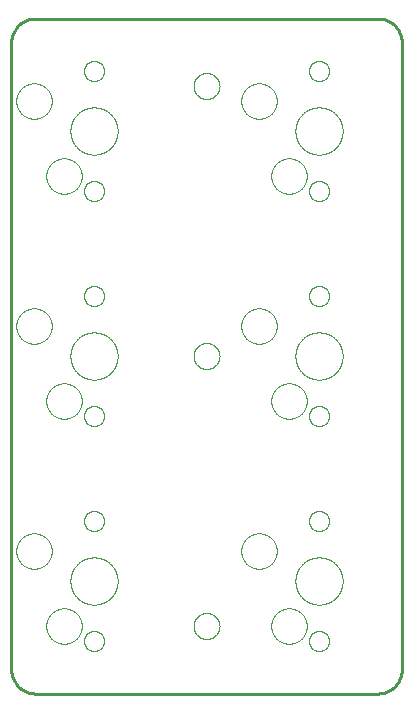
<source format=gko>
G04 EAGLE Gerber RS-274X export*
G75*
%MOMM*%
%FSLAX34Y34*%
%LPD*%
%INBoard Outline*%
%IPPOS*%
%AMOC8*
5,1,8,0,0,1.08239X$1,22.5*%
G01*
G04 Define Apertures*
%ADD10C,0.000000*%
%ADD11C,0.254000*%
D10*
X-165250Y-265750D02*
X-165244Y-266233D01*
X-165227Y-266716D01*
X-165197Y-267199D01*
X-165157Y-267680D01*
X-165104Y-268161D01*
X-165040Y-268640D01*
X-164965Y-269117D01*
X-164877Y-269593D01*
X-164779Y-270066D01*
X-164669Y-270536D01*
X-164548Y-271004D01*
X-164415Y-271469D01*
X-164271Y-271930D01*
X-164116Y-272388D01*
X-163950Y-272842D01*
X-163773Y-273292D01*
X-163586Y-273737D01*
X-163387Y-274178D01*
X-163179Y-274614D01*
X-162959Y-275044D01*
X-162729Y-275470D01*
X-162489Y-275889D01*
X-162239Y-276303D01*
X-161979Y-276710D01*
X-161710Y-277111D01*
X-161430Y-277506D01*
X-161142Y-277893D01*
X-160843Y-278274D01*
X-160536Y-278647D01*
X-160220Y-279012D01*
X-159895Y-279370D01*
X-159562Y-279720D01*
X-159220Y-280062D01*
X-158870Y-280395D01*
X-158512Y-280720D01*
X-158147Y-281036D01*
X-157774Y-281343D01*
X-157393Y-281642D01*
X-157006Y-281930D01*
X-156611Y-282210D01*
X-156210Y-282479D01*
X-155803Y-282739D01*
X-155389Y-282989D01*
X-154970Y-283229D01*
X-154544Y-283459D01*
X-154114Y-283679D01*
X-153678Y-283887D01*
X-153237Y-284086D01*
X-152792Y-284273D01*
X-152342Y-284450D01*
X-151888Y-284616D01*
X-151430Y-284771D01*
X-150969Y-284915D01*
X-150504Y-285048D01*
X-150036Y-285169D01*
X-149566Y-285279D01*
X-149093Y-285377D01*
X-148617Y-285465D01*
X-148140Y-285540D01*
X-147661Y-285604D01*
X-147180Y-285657D01*
X-146699Y-285697D01*
X-146216Y-285727D01*
X-145733Y-285744D01*
X-145250Y-285750D01*
X145250Y-285750D01*
X145733Y-285744D01*
X146216Y-285727D01*
X146699Y-285697D01*
X147180Y-285657D01*
X147661Y-285604D01*
X148140Y-285540D01*
X148617Y-285465D01*
X149093Y-285377D01*
X149566Y-285279D01*
X150036Y-285169D01*
X150504Y-285048D01*
X150969Y-284915D01*
X151430Y-284771D01*
X151888Y-284616D01*
X152342Y-284450D01*
X152792Y-284273D01*
X153237Y-284086D01*
X153678Y-283887D01*
X154114Y-283679D01*
X154544Y-283459D01*
X154970Y-283229D01*
X155389Y-282989D01*
X155803Y-282739D01*
X156210Y-282479D01*
X156611Y-282210D01*
X157006Y-281930D01*
X157393Y-281642D01*
X157774Y-281343D01*
X158147Y-281036D01*
X158512Y-280720D01*
X158870Y-280395D01*
X159220Y-280062D01*
X159562Y-279720D01*
X159895Y-279370D01*
X160220Y-279012D01*
X160536Y-278647D01*
X160843Y-278274D01*
X161142Y-277893D01*
X161430Y-277506D01*
X161710Y-277111D01*
X161979Y-276710D01*
X162239Y-276303D01*
X162489Y-275889D01*
X162729Y-275470D01*
X162959Y-275044D01*
X163179Y-274614D01*
X163387Y-274178D01*
X163586Y-273737D01*
X163773Y-273292D01*
X163950Y-272842D01*
X164116Y-272388D01*
X164271Y-271930D01*
X164415Y-271469D01*
X164548Y-271004D01*
X164669Y-270536D01*
X164779Y-270066D01*
X164877Y-269593D01*
X164965Y-269117D01*
X165040Y-268640D01*
X165104Y-268161D01*
X165157Y-267680D01*
X165197Y-267199D01*
X165227Y-266716D01*
X165244Y-266233D01*
X165250Y-265750D01*
X165250Y265750D01*
X165244Y266233D01*
X165227Y266716D01*
X165197Y267199D01*
X165157Y267680D01*
X165104Y268161D01*
X165040Y268640D01*
X164965Y269117D01*
X164877Y269593D01*
X164779Y270066D01*
X164669Y270536D01*
X164548Y271004D01*
X164415Y271469D01*
X164271Y271930D01*
X164116Y272388D01*
X163950Y272842D01*
X163773Y273292D01*
X163586Y273737D01*
X163387Y274178D01*
X163179Y274614D01*
X162959Y275044D01*
X162729Y275470D01*
X162489Y275889D01*
X162239Y276303D01*
X161979Y276710D01*
X161710Y277111D01*
X161430Y277506D01*
X161142Y277893D01*
X160843Y278274D01*
X160536Y278647D01*
X160220Y279012D01*
X159895Y279370D01*
X159562Y279720D01*
X159220Y280062D01*
X158870Y280395D01*
X158512Y280720D01*
X158147Y281036D01*
X157774Y281343D01*
X157393Y281642D01*
X157006Y281930D01*
X156611Y282210D01*
X156210Y282479D01*
X155803Y282739D01*
X155389Y282989D01*
X154970Y283229D01*
X154544Y283459D01*
X154114Y283679D01*
X153678Y283887D01*
X153237Y284086D01*
X152792Y284273D01*
X152342Y284450D01*
X151888Y284616D01*
X151430Y284771D01*
X150969Y284915D01*
X150504Y285048D01*
X150036Y285169D01*
X149566Y285279D01*
X149093Y285377D01*
X148617Y285465D01*
X148140Y285540D01*
X147661Y285604D01*
X147180Y285657D01*
X146699Y285697D01*
X146216Y285727D01*
X145733Y285744D01*
X145250Y285750D01*
X-145250Y285750D01*
X-145733Y285744D01*
X-146216Y285727D01*
X-146699Y285697D01*
X-147180Y285657D01*
X-147661Y285604D01*
X-148140Y285540D01*
X-148617Y285465D01*
X-149093Y285377D01*
X-149566Y285279D01*
X-150036Y285169D01*
X-150504Y285048D01*
X-150969Y284915D01*
X-151430Y284771D01*
X-151888Y284616D01*
X-152342Y284450D01*
X-152792Y284273D01*
X-153237Y284086D01*
X-153678Y283887D01*
X-154114Y283679D01*
X-154544Y283459D01*
X-154970Y283229D01*
X-155389Y282989D01*
X-155803Y282739D01*
X-156210Y282479D01*
X-156611Y282210D01*
X-157006Y281930D01*
X-157393Y281642D01*
X-157774Y281343D01*
X-158147Y281036D01*
X-158512Y280720D01*
X-158870Y280395D01*
X-159220Y280062D01*
X-159562Y279720D01*
X-159895Y279370D01*
X-160220Y279012D01*
X-160536Y278647D01*
X-160843Y278274D01*
X-161142Y277893D01*
X-161430Y277506D01*
X-161710Y277111D01*
X-161979Y276710D01*
X-162239Y276303D01*
X-162489Y275889D01*
X-162729Y275470D01*
X-162959Y275044D01*
X-163179Y274614D01*
X-163387Y274178D01*
X-163586Y273737D01*
X-163773Y273292D01*
X-163950Y272842D01*
X-164116Y272388D01*
X-164271Y271930D01*
X-164415Y271469D01*
X-164548Y271004D01*
X-164669Y270536D01*
X-164779Y270066D01*
X-164877Y269593D01*
X-164965Y269117D01*
X-165040Y268640D01*
X-165104Y268161D01*
X-165157Y267680D01*
X-165197Y267199D01*
X-165227Y266716D01*
X-165244Y266233D01*
X-165250Y265750D01*
X-165250Y-265750D01*
X-11000Y228600D02*
X-10997Y228870D01*
X-10987Y229140D01*
X-10970Y229409D01*
X-10947Y229678D01*
X-10917Y229947D01*
X-10881Y230214D01*
X-10838Y230481D01*
X-10789Y230746D01*
X-10733Y231010D01*
X-10670Y231273D01*
X-10602Y231534D01*
X-10526Y231793D01*
X-10445Y232050D01*
X-10357Y232306D01*
X-10263Y232559D01*
X-10163Y232810D01*
X-10056Y233058D01*
X-9944Y233303D01*
X-9825Y233546D01*
X-9701Y233785D01*
X-9571Y234022D01*
X-9435Y234255D01*
X-9293Y234485D01*
X-9146Y234711D01*
X-8993Y234934D01*
X-8835Y235153D01*
X-8672Y235368D01*
X-8503Y235578D01*
X-8329Y235785D01*
X-8150Y235987D01*
X-7967Y236185D01*
X-7778Y236378D01*
X-7585Y236567D01*
X-7387Y236750D01*
X-7185Y236929D01*
X-6978Y237103D01*
X-6768Y237272D01*
X-6553Y237435D01*
X-6334Y237593D01*
X-6111Y237746D01*
X-5885Y237893D01*
X-5655Y238035D01*
X-5422Y238171D01*
X-5185Y238301D01*
X-4946Y238425D01*
X-4703Y238544D01*
X-4458Y238656D01*
X-4210Y238763D01*
X-3959Y238863D01*
X-3706Y238957D01*
X-3450Y239045D01*
X-3193Y239126D01*
X-2934Y239202D01*
X-2673Y239270D01*
X-2410Y239333D01*
X-2146Y239389D01*
X-1881Y239438D01*
X-1614Y239481D01*
X-1347Y239517D01*
X-1078Y239547D01*
X-809Y239570D01*
X-540Y239587D01*
X-270Y239597D01*
X0Y239600D01*
X270Y239597D01*
X540Y239587D01*
X809Y239570D01*
X1078Y239547D01*
X1347Y239517D01*
X1614Y239481D01*
X1881Y239438D01*
X2146Y239389D01*
X2410Y239333D01*
X2673Y239270D01*
X2934Y239202D01*
X3193Y239126D01*
X3450Y239045D01*
X3706Y238957D01*
X3959Y238863D01*
X4210Y238763D01*
X4458Y238656D01*
X4703Y238544D01*
X4946Y238425D01*
X5185Y238301D01*
X5422Y238171D01*
X5655Y238035D01*
X5885Y237893D01*
X6111Y237746D01*
X6334Y237593D01*
X6553Y237435D01*
X6768Y237272D01*
X6978Y237103D01*
X7185Y236929D01*
X7387Y236750D01*
X7585Y236567D01*
X7778Y236378D01*
X7967Y236185D01*
X8150Y235987D01*
X8329Y235785D01*
X8503Y235578D01*
X8672Y235368D01*
X8835Y235153D01*
X8993Y234934D01*
X9146Y234711D01*
X9293Y234485D01*
X9435Y234255D01*
X9571Y234022D01*
X9701Y233785D01*
X9825Y233546D01*
X9944Y233303D01*
X10056Y233058D01*
X10163Y232810D01*
X10263Y232559D01*
X10357Y232306D01*
X10445Y232050D01*
X10526Y231793D01*
X10602Y231534D01*
X10670Y231273D01*
X10733Y231010D01*
X10789Y230746D01*
X10838Y230481D01*
X10881Y230214D01*
X10917Y229947D01*
X10947Y229678D01*
X10970Y229409D01*
X10987Y229140D01*
X10997Y228870D01*
X11000Y228600D01*
X10997Y228330D01*
X10987Y228060D01*
X10970Y227791D01*
X10947Y227522D01*
X10917Y227253D01*
X10881Y226986D01*
X10838Y226719D01*
X10789Y226454D01*
X10733Y226190D01*
X10670Y225927D01*
X10602Y225666D01*
X10526Y225407D01*
X10445Y225150D01*
X10357Y224894D01*
X10263Y224641D01*
X10163Y224390D01*
X10056Y224142D01*
X9944Y223897D01*
X9825Y223654D01*
X9701Y223415D01*
X9571Y223178D01*
X9435Y222945D01*
X9293Y222715D01*
X9146Y222489D01*
X8993Y222266D01*
X8835Y222047D01*
X8672Y221832D01*
X8503Y221622D01*
X8329Y221415D01*
X8150Y221213D01*
X7967Y221015D01*
X7778Y220822D01*
X7585Y220633D01*
X7387Y220450D01*
X7185Y220271D01*
X6978Y220097D01*
X6768Y219928D01*
X6553Y219765D01*
X6334Y219607D01*
X6111Y219454D01*
X5885Y219307D01*
X5655Y219165D01*
X5422Y219029D01*
X5185Y218899D01*
X4946Y218775D01*
X4703Y218656D01*
X4458Y218544D01*
X4210Y218437D01*
X3959Y218337D01*
X3706Y218243D01*
X3450Y218155D01*
X3193Y218074D01*
X2934Y217998D01*
X2673Y217930D01*
X2410Y217867D01*
X2146Y217811D01*
X1881Y217762D01*
X1614Y217719D01*
X1347Y217683D01*
X1078Y217653D01*
X809Y217630D01*
X540Y217613D01*
X270Y217603D01*
X0Y217600D01*
X-270Y217603D01*
X-540Y217613D01*
X-809Y217630D01*
X-1078Y217653D01*
X-1347Y217683D01*
X-1614Y217719D01*
X-1881Y217762D01*
X-2146Y217811D01*
X-2410Y217867D01*
X-2673Y217930D01*
X-2934Y217998D01*
X-3193Y218074D01*
X-3450Y218155D01*
X-3706Y218243D01*
X-3959Y218337D01*
X-4210Y218437D01*
X-4458Y218544D01*
X-4703Y218656D01*
X-4946Y218775D01*
X-5185Y218899D01*
X-5422Y219029D01*
X-5655Y219165D01*
X-5885Y219307D01*
X-6111Y219454D01*
X-6334Y219607D01*
X-6553Y219765D01*
X-6768Y219928D01*
X-6978Y220097D01*
X-7185Y220271D01*
X-7387Y220450D01*
X-7585Y220633D01*
X-7778Y220822D01*
X-7967Y221015D01*
X-8150Y221213D01*
X-8329Y221415D01*
X-8503Y221622D01*
X-8672Y221832D01*
X-8835Y222047D01*
X-8993Y222266D01*
X-9146Y222489D01*
X-9293Y222715D01*
X-9435Y222945D01*
X-9571Y223178D01*
X-9701Y223415D01*
X-9825Y223654D01*
X-9944Y223897D01*
X-10056Y224142D01*
X-10163Y224390D01*
X-10263Y224641D01*
X-10357Y224894D01*
X-10445Y225150D01*
X-10526Y225407D01*
X-10602Y225666D01*
X-10670Y225927D01*
X-10733Y226190D01*
X-10789Y226454D01*
X-10838Y226719D01*
X-10881Y226986D01*
X-10917Y227253D01*
X-10947Y227522D01*
X-10970Y227791D01*
X-10987Y228060D01*
X-10997Y228330D01*
X-11000Y228600D01*
X-11000Y-228600D02*
X-10997Y-228330D01*
X-10987Y-228060D01*
X-10970Y-227791D01*
X-10947Y-227522D01*
X-10917Y-227253D01*
X-10881Y-226986D01*
X-10838Y-226719D01*
X-10789Y-226454D01*
X-10733Y-226190D01*
X-10670Y-225927D01*
X-10602Y-225666D01*
X-10526Y-225407D01*
X-10445Y-225150D01*
X-10357Y-224894D01*
X-10263Y-224641D01*
X-10163Y-224390D01*
X-10056Y-224142D01*
X-9944Y-223897D01*
X-9825Y-223654D01*
X-9701Y-223415D01*
X-9571Y-223178D01*
X-9435Y-222945D01*
X-9293Y-222715D01*
X-9146Y-222489D01*
X-8993Y-222266D01*
X-8835Y-222047D01*
X-8672Y-221832D01*
X-8503Y-221622D01*
X-8329Y-221415D01*
X-8150Y-221213D01*
X-7967Y-221015D01*
X-7778Y-220822D01*
X-7585Y-220633D01*
X-7387Y-220450D01*
X-7185Y-220271D01*
X-6978Y-220097D01*
X-6768Y-219928D01*
X-6553Y-219765D01*
X-6334Y-219607D01*
X-6111Y-219454D01*
X-5885Y-219307D01*
X-5655Y-219165D01*
X-5422Y-219029D01*
X-5185Y-218899D01*
X-4946Y-218775D01*
X-4703Y-218656D01*
X-4458Y-218544D01*
X-4210Y-218437D01*
X-3959Y-218337D01*
X-3706Y-218243D01*
X-3450Y-218155D01*
X-3193Y-218074D01*
X-2934Y-217998D01*
X-2673Y-217930D01*
X-2410Y-217867D01*
X-2146Y-217811D01*
X-1881Y-217762D01*
X-1614Y-217719D01*
X-1347Y-217683D01*
X-1078Y-217653D01*
X-809Y-217630D01*
X-540Y-217613D01*
X-270Y-217603D01*
X0Y-217600D01*
X270Y-217603D01*
X540Y-217613D01*
X809Y-217630D01*
X1078Y-217653D01*
X1347Y-217683D01*
X1614Y-217719D01*
X1881Y-217762D01*
X2146Y-217811D01*
X2410Y-217867D01*
X2673Y-217930D01*
X2934Y-217998D01*
X3193Y-218074D01*
X3450Y-218155D01*
X3706Y-218243D01*
X3959Y-218337D01*
X4210Y-218437D01*
X4458Y-218544D01*
X4703Y-218656D01*
X4946Y-218775D01*
X5185Y-218899D01*
X5422Y-219029D01*
X5655Y-219165D01*
X5885Y-219307D01*
X6111Y-219454D01*
X6334Y-219607D01*
X6553Y-219765D01*
X6768Y-219928D01*
X6978Y-220097D01*
X7185Y-220271D01*
X7387Y-220450D01*
X7585Y-220633D01*
X7778Y-220822D01*
X7967Y-221015D01*
X8150Y-221213D01*
X8329Y-221415D01*
X8503Y-221622D01*
X8672Y-221832D01*
X8835Y-222047D01*
X8993Y-222266D01*
X9146Y-222489D01*
X9293Y-222715D01*
X9435Y-222945D01*
X9571Y-223178D01*
X9701Y-223415D01*
X9825Y-223654D01*
X9944Y-223897D01*
X10056Y-224142D01*
X10163Y-224390D01*
X10263Y-224641D01*
X10357Y-224894D01*
X10445Y-225150D01*
X10526Y-225407D01*
X10602Y-225666D01*
X10670Y-225927D01*
X10733Y-226190D01*
X10789Y-226454D01*
X10838Y-226719D01*
X10881Y-226986D01*
X10917Y-227253D01*
X10947Y-227522D01*
X10970Y-227791D01*
X10987Y-228060D01*
X10997Y-228330D01*
X11000Y-228600D01*
X10997Y-228870D01*
X10987Y-229140D01*
X10970Y-229409D01*
X10947Y-229678D01*
X10917Y-229947D01*
X10881Y-230214D01*
X10838Y-230481D01*
X10789Y-230746D01*
X10733Y-231010D01*
X10670Y-231273D01*
X10602Y-231534D01*
X10526Y-231793D01*
X10445Y-232050D01*
X10357Y-232306D01*
X10263Y-232559D01*
X10163Y-232810D01*
X10056Y-233058D01*
X9944Y-233303D01*
X9825Y-233546D01*
X9701Y-233785D01*
X9571Y-234022D01*
X9435Y-234255D01*
X9293Y-234485D01*
X9146Y-234711D01*
X8993Y-234934D01*
X8835Y-235153D01*
X8672Y-235368D01*
X8503Y-235578D01*
X8329Y-235785D01*
X8150Y-235987D01*
X7967Y-236185D01*
X7778Y-236378D01*
X7585Y-236567D01*
X7387Y-236750D01*
X7185Y-236929D01*
X6978Y-237103D01*
X6768Y-237272D01*
X6553Y-237435D01*
X6334Y-237593D01*
X6111Y-237746D01*
X5885Y-237893D01*
X5655Y-238035D01*
X5422Y-238171D01*
X5185Y-238301D01*
X4946Y-238425D01*
X4703Y-238544D01*
X4458Y-238656D01*
X4210Y-238763D01*
X3959Y-238863D01*
X3706Y-238957D01*
X3450Y-239045D01*
X3193Y-239126D01*
X2934Y-239202D01*
X2673Y-239270D01*
X2410Y-239333D01*
X2146Y-239389D01*
X1881Y-239438D01*
X1614Y-239481D01*
X1347Y-239517D01*
X1078Y-239547D01*
X809Y-239570D01*
X540Y-239587D01*
X270Y-239597D01*
X0Y-239600D01*
X-270Y-239597D01*
X-540Y-239587D01*
X-809Y-239570D01*
X-1078Y-239547D01*
X-1347Y-239517D01*
X-1614Y-239481D01*
X-1881Y-239438D01*
X-2146Y-239389D01*
X-2410Y-239333D01*
X-2673Y-239270D01*
X-2934Y-239202D01*
X-3193Y-239126D01*
X-3450Y-239045D01*
X-3706Y-238957D01*
X-3959Y-238863D01*
X-4210Y-238763D01*
X-4458Y-238656D01*
X-4703Y-238544D01*
X-4946Y-238425D01*
X-5185Y-238301D01*
X-5422Y-238171D01*
X-5655Y-238035D01*
X-5885Y-237893D01*
X-6111Y-237746D01*
X-6334Y-237593D01*
X-6553Y-237435D01*
X-6768Y-237272D01*
X-6978Y-237103D01*
X-7185Y-236929D01*
X-7387Y-236750D01*
X-7585Y-236567D01*
X-7778Y-236378D01*
X-7967Y-236185D01*
X-8150Y-235987D01*
X-8329Y-235785D01*
X-8503Y-235578D01*
X-8672Y-235368D01*
X-8835Y-235153D01*
X-8993Y-234934D01*
X-9146Y-234711D01*
X-9293Y-234485D01*
X-9435Y-234255D01*
X-9571Y-234022D01*
X-9701Y-233785D01*
X-9825Y-233546D01*
X-9944Y-233303D01*
X-10056Y-233058D01*
X-10163Y-232810D01*
X-10263Y-232559D01*
X-10357Y-232306D01*
X-10445Y-232050D01*
X-10526Y-231793D01*
X-10602Y-231534D01*
X-10670Y-231273D01*
X-10733Y-231010D01*
X-10789Y-230746D01*
X-10838Y-230481D01*
X-10881Y-230214D01*
X-10917Y-229947D01*
X-10947Y-229678D01*
X-10970Y-229409D01*
X-10987Y-229140D01*
X-10997Y-228870D01*
X-11000Y-228600D01*
X-11000Y0D02*
X-10997Y270D01*
X-10987Y540D01*
X-10970Y809D01*
X-10947Y1078D01*
X-10917Y1347D01*
X-10881Y1614D01*
X-10838Y1881D01*
X-10789Y2146D01*
X-10733Y2410D01*
X-10670Y2673D01*
X-10602Y2934D01*
X-10526Y3193D01*
X-10445Y3450D01*
X-10357Y3706D01*
X-10263Y3959D01*
X-10163Y4210D01*
X-10056Y4458D01*
X-9944Y4703D01*
X-9825Y4946D01*
X-9701Y5185D01*
X-9571Y5422D01*
X-9435Y5655D01*
X-9293Y5885D01*
X-9146Y6111D01*
X-8993Y6334D01*
X-8835Y6553D01*
X-8672Y6768D01*
X-8503Y6978D01*
X-8329Y7185D01*
X-8150Y7387D01*
X-7967Y7585D01*
X-7778Y7778D01*
X-7585Y7967D01*
X-7387Y8150D01*
X-7185Y8329D01*
X-6978Y8503D01*
X-6768Y8672D01*
X-6553Y8835D01*
X-6334Y8993D01*
X-6111Y9146D01*
X-5885Y9293D01*
X-5655Y9435D01*
X-5422Y9571D01*
X-5185Y9701D01*
X-4946Y9825D01*
X-4703Y9944D01*
X-4458Y10056D01*
X-4210Y10163D01*
X-3959Y10263D01*
X-3706Y10357D01*
X-3450Y10445D01*
X-3193Y10526D01*
X-2934Y10602D01*
X-2673Y10670D01*
X-2410Y10733D01*
X-2146Y10789D01*
X-1881Y10838D01*
X-1614Y10881D01*
X-1347Y10917D01*
X-1078Y10947D01*
X-809Y10970D01*
X-540Y10987D01*
X-270Y10997D01*
X0Y11000D01*
X270Y10997D01*
X540Y10987D01*
X809Y10970D01*
X1078Y10947D01*
X1347Y10917D01*
X1614Y10881D01*
X1881Y10838D01*
X2146Y10789D01*
X2410Y10733D01*
X2673Y10670D01*
X2934Y10602D01*
X3193Y10526D01*
X3450Y10445D01*
X3706Y10357D01*
X3959Y10263D01*
X4210Y10163D01*
X4458Y10056D01*
X4703Y9944D01*
X4946Y9825D01*
X5185Y9701D01*
X5422Y9571D01*
X5655Y9435D01*
X5885Y9293D01*
X6111Y9146D01*
X6334Y8993D01*
X6553Y8835D01*
X6768Y8672D01*
X6978Y8503D01*
X7185Y8329D01*
X7387Y8150D01*
X7585Y7967D01*
X7778Y7778D01*
X7967Y7585D01*
X8150Y7387D01*
X8329Y7185D01*
X8503Y6978D01*
X8672Y6768D01*
X8835Y6553D01*
X8993Y6334D01*
X9146Y6111D01*
X9293Y5885D01*
X9435Y5655D01*
X9571Y5422D01*
X9701Y5185D01*
X9825Y4946D01*
X9944Y4703D01*
X10056Y4458D01*
X10163Y4210D01*
X10263Y3959D01*
X10357Y3706D01*
X10445Y3450D01*
X10526Y3193D01*
X10602Y2934D01*
X10670Y2673D01*
X10733Y2410D01*
X10789Y2146D01*
X10838Y1881D01*
X10881Y1614D01*
X10917Y1347D01*
X10947Y1078D01*
X10970Y809D01*
X10987Y540D01*
X10997Y270D01*
X11000Y0D01*
X10997Y-270D01*
X10987Y-540D01*
X10970Y-809D01*
X10947Y-1078D01*
X10917Y-1347D01*
X10881Y-1614D01*
X10838Y-1881D01*
X10789Y-2146D01*
X10733Y-2410D01*
X10670Y-2673D01*
X10602Y-2934D01*
X10526Y-3193D01*
X10445Y-3450D01*
X10357Y-3706D01*
X10263Y-3959D01*
X10163Y-4210D01*
X10056Y-4458D01*
X9944Y-4703D01*
X9825Y-4946D01*
X9701Y-5185D01*
X9571Y-5422D01*
X9435Y-5655D01*
X9293Y-5885D01*
X9146Y-6111D01*
X8993Y-6334D01*
X8835Y-6553D01*
X8672Y-6768D01*
X8503Y-6978D01*
X8329Y-7185D01*
X8150Y-7387D01*
X7967Y-7585D01*
X7778Y-7778D01*
X7585Y-7967D01*
X7387Y-8150D01*
X7185Y-8329D01*
X6978Y-8503D01*
X6768Y-8672D01*
X6553Y-8835D01*
X6334Y-8993D01*
X6111Y-9146D01*
X5885Y-9293D01*
X5655Y-9435D01*
X5422Y-9571D01*
X5185Y-9701D01*
X4946Y-9825D01*
X4703Y-9944D01*
X4458Y-10056D01*
X4210Y-10163D01*
X3959Y-10263D01*
X3706Y-10357D01*
X3450Y-10445D01*
X3193Y-10526D01*
X2934Y-10602D01*
X2673Y-10670D01*
X2410Y-10733D01*
X2146Y-10789D01*
X1881Y-10838D01*
X1614Y-10881D01*
X1347Y-10917D01*
X1078Y-10947D01*
X809Y-10970D01*
X540Y-10987D01*
X270Y-10997D01*
X0Y-11000D01*
X-270Y-10997D01*
X-540Y-10987D01*
X-809Y-10970D01*
X-1078Y-10947D01*
X-1347Y-10917D01*
X-1614Y-10881D01*
X-1881Y-10838D01*
X-2146Y-10789D01*
X-2410Y-10733D01*
X-2673Y-10670D01*
X-2934Y-10602D01*
X-3193Y-10526D01*
X-3450Y-10445D01*
X-3706Y-10357D01*
X-3959Y-10263D01*
X-4210Y-10163D01*
X-4458Y-10056D01*
X-4703Y-9944D01*
X-4946Y-9825D01*
X-5185Y-9701D01*
X-5422Y-9571D01*
X-5655Y-9435D01*
X-5885Y-9293D01*
X-6111Y-9146D01*
X-6334Y-8993D01*
X-6553Y-8835D01*
X-6768Y-8672D01*
X-6978Y-8503D01*
X-7185Y-8329D01*
X-7387Y-8150D01*
X-7585Y-7967D01*
X-7778Y-7778D01*
X-7967Y-7585D01*
X-8150Y-7387D01*
X-8329Y-7185D01*
X-8503Y-6978D01*
X-8672Y-6768D01*
X-8835Y-6553D01*
X-8993Y-6334D01*
X-9146Y-6111D01*
X-9293Y-5885D01*
X-9435Y-5655D01*
X-9571Y-5422D01*
X-9701Y-5185D01*
X-9825Y-4946D01*
X-9944Y-4703D01*
X-10056Y-4458D01*
X-10163Y-4210D01*
X-10263Y-3959D01*
X-10357Y-3706D01*
X-10445Y-3450D01*
X-10526Y-3193D01*
X-10602Y-2934D01*
X-10670Y-2673D01*
X-10733Y-2410D01*
X-10789Y-2146D01*
X-10838Y-1881D01*
X-10881Y-1614D01*
X-10917Y-1347D01*
X-10947Y-1078D01*
X-10970Y-809D01*
X-10987Y-540D01*
X-10997Y-270D01*
X-11000Y0D01*
X-161050Y215900D02*
X-161045Y216268D01*
X-161032Y216636D01*
X-161009Y217003D01*
X-160978Y217370D01*
X-160937Y217736D01*
X-160888Y218101D01*
X-160829Y218464D01*
X-160762Y218826D01*
X-160686Y219187D01*
X-160600Y219545D01*
X-160507Y219901D01*
X-160404Y220254D01*
X-160293Y220605D01*
X-160173Y220953D01*
X-160045Y221298D01*
X-159908Y221640D01*
X-159763Y221979D01*
X-159610Y222313D01*
X-159448Y222644D01*
X-159279Y222971D01*
X-159101Y223293D01*
X-158916Y223612D01*
X-158723Y223925D01*
X-158522Y224234D01*
X-158314Y224537D01*
X-158098Y224835D01*
X-157875Y225128D01*
X-157645Y225416D01*
X-157408Y225698D01*
X-157164Y225973D01*
X-156914Y226243D01*
X-156657Y226507D01*
X-156393Y226764D01*
X-156123Y227014D01*
X-155848Y227258D01*
X-155566Y227495D01*
X-155278Y227725D01*
X-154985Y227948D01*
X-154687Y228164D01*
X-154384Y228372D01*
X-154075Y228573D01*
X-153762Y228766D01*
X-153443Y228951D01*
X-153121Y229129D01*
X-152794Y229298D01*
X-152463Y229460D01*
X-152129Y229613D01*
X-151790Y229758D01*
X-151448Y229895D01*
X-151103Y230023D01*
X-150755Y230143D01*
X-150404Y230254D01*
X-150051Y230357D01*
X-149695Y230450D01*
X-149337Y230536D01*
X-148976Y230612D01*
X-148614Y230679D01*
X-148251Y230738D01*
X-147886Y230787D01*
X-147520Y230828D01*
X-147153Y230859D01*
X-146786Y230882D01*
X-146418Y230895D01*
X-146050Y230900D01*
X-145682Y230895D01*
X-145314Y230882D01*
X-144947Y230859D01*
X-144580Y230828D01*
X-144214Y230787D01*
X-143849Y230738D01*
X-143486Y230679D01*
X-143124Y230612D01*
X-142763Y230536D01*
X-142405Y230450D01*
X-142049Y230357D01*
X-141696Y230254D01*
X-141345Y230143D01*
X-140997Y230023D01*
X-140652Y229895D01*
X-140310Y229758D01*
X-139971Y229613D01*
X-139637Y229460D01*
X-139306Y229298D01*
X-138979Y229129D01*
X-138657Y228951D01*
X-138338Y228766D01*
X-138025Y228573D01*
X-137716Y228372D01*
X-137413Y228164D01*
X-137115Y227948D01*
X-136822Y227725D01*
X-136534Y227495D01*
X-136252Y227258D01*
X-135977Y227014D01*
X-135707Y226764D01*
X-135443Y226507D01*
X-135186Y226243D01*
X-134936Y225973D01*
X-134692Y225698D01*
X-134455Y225416D01*
X-134225Y225128D01*
X-134002Y224835D01*
X-133786Y224537D01*
X-133578Y224234D01*
X-133377Y223925D01*
X-133184Y223612D01*
X-132999Y223293D01*
X-132821Y222971D01*
X-132652Y222644D01*
X-132490Y222313D01*
X-132337Y221979D01*
X-132192Y221640D01*
X-132055Y221298D01*
X-131927Y220953D01*
X-131807Y220605D01*
X-131696Y220254D01*
X-131593Y219901D01*
X-131500Y219545D01*
X-131414Y219187D01*
X-131338Y218826D01*
X-131271Y218464D01*
X-131212Y218101D01*
X-131163Y217736D01*
X-131122Y217370D01*
X-131091Y217003D01*
X-131068Y216636D01*
X-131055Y216268D01*
X-131050Y215900D01*
X-131055Y215532D01*
X-131068Y215164D01*
X-131091Y214797D01*
X-131122Y214430D01*
X-131163Y214064D01*
X-131212Y213699D01*
X-131271Y213336D01*
X-131338Y212974D01*
X-131414Y212613D01*
X-131500Y212255D01*
X-131593Y211899D01*
X-131696Y211546D01*
X-131807Y211195D01*
X-131927Y210847D01*
X-132055Y210502D01*
X-132192Y210160D01*
X-132337Y209821D01*
X-132490Y209487D01*
X-132652Y209156D01*
X-132821Y208829D01*
X-132999Y208507D01*
X-133184Y208188D01*
X-133377Y207875D01*
X-133578Y207566D01*
X-133786Y207263D01*
X-134002Y206965D01*
X-134225Y206672D01*
X-134455Y206384D01*
X-134692Y206102D01*
X-134936Y205827D01*
X-135186Y205557D01*
X-135443Y205293D01*
X-135707Y205036D01*
X-135977Y204786D01*
X-136252Y204542D01*
X-136534Y204305D01*
X-136822Y204075D01*
X-137115Y203852D01*
X-137413Y203636D01*
X-137716Y203428D01*
X-138025Y203227D01*
X-138338Y203034D01*
X-138657Y202849D01*
X-138979Y202671D01*
X-139306Y202502D01*
X-139637Y202340D01*
X-139971Y202187D01*
X-140310Y202042D01*
X-140652Y201905D01*
X-140997Y201777D01*
X-141345Y201657D01*
X-141696Y201546D01*
X-142049Y201443D01*
X-142405Y201350D01*
X-142763Y201264D01*
X-143124Y201188D01*
X-143486Y201121D01*
X-143849Y201062D01*
X-144214Y201013D01*
X-144580Y200972D01*
X-144947Y200941D01*
X-145314Y200918D01*
X-145682Y200905D01*
X-146050Y200900D01*
X-146418Y200905D01*
X-146786Y200918D01*
X-147153Y200941D01*
X-147520Y200972D01*
X-147886Y201013D01*
X-148251Y201062D01*
X-148614Y201121D01*
X-148976Y201188D01*
X-149337Y201264D01*
X-149695Y201350D01*
X-150051Y201443D01*
X-150404Y201546D01*
X-150755Y201657D01*
X-151103Y201777D01*
X-151448Y201905D01*
X-151790Y202042D01*
X-152129Y202187D01*
X-152463Y202340D01*
X-152794Y202502D01*
X-153121Y202671D01*
X-153443Y202849D01*
X-153762Y203034D01*
X-154075Y203227D01*
X-154384Y203428D01*
X-154687Y203636D01*
X-154985Y203852D01*
X-155278Y204075D01*
X-155566Y204305D01*
X-155848Y204542D01*
X-156123Y204786D01*
X-156393Y205036D01*
X-156657Y205293D01*
X-156914Y205557D01*
X-157164Y205827D01*
X-157408Y206102D01*
X-157645Y206384D01*
X-157875Y206672D01*
X-158098Y206965D01*
X-158314Y207263D01*
X-158522Y207566D01*
X-158723Y207875D01*
X-158916Y208188D01*
X-159101Y208507D01*
X-159279Y208829D01*
X-159448Y209156D01*
X-159610Y209487D01*
X-159763Y209821D01*
X-159908Y210160D01*
X-160045Y210502D01*
X-160173Y210847D01*
X-160293Y211195D01*
X-160404Y211546D01*
X-160507Y211899D01*
X-160600Y212255D01*
X-160686Y212613D01*
X-160762Y212974D01*
X-160829Y213336D01*
X-160888Y213699D01*
X-160937Y214064D01*
X-160978Y214430D01*
X-161009Y214797D01*
X-161032Y215164D01*
X-161045Y215532D01*
X-161050Y215900D01*
X-135650Y152400D02*
X-135645Y152768D01*
X-135632Y153136D01*
X-135609Y153503D01*
X-135578Y153870D01*
X-135537Y154236D01*
X-135488Y154601D01*
X-135429Y154964D01*
X-135362Y155326D01*
X-135286Y155687D01*
X-135200Y156045D01*
X-135107Y156401D01*
X-135004Y156754D01*
X-134893Y157105D01*
X-134773Y157453D01*
X-134645Y157798D01*
X-134508Y158140D01*
X-134363Y158479D01*
X-134210Y158813D01*
X-134048Y159144D01*
X-133879Y159471D01*
X-133701Y159793D01*
X-133516Y160112D01*
X-133323Y160425D01*
X-133122Y160734D01*
X-132914Y161037D01*
X-132698Y161335D01*
X-132475Y161628D01*
X-132245Y161916D01*
X-132008Y162198D01*
X-131764Y162473D01*
X-131514Y162743D01*
X-131257Y163007D01*
X-130993Y163264D01*
X-130723Y163514D01*
X-130448Y163758D01*
X-130166Y163995D01*
X-129878Y164225D01*
X-129585Y164448D01*
X-129287Y164664D01*
X-128984Y164872D01*
X-128675Y165073D01*
X-128362Y165266D01*
X-128043Y165451D01*
X-127721Y165629D01*
X-127394Y165798D01*
X-127063Y165960D01*
X-126729Y166113D01*
X-126390Y166258D01*
X-126048Y166395D01*
X-125703Y166523D01*
X-125355Y166643D01*
X-125004Y166754D01*
X-124651Y166857D01*
X-124295Y166950D01*
X-123937Y167036D01*
X-123576Y167112D01*
X-123214Y167179D01*
X-122851Y167238D01*
X-122486Y167287D01*
X-122120Y167328D01*
X-121753Y167359D01*
X-121386Y167382D01*
X-121018Y167395D01*
X-120650Y167400D01*
X-120282Y167395D01*
X-119914Y167382D01*
X-119547Y167359D01*
X-119180Y167328D01*
X-118814Y167287D01*
X-118449Y167238D01*
X-118086Y167179D01*
X-117724Y167112D01*
X-117363Y167036D01*
X-117005Y166950D01*
X-116649Y166857D01*
X-116296Y166754D01*
X-115945Y166643D01*
X-115597Y166523D01*
X-115252Y166395D01*
X-114910Y166258D01*
X-114571Y166113D01*
X-114237Y165960D01*
X-113906Y165798D01*
X-113579Y165629D01*
X-113257Y165451D01*
X-112938Y165266D01*
X-112625Y165073D01*
X-112316Y164872D01*
X-112013Y164664D01*
X-111715Y164448D01*
X-111422Y164225D01*
X-111134Y163995D01*
X-110852Y163758D01*
X-110577Y163514D01*
X-110307Y163264D01*
X-110043Y163007D01*
X-109786Y162743D01*
X-109536Y162473D01*
X-109292Y162198D01*
X-109055Y161916D01*
X-108825Y161628D01*
X-108602Y161335D01*
X-108386Y161037D01*
X-108178Y160734D01*
X-107977Y160425D01*
X-107784Y160112D01*
X-107599Y159793D01*
X-107421Y159471D01*
X-107252Y159144D01*
X-107090Y158813D01*
X-106937Y158479D01*
X-106792Y158140D01*
X-106655Y157798D01*
X-106527Y157453D01*
X-106407Y157105D01*
X-106296Y156754D01*
X-106193Y156401D01*
X-106100Y156045D01*
X-106014Y155687D01*
X-105938Y155326D01*
X-105871Y154964D01*
X-105812Y154601D01*
X-105763Y154236D01*
X-105722Y153870D01*
X-105691Y153503D01*
X-105668Y153136D01*
X-105655Y152768D01*
X-105650Y152400D01*
X-105655Y152032D01*
X-105668Y151664D01*
X-105691Y151297D01*
X-105722Y150930D01*
X-105763Y150564D01*
X-105812Y150199D01*
X-105871Y149836D01*
X-105938Y149474D01*
X-106014Y149113D01*
X-106100Y148755D01*
X-106193Y148399D01*
X-106296Y148046D01*
X-106407Y147695D01*
X-106527Y147347D01*
X-106655Y147002D01*
X-106792Y146660D01*
X-106937Y146321D01*
X-107090Y145987D01*
X-107252Y145656D01*
X-107421Y145329D01*
X-107599Y145007D01*
X-107784Y144688D01*
X-107977Y144375D01*
X-108178Y144066D01*
X-108386Y143763D01*
X-108602Y143465D01*
X-108825Y143172D01*
X-109055Y142884D01*
X-109292Y142602D01*
X-109536Y142327D01*
X-109786Y142057D01*
X-110043Y141793D01*
X-110307Y141536D01*
X-110577Y141286D01*
X-110852Y141042D01*
X-111134Y140805D01*
X-111422Y140575D01*
X-111715Y140352D01*
X-112013Y140136D01*
X-112316Y139928D01*
X-112625Y139727D01*
X-112938Y139534D01*
X-113257Y139349D01*
X-113579Y139171D01*
X-113906Y139002D01*
X-114237Y138840D01*
X-114571Y138687D01*
X-114910Y138542D01*
X-115252Y138405D01*
X-115597Y138277D01*
X-115945Y138157D01*
X-116296Y138046D01*
X-116649Y137943D01*
X-117005Y137850D01*
X-117363Y137764D01*
X-117724Y137688D01*
X-118086Y137621D01*
X-118449Y137562D01*
X-118814Y137513D01*
X-119180Y137472D01*
X-119547Y137441D01*
X-119914Y137418D01*
X-120282Y137405D01*
X-120650Y137400D01*
X-121018Y137405D01*
X-121386Y137418D01*
X-121753Y137441D01*
X-122120Y137472D01*
X-122486Y137513D01*
X-122851Y137562D01*
X-123214Y137621D01*
X-123576Y137688D01*
X-123937Y137764D01*
X-124295Y137850D01*
X-124651Y137943D01*
X-125004Y138046D01*
X-125355Y138157D01*
X-125703Y138277D01*
X-126048Y138405D01*
X-126390Y138542D01*
X-126729Y138687D01*
X-127063Y138840D01*
X-127394Y139002D01*
X-127721Y139171D01*
X-128043Y139349D01*
X-128362Y139534D01*
X-128675Y139727D01*
X-128984Y139928D01*
X-129287Y140136D01*
X-129585Y140352D01*
X-129878Y140575D01*
X-130166Y140805D01*
X-130448Y141042D01*
X-130723Y141286D01*
X-130993Y141536D01*
X-131257Y141793D01*
X-131514Y142057D01*
X-131764Y142327D01*
X-132008Y142602D01*
X-132245Y142884D01*
X-132475Y143172D01*
X-132698Y143465D01*
X-132914Y143763D01*
X-133122Y144066D01*
X-133323Y144375D01*
X-133516Y144688D01*
X-133701Y145007D01*
X-133879Y145329D01*
X-134048Y145656D01*
X-134210Y145987D01*
X-134363Y146321D01*
X-134508Y146660D01*
X-134645Y147002D01*
X-134773Y147347D01*
X-134893Y147695D01*
X-135004Y148046D01*
X-135107Y148399D01*
X-135200Y148755D01*
X-135286Y149113D01*
X-135362Y149474D01*
X-135429Y149836D01*
X-135488Y150199D01*
X-135537Y150564D01*
X-135578Y150930D01*
X-135609Y151297D01*
X-135632Y151664D01*
X-135645Y152032D01*
X-135650Y152400D01*
X-115252Y190500D02*
X-115246Y190991D01*
X-115228Y191481D01*
X-115198Y191971D01*
X-115156Y192461D01*
X-115102Y192948D01*
X-115036Y193435D01*
X-114958Y193920D01*
X-114868Y194402D01*
X-114766Y194882D01*
X-114653Y195360D01*
X-114527Y195835D01*
X-114391Y196306D01*
X-114242Y196774D01*
X-114083Y197238D01*
X-113912Y197699D01*
X-113729Y198154D01*
X-113536Y198606D01*
X-113332Y199052D01*
X-113116Y199493D01*
X-112890Y199929D01*
X-112653Y200359D01*
X-112406Y200783D01*
X-112149Y201201D01*
X-111881Y201613D01*
X-111603Y202017D01*
X-111316Y202415D01*
X-111019Y202806D01*
X-110712Y203189D01*
X-110396Y203565D01*
X-110071Y203933D01*
X-109736Y204292D01*
X-109394Y204644D01*
X-109042Y204986D01*
X-108683Y205321D01*
X-108315Y205646D01*
X-107939Y205962D01*
X-107556Y206269D01*
X-107165Y206566D01*
X-106767Y206853D01*
X-106363Y207131D01*
X-105951Y207399D01*
X-105533Y207656D01*
X-105109Y207903D01*
X-104679Y208140D01*
X-104243Y208366D01*
X-103802Y208582D01*
X-103356Y208786D01*
X-102904Y208979D01*
X-102449Y209162D01*
X-101988Y209333D01*
X-101524Y209492D01*
X-101056Y209641D01*
X-100585Y209777D01*
X-100110Y209903D01*
X-99632Y210016D01*
X-99152Y210118D01*
X-98670Y210208D01*
X-98185Y210286D01*
X-97698Y210352D01*
X-97211Y210406D01*
X-96721Y210448D01*
X-96231Y210478D01*
X-95741Y210496D01*
X-95250Y210502D01*
X-94759Y210496D01*
X-94269Y210478D01*
X-93779Y210448D01*
X-93289Y210406D01*
X-92802Y210352D01*
X-92315Y210286D01*
X-91830Y210208D01*
X-91348Y210118D01*
X-90868Y210016D01*
X-90390Y209903D01*
X-89915Y209777D01*
X-89444Y209641D01*
X-88976Y209492D01*
X-88512Y209333D01*
X-88051Y209162D01*
X-87596Y208979D01*
X-87144Y208786D01*
X-86698Y208582D01*
X-86257Y208366D01*
X-85821Y208140D01*
X-85391Y207903D01*
X-84967Y207656D01*
X-84549Y207399D01*
X-84137Y207131D01*
X-83733Y206853D01*
X-83335Y206566D01*
X-82944Y206269D01*
X-82561Y205962D01*
X-82185Y205646D01*
X-81817Y205321D01*
X-81458Y204986D01*
X-81106Y204644D01*
X-80764Y204292D01*
X-80429Y203933D01*
X-80104Y203565D01*
X-79788Y203189D01*
X-79481Y202806D01*
X-79184Y202415D01*
X-78897Y202017D01*
X-78619Y201613D01*
X-78351Y201201D01*
X-78094Y200783D01*
X-77847Y200359D01*
X-77610Y199929D01*
X-77384Y199493D01*
X-77168Y199052D01*
X-76964Y198606D01*
X-76771Y198154D01*
X-76588Y197699D01*
X-76417Y197238D01*
X-76258Y196774D01*
X-76109Y196306D01*
X-75973Y195835D01*
X-75847Y195360D01*
X-75734Y194882D01*
X-75632Y194402D01*
X-75542Y193920D01*
X-75464Y193435D01*
X-75398Y192948D01*
X-75344Y192461D01*
X-75302Y191971D01*
X-75272Y191481D01*
X-75254Y190991D01*
X-75248Y190500D01*
X-75254Y190009D01*
X-75272Y189519D01*
X-75302Y189029D01*
X-75344Y188539D01*
X-75398Y188052D01*
X-75464Y187565D01*
X-75542Y187080D01*
X-75632Y186598D01*
X-75734Y186118D01*
X-75847Y185640D01*
X-75973Y185165D01*
X-76109Y184694D01*
X-76258Y184226D01*
X-76417Y183762D01*
X-76588Y183301D01*
X-76771Y182846D01*
X-76964Y182394D01*
X-77168Y181948D01*
X-77384Y181507D01*
X-77610Y181071D01*
X-77847Y180641D01*
X-78094Y180217D01*
X-78351Y179799D01*
X-78619Y179387D01*
X-78897Y178983D01*
X-79184Y178585D01*
X-79481Y178194D01*
X-79788Y177811D01*
X-80104Y177435D01*
X-80429Y177067D01*
X-80764Y176708D01*
X-81106Y176356D01*
X-81458Y176014D01*
X-81817Y175679D01*
X-82185Y175354D01*
X-82561Y175038D01*
X-82944Y174731D01*
X-83335Y174434D01*
X-83733Y174147D01*
X-84137Y173869D01*
X-84549Y173601D01*
X-84967Y173344D01*
X-85391Y173097D01*
X-85821Y172860D01*
X-86257Y172634D01*
X-86698Y172418D01*
X-87144Y172214D01*
X-87596Y172021D01*
X-88051Y171838D01*
X-88512Y171667D01*
X-88976Y171508D01*
X-89444Y171359D01*
X-89915Y171223D01*
X-90390Y171097D01*
X-90868Y170984D01*
X-91348Y170882D01*
X-91830Y170792D01*
X-92315Y170714D01*
X-92802Y170648D01*
X-93289Y170594D01*
X-93779Y170552D01*
X-94269Y170522D01*
X-94759Y170504D01*
X-95250Y170498D01*
X-95741Y170504D01*
X-96231Y170522D01*
X-96721Y170552D01*
X-97211Y170594D01*
X-97698Y170648D01*
X-98185Y170714D01*
X-98670Y170792D01*
X-99152Y170882D01*
X-99632Y170984D01*
X-100110Y171097D01*
X-100585Y171223D01*
X-101056Y171359D01*
X-101524Y171508D01*
X-101988Y171667D01*
X-102449Y171838D01*
X-102904Y172021D01*
X-103356Y172214D01*
X-103802Y172418D01*
X-104243Y172634D01*
X-104679Y172860D01*
X-105109Y173097D01*
X-105533Y173344D01*
X-105951Y173601D01*
X-106363Y173869D01*
X-106767Y174147D01*
X-107165Y174434D01*
X-107556Y174731D01*
X-107939Y175038D01*
X-108315Y175354D01*
X-108683Y175679D01*
X-109042Y176014D01*
X-109394Y176356D01*
X-109736Y176708D01*
X-110071Y177067D01*
X-110396Y177435D01*
X-110712Y177811D01*
X-111019Y178194D01*
X-111316Y178585D01*
X-111603Y178983D01*
X-111881Y179387D01*
X-112149Y179799D01*
X-112406Y180217D01*
X-112653Y180641D01*
X-112890Y181071D01*
X-113116Y181507D01*
X-113332Y181948D01*
X-113536Y182394D01*
X-113729Y182846D01*
X-113912Y183301D01*
X-114083Y183762D01*
X-114242Y184226D01*
X-114391Y184694D01*
X-114527Y185165D01*
X-114653Y185640D01*
X-114766Y186118D01*
X-114868Y186598D01*
X-114958Y187080D01*
X-115036Y187565D01*
X-115102Y188052D01*
X-115156Y188539D01*
X-115198Y189029D01*
X-115228Y189519D01*
X-115246Y190009D01*
X-115252Y190500D01*
X-103750Y241300D02*
X-103747Y241509D01*
X-103740Y241717D01*
X-103727Y241925D01*
X-103709Y242133D01*
X-103686Y242340D01*
X-103658Y242547D01*
X-103625Y242753D01*
X-103587Y242958D01*
X-103543Y243162D01*
X-103495Y243365D01*
X-103442Y243567D01*
X-103384Y243767D01*
X-103321Y243966D01*
X-103253Y244164D01*
X-103180Y244359D01*
X-103103Y244553D01*
X-103021Y244745D01*
X-102934Y244934D01*
X-102842Y245122D01*
X-102746Y245307D01*
X-102646Y245490D01*
X-102541Y245670D01*
X-102431Y245847D01*
X-102317Y246022D01*
X-102199Y246194D01*
X-102077Y246363D01*
X-101951Y246529D01*
X-101821Y246692D01*
X-101686Y246852D01*
X-101548Y247008D01*
X-101406Y247161D01*
X-101260Y247310D01*
X-101111Y247456D01*
X-100958Y247598D01*
X-100802Y247736D01*
X-100642Y247871D01*
X-100479Y248001D01*
X-100313Y248127D01*
X-100144Y248249D01*
X-99972Y248367D01*
X-99797Y248481D01*
X-99620Y248591D01*
X-99440Y248696D01*
X-99257Y248796D01*
X-99072Y248892D01*
X-98884Y248984D01*
X-98695Y249071D01*
X-98503Y249153D01*
X-98309Y249230D01*
X-98114Y249303D01*
X-97916Y249371D01*
X-97717Y249434D01*
X-97517Y249492D01*
X-97315Y249545D01*
X-97112Y249593D01*
X-96908Y249637D01*
X-96703Y249675D01*
X-96497Y249708D01*
X-96290Y249736D01*
X-96083Y249759D01*
X-95875Y249777D01*
X-95667Y249790D01*
X-95459Y249797D01*
X-95250Y249800D01*
X-95041Y249797D01*
X-94833Y249790D01*
X-94625Y249777D01*
X-94417Y249759D01*
X-94210Y249736D01*
X-94003Y249708D01*
X-93797Y249675D01*
X-93592Y249637D01*
X-93388Y249593D01*
X-93185Y249545D01*
X-92983Y249492D01*
X-92783Y249434D01*
X-92584Y249371D01*
X-92386Y249303D01*
X-92191Y249230D01*
X-91997Y249153D01*
X-91805Y249071D01*
X-91616Y248984D01*
X-91428Y248892D01*
X-91243Y248796D01*
X-91060Y248696D01*
X-90880Y248591D01*
X-90703Y248481D01*
X-90528Y248367D01*
X-90356Y248249D01*
X-90187Y248127D01*
X-90021Y248001D01*
X-89858Y247871D01*
X-89698Y247736D01*
X-89542Y247598D01*
X-89389Y247456D01*
X-89240Y247310D01*
X-89094Y247161D01*
X-88952Y247008D01*
X-88814Y246852D01*
X-88679Y246692D01*
X-88549Y246529D01*
X-88423Y246363D01*
X-88301Y246194D01*
X-88183Y246022D01*
X-88069Y245847D01*
X-87959Y245670D01*
X-87854Y245490D01*
X-87754Y245307D01*
X-87658Y245122D01*
X-87566Y244934D01*
X-87479Y244745D01*
X-87397Y244553D01*
X-87320Y244359D01*
X-87247Y244164D01*
X-87179Y243966D01*
X-87116Y243767D01*
X-87058Y243567D01*
X-87005Y243365D01*
X-86957Y243162D01*
X-86913Y242958D01*
X-86875Y242753D01*
X-86842Y242547D01*
X-86814Y242340D01*
X-86791Y242133D01*
X-86773Y241925D01*
X-86760Y241717D01*
X-86753Y241509D01*
X-86750Y241300D01*
X-86753Y241091D01*
X-86760Y240883D01*
X-86773Y240675D01*
X-86791Y240467D01*
X-86814Y240260D01*
X-86842Y240053D01*
X-86875Y239847D01*
X-86913Y239642D01*
X-86957Y239438D01*
X-87005Y239235D01*
X-87058Y239033D01*
X-87116Y238833D01*
X-87179Y238634D01*
X-87247Y238436D01*
X-87320Y238241D01*
X-87397Y238047D01*
X-87479Y237855D01*
X-87566Y237666D01*
X-87658Y237478D01*
X-87754Y237293D01*
X-87854Y237110D01*
X-87959Y236930D01*
X-88069Y236753D01*
X-88183Y236578D01*
X-88301Y236406D01*
X-88423Y236237D01*
X-88549Y236071D01*
X-88679Y235908D01*
X-88814Y235748D01*
X-88952Y235592D01*
X-89094Y235439D01*
X-89240Y235290D01*
X-89389Y235144D01*
X-89542Y235002D01*
X-89698Y234864D01*
X-89858Y234729D01*
X-90021Y234599D01*
X-90187Y234473D01*
X-90356Y234351D01*
X-90528Y234233D01*
X-90703Y234119D01*
X-90880Y234009D01*
X-91060Y233904D01*
X-91243Y233804D01*
X-91428Y233708D01*
X-91616Y233616D01*
X-91805Y233529D01*
X-91997Y233447D01*
X-92191Y233370D01*
X-92386Y233297D01*
X-92584Y233229D01*
X-92783Y233166D01*
X-92983Y233108D01*
X-93185Y233055D01*
X-93388Y233007D01*
X-93592Y232963D01*
X-93797Y232925D01*
X-94003Y232892D01*
X-94210Y232864D01*
X-94417Y232841D01*
X-94625Y232823D01*
X-94833Y232810D01*
X-95041Y232803D01*
X-95250Y232800D01*
X-95459Y232803D01*
X-95667Y232810D01*
X-95875Y232823D01*
X-96083Y232841D01*
X-96290Y232864D01*
X-96497Y232892D01*
X-96703Y232925D01*
X-96908Y232963D01*
X-97112Y233007D01*
X-97315Y233055D01*
X-97517Y233108D01*
X-97717Y233166D01*
X-97916Y233229D01*
X-98114Y233297D01*
X-98309Y233370D01*
X-98503Y233447D01*
X-98695Y233529D01*
X-98884Y233616D01*
X-99072Y233708D01*
X-99257Y233804D01*
X-99440Y233904D01*
X-99620Y234009D01*
X-99797Y234119D01*
X-99972Y234233D01*
X-100144Y234351D01*
X-100313Y234473D01*
X-100479Y234599D01*
X-100642Y234729D01*
X-100802Y234864D01*
X-100958Y235002D01*
X-101111Y235144D01*
X-101260Y235290D01*
X-101406Y235439D01*
X-101548Y235592D01*
X-101686Y235748D01*
X-101821Y235908D01*
X-101951Y236071D01*
X-102077Y236237D01*
X-102199Y236406D01*
X-102317Y236578D01*
X-102431Y236753D01*
X-102541Y236930D01*
X-102646Y237110D01*
X-102746Y237293D01*
X-102842Y237478D01*
X-102934Y237666D01*
X-103021Y237855D01*
X-103103Y238047D01*
X-103180Y238241D01*
X-103253Y238436D01*
X-103321Y238634D01*
X-103384Y238833D01*
X-103442Y239033D01*
X-103495Y239235D01*
X-103543Y239438D01*
X-103587Y239642D01*
X-103625Y239847D01*
X-103658Y240053D01*
X-103686Y240260D01*
X-103709Y240467D01*
X-103727Y240675D01*
X-103740Y240883D01*
X-103747Y241091D01*
X-103750Y241300D01*
X-103750Y139700D02*
X-103747Y139909D01*
X-103740Y140117D01*
X-103727Y140325D01*
X-103709Y140533D01*
X-103686Y140740D01*
X-103658Y140947D01*
X-103625Y141153D01*
X-103587Y141358D01*
X-103543Y141562D01*
X-103495Y141765D01*
X-103442Y141967D01*
X-103384Y142167D01*
X-103321Y142366D01*
X-103253Y142564D01*
X-103180Y142759D01*
X-103103Y142953D01*
X-103021Y143145D01*
X-102934Y143334D01*
X-102842Y143522D01*
X-102746Y143707D01*
X-102646Y143890D01*
X-102541Y144070D01*
X-102431Y144247D01*
X-102317Y144422D01*
X-102199Y144594D01*
X-102077Y144763D01*
X-101951Y144929D01*
X-101821Y145092D01*
X-101686Y145252D01*
X-101548Y145408D01*
X-101406Y145561D01*
X-101260Y145710D01*
X-101111Y145856D01*
X-100958Y145998D01*
X-100802Y146136D01*
X-100642Y146271D01*
X-100479Y146401D01*
X-100313Y146527D01*
X-100144Y146649D01*
X-99972Y146767D01*
X-99797Y146881D01*
X-99620Y146991D01*
X-99440Y147096D01*
X-99257Y147196D01*
X-99072Y147292D01*
X-98884Y147384D01*
X-98695Y147471D01*
X-98503Y147553D01*
X-98309Y147630D01*
X-98114Y147703D01*
X-97916Y147771D01*
X-97717Y147834D01*
X-97517Y147892D01*
X-97315Y147945D01*
X-97112Y147993D01*
X-96908Y148037D01*
X-96703Y148075D01*
X-96497Y148108D01*
X-96290Y148136D01*
X-96083Y148159D01*
X-95875Y148177D01*
X-95667Y148190D01*
X-95459Y148197D01*
X-95250Y148200D01*
X-95041Y148197D01*
X-94833Y148190D01*
X-94625Y148177D01*
X-94417Y148159D01*
X-94210Y148136D01*
X-94003Y148108D01*
X-93797Y148075D01*
X-93592Y148037D01*
X-93388Y147993D01*
X-93185Y147945D01*
X-92983Y147892D01*
X-92783Y147834D01*
X-92584Y147771D01*
X-92386Y147703D01*
X-92191Y147630D01*
X-91997Y147553D01*
X-91805Y147471D01*
X-91616Y147384D01*
X-91428Y147292D01*
X-91243Y147196D01*
X-91060Y147096D01*
X-90880Y146991D01*
X-90703Y146881D01*
X-90528Y146767D01*
X-90356Y146649D01*
X-90187Y146527D01*
X-90021Y146401D01*
X-89858Y146271D01*
X-89698Y146136D01*
X-89542Y145998D01*
X-89389Y145856D01*
X-89240Y145710D01*
X-89094Y145561D01*
X-88952Y145408D01*
X-88814Y145252D01*
X-88679Y145092D01*
X-88549Y144929D01*
X-88423Y144763D01*
X-88301Y144594D01*
X-88183Y144422D01*
X-88069Y144247D01*
X-87959Y144070D01*
X-87854Y143890D01*
X-87754Y143707D01*
X-87658Y143522D01*
X-87566Y143334D01*
X-87479Y143145D01*
X-87397Y142953D01*
X-87320Y142759D01*
X-87247Y142564D01*
X-87179Y142366D01*
X-87116Y142167D01*
X-87058Y141967D01*
X-87005Y141765D01*
X-86957Y141562D01*
X-86913Y141358D01*
X-86875Y141153D01*
X-86842Y140947D01*
X-86814Y140740D01*
X-86791Y140533D01*
X-86773Y140325D01*
X-86760Y140117D01*
X-86753Y139909D01*
X-86750Y139700D01*
X-86753Y139491D01*
X-86760Y139283D01*
X-86773Y139075D01*
X-86791Y138867D01*
X-86814Y138660D01*
X-86842Y138453D01*
X-86875Y138247D01*
X-86913Y138042D01*
X-86957Y137838D01*
X-87005Y137635D01*
X-87058Y137433D01*
X-87116Y137233D01*
X-87179Y137034D01*
X-87247Y136836D01*
X-87320Y136641D01*
X-87397Y136447D01*
X-87479Y136255D01*
X-87566Y136066D01*
X-87658Y135878D01*
X-87754Y135693D01*
X-87854Y135510D01*
X-87959Y135330D01*
X-88069Y135153D01*
X-88183Y134978D01*
X-88301Y134806D01*
X-88423Y134637D01*
X-88549Y134471D01*
X-88679Y134308D01*
X-88814Y134148D01*
X-88952Y133992D01*
X-89094Y133839D01*
X-89240Y133690D01*
X-89389Y133544D01*
X-89542Y133402D01*
X-89698Y133264D01*
X-89858Y133129D01*
X-90021Y132999D01*
X-90187Y132873D01*
X-90356Y132751D01*
X-90528Y132633D01*
X-90703Y132519D01*
X-90880Y132409D01*
X-91060Y132304D01*
X-91243Y132204D01*
X-91428Y132108D01*
X-91616Y132016D01*
X-91805Y131929D01*
X-91997Y131847D01*
X-92191Y131770D01*
X-92386Y131697D01*
X-92584Y131629D01*
X-92783Y131566D01*
X-92983Y131508D01*
X-93185Y131455D01*
X-93388Y131407D01*
X-93592Y131363D01*
X-93797Y131325D01*
X-94003Y131292D01*
X-94210Y131264D01*
X-94417Y131241D01*
X-94625Y131223D01*
X-94833Y131210D01*
X-95041Y131203D01*
X-95250Y131200D01*
X-95459Y131203D01*
X-95667Y131210D01*
X-95875Y131223D01*
X-96083Y131241D01*
X-96290Y131264D01*
X-96497Y131292D01*
X-96703Y131325D01*
X-96908Y131363D01*
X-97112Y131407D01*
X-97315Y131455D01*
X-97517Y131508D01*
X-97717Y131566D01*
X-97916Y131629D01*
X-98114Y131697D01*
X-98309Y131770D01*
X-98503Y131847D01*
X-98695Y131929D01*
X-98884Y132016D01*
X-99072Y132108D01*
X-99257Y132204D01*
X-99440Y132304D01*
X-99620Y132409D01*
X-99797Y132519D01*
X-99972Y132633D01*
X-100144Y132751D01*
X-100313Y132873D01*
X-100479Y132999D01*
X-100642Y133129D01*
X-100802Y133264D01*
X-100958Y133402D01*
X-101111Y133544D01*
X-101260Y133690D01*
X-101406Y133839D01*
X-101548Y133992D01*
X-101686Y134148D01*
X-101821Y134308D01*
X-101951Y134471D01*
X-102077Y134637D01*
X-102199Y134806D01*
X-102317Y134978D01*
X-102431Y135153D01*
X-102541Y135330D01*
X-102646Y135510D01*
X-102746Y135693D01*
X-102842Y135878D01*
X-102934Y136066D01*
X-103021Y136255D01*
X-103103Y136447D01*
X-103180Y136641D01*
X-103253Y136836D01*
X-103321Y137034D01*
X-103384Y137233D01*
X-103442Y137433D01*
X-103495Y137635D01*
X-103543Y137838D01*
X-103587Y138042D01*
X-103625Y138247D01*
X-103658Y138453D01*
X-103686Y138660D01*
X-103709Y138867D01*
X-103727Y139075D01*
X-103740Y139283D01*
X-103747Y139491D01*
X-103750Y139700D01*
X-161050Y25400D02*
X-161045Y25768D01*
X-161032Y26136D01*
X-161009Y26503D01*
X-160978Y26870D01*
X-160937Y27236D01*
X-160888Y27601D01*
X-160829Y27964D01*
X-160762Y28326D01*
X-160686Y28687D01*
X-160600Y29045D01*
X-160507Y29401D01*
X-160404Y29754D01*
X-160293Y30105D01*
X-160173Y30453D01*
X-160045Y30798D01*
X-159908Y31140D01*
X-159763Y31479D01*
X-159610Y31813D01*
X-159448Y32144D01*
X-159279Y32471D01*
X-159101Y32793D01*
X-158916Y33112D01*
X-158723Y33425D01*
X-158522Y33734D01*
X-158314Y34037D01*
X-158098Y34335D01*
X-157875Y34628D01*
X-157645Y34916D01*
X-157408Y35198D01*
X-157164Y35473D01*
X-156914Y35743D01*
X-156657Y36007D01*
X-156393Y36264D01*
X-156123Y36514D01*
X-155848Y36758D01*
X-155566Y36995D01*
X-155278Y37225D01*
X-154985Y37448D01*
X-154687Y37664D01*
X-154384Y37872D01*
X-154075Y38073D01*
X-153762Y38266D01*
X-153443Y38451D01*
X-153121Y38629D01*
X-152794Y38798D01*
X-152463Y38960D01*
X-152129Y39113D01*
X-151790Y39258D01*
X-151448Y39395D01*
X-151103Y39523D01*
X-150755Y39643D01*
X-150404Y39754D01*
X-150051Y39857D01*
X-149695Y39950D01*
X-149337Y40036D01*
X-148976Y40112D01*
X-148614Y40179D01*
X-148251Y40238D01*
X-147886Y40287D01*
X-147520Y40328D01*
X-147153Y40359D01*
X-146786Y40382D01*
X-146418Y40395D01*
X-146050Y40400D01*
X-145682Y40395D01*
X-145314Y40382D01*
X-144947Y40359D01*
X-144580Y40328D01*
X-144214Y40287D01*
X-143849Y40238D01*
X-143486Y40179D01*
X-143124Y40112D01*
X-142763Y40036D01*
X-142405Y39950D01*
X-142049Y39857D01*
X-141696Y39754D01*
X-141345Y39643D01*
X-140997Y39523D01*
X-140652Y39395D01*
X-140310Y39258D01*
X-139971Y39113D01*
X-139637Y38960D01*
X-139306Y38798D01*
X-138979Y38629D01*
X-138657Y38451D01*
X-138338Y38266D01*
X-138025Y38073D01*
X-137716Y37872D01*
X-137413Y37664D01*
X-137115Y37448D01*
X-136822Y37225D01*
X-136534Y36995D01*
X-136252Y36758D01*
X-135977Y36514D01*
X-135707Y36264D01*
X-135443Y36007D01*
X-135186Y35743D01*
X-134936Y35473D01*
X-134692Y35198D01*
X-134455Y34916D01*
X-134225Y34628D01*
X-134002Y34335D01*
X-133786Y34037D01*
X-133578Y33734D01*
X-133377Y33425D01*
X-133184Y33112D01*
X-132999Y32793D01*
X-132821Y32471D01*
X-132652Y32144D01*
X-132490Y31813D01*
X-132337Y31479D01*
X-132192Y31140D01*
X-132055Y30798D01*
X-131927Y30453D01*
X-131807Y30105D01*
X-131696Y29754D01*
X-131593Y29401D01*
X-131500Y29045D01*
X-131414Y28687D01*
X-131338Y28326D01*
X-131271Y27964D01*
X-131212Y27601D01*
X-131163Y27236D01*
X-131122Y26870D01*
X-131091Y26503D01*
X-131068Y26136D01*
X-131055Y25768D01*
X-131050Y25400D01*
X-131055Y25032D01*
X-131068Y24664D01*
X-131091Y24297D01*
X-131122Y23930D01*
X-131163Y23564D01*
X-131212Y23199D01*
X-131271Y22836D01*
X-131338Y22474D01*
X-131414Y22113D01*
X-131500Y21755D01*
X-131593Y21399D01*
X-131696Y21046D01*
X-131807Y20695D01*
X-131927Y20347D01*
X-132055Y20002D01*
X-132192Y19660D01*
X-132337Y19321D01*
X-132490Y18987D01*
X-132652Y18656D01*
X-132821Y18329D01*
X-132999Y18007D01*
X-133184Y17688D01*
X-133377Y17375D01*
X-133578Y17066D01*
X-133786Y16763D01*
X-134002Y16465D01*
X-134225Y16172D01*
X-134455Y15884D01*
X-134692Y15602D01*
X-134936Y15327D01*
X-135186Y15057D01*
X-135443Y14793D01*
X-135707Y14536D01*
X-135977Y14286D01*
X-136252Y14042D01*
X-136534Y13805D01*
X-136822Y13575D01*
X-137115Y13352D01*
X-137413Y13136D01*
X-137716Y12928D01*
X-138025Y12727D01*
X-138338Y12534D01*
X-138657Y12349D01*
X-138979Y12171D01*
X-139306Y12002D01*
X-139637Y11840D01*
X-139971Y11687D01*
X-140310Y11542D01*
X-140652Y11405D01*
X-140997Y11277D01*
X-141345Y11157D01*
X-141696Y11046D01*
X-142049Y10943D01*
X-142405Y10850D01*
X-142763Y10764D01*
X-143124Y10688D01*
X-143486Y10621D01*
X-143849Y10562D01*
X-144214Y10513D01*
X-144580Y10472D01*
X-144947Y10441D01*
X-145314Y10418D01*
X-145682Y10405D01*
X-146050Y10400D01*
X-146418Y10405D01*
X-146786Y10418D01*
X-147153Y10441D01*
X-147520Y10472D01*
X-147886Y10513D01*
X-148251Y10562D01*
X-148614Y10621D01*
X-148976Y10688D01*
X-149337Y10764D01*
X-149695Y10850D01*
X-150051Y10943D01*
X-150404Y11046D01*
X-150755Y11157D01*
X-151103Y11277D01*
X-151448Y11405D01*
X-151790Y11542D01*
X-152129Y11687D01*
X-152463Y11840D01*
X-152794Y12002D01*
X-153121Y12171D01*
X-153443Y12349D01*
X-153762Y12534D01*
X-154075Y12727D01*
X-154384Y12928D01*
X-154687Y13136D01*
X-154985Y13352D01*
X-155278Y13575D01*
X-155566Y13805D01*
X-155848Y14042D01*
X-156123Y14286D01*
X-156393Y14536D01*
X-156657Y14793D01*
X-156914Y15057D01*
X-157164Y15327D01*
X-157408Y15602D01*
X-157645Y15884D01*
X-157875Y16172D01*
X-158098Y16465D01*
X-158314Y16763D01*
X-158522Y17066D01*
X-158723Y17375D01*
X-158916Y17688D01*
X-159101Y18007D01*
X-159279Y18329D01*
X-159448Y18656D01*
X-159610Y18987D01*
X-159763Y19321D01*
X-159908Y19660D01*
X-160045Y20002D01*
X-160173Y20347D01*
X-160293Y20695D01*
X-160404Y21046D01*
X-160507Y21399D01*
X-160600Y21755D01*
X-160686Y22113D01*
X-160762Y22474D01*
X-160829Y22836D01*
X-160888Y23199D01*
X-160937Y23564D01*
X-160978Y23930D01*
X-161009Y24297D01*
X-161032Y24664D01*
X-161045Y25032D01*
X-161050Y25400D01*
X-135650Y-38100D02*
X-135645Y-37732D01*
X-135632Y-37364D01*
X-135609Y-36997D01*
X-135578Y-36630D01*
X-135537Y-36264D01*
X-135488Y-35899D01*
X-135429Y-35536D01*
X-135362Y-35174D01*
X-135286Y-34813D01*
X-135200Y-34455D01*
X-135107Y-34099D01*
X-135004Y-33746D01*
X-134893Y-33395D01*
X-134773Y-33047D01*
X-134645Y-32702D01*
X-134508Y-32360D01*
X-134363Y-32021D01*
X-134210Y-31687D01*
X-134048Y-31356D01*
X-133879Y-31029D01*
X-133701Y-30707D01*
X-133516Y-30388D01*
X-133323Y-30075D01*
X-133122Y-29766D01*
X-132914Y-29463D01*
X-132698Y-29165D01*
X-132475Y-28872D01*
X-132245Y-28584D01*
X-132008Y-28302D01*
X-131764Y-28027D01*
X-131514Y-27757D01*
X-131257Y-27493D01*
X-130993Y-27236D01*
X-130723Y-26986D01*
X-130448Y-26742D01*
X-130166Y-26505D01*
X-129878Y-26275D01*
X-129585Y-26052D01*
X-129287Y-25836D01*
X-128984Y-25628D01*
X-128675Y-25427D01*
X-128362Y-25234D01*
X-128043Y-25049D01*
X-127721Y-24871D01*
X-127394Y-24702D01*
X-127063Y-24540D01*
X-126729Y-24387D01*
X-126390Y-24242D01*
X-126048Y-24105D01*
X-125703Y-23977D01*
X-125355Y-23857D01*
X-125004Y-23746D01*
X-124651Y-23643D01*
X-124295Y-23550D01*
X-123937Y-23464D01*
X-123576Y-23388D01*
X-123214Y-23321D01*
X-122851Y-23262D01*
X-122486Y-23213D01*
X-122120Y-23172D01*
X-121753Y-23141D01*
X-121386Y-23118D01*
X-121018Y-23105D01*
X-120650Y-23100D01*
X-120282Y-23105D01*
X-119914Y-23118D01*
X-119547Y-23141D01*
X-119180Y-23172D01*
X-118814Y-23213D01*
X-118449Y-23262D01*
X-118086Y-23321D01*
X-117724Y-23388D01*
X-117363Y-23464D01*
X-117005Y-23550D01*
X-116649Y-23643D01*
X-116296Y-23746D01*
X-115945Y-23857D01*
X-115597Y-23977D01*
X-115252Y-24105D01*
X-114910Y-24242D01*
X-114571Y-24387D01*
X-114237Y-24540D01*
X-113906Y-24702D01*
X-113579Y-24871D01*
X-113257Y-25049D01*
X-112938Y-25234D01*
X-112625Y-25427D01*
X-112316Y-25628D01*
X-112013Y-25836D01*
X-111715Y-26052D01*
X-111422Y-26275D01*
X-111134Y-26505D01*
X-110852Y-26742D01*
X-110577Y-26986D01*
X-110307Y-27236D01*
X-110043Y-27493D01*
X-109786Y-27757D01*
X-109536Y-28027D01*
X-109292Y-28302D01*
X-109055Y-28584D01*
X-108825Y-28872D01*
X-108602Y-29165D01*
X-108386Y-29463D01*
X-108178Y-29766D01*
X-107977Y-30075D01*
X-107784Y-30388D01*
X-107599Y-30707D01*
X-107421Y-31029D01*
X-107252Y-31356D01*
X-107090Y-31687D01*
X-106937Y-32021D01*
X-106792Y-32360D01*
X-106655Y-32702D01*
X-106527Y-33047D01*
X-106407Y-33395D01*
X-106296Y-33746D01*
X-106193Y-34099D01*
X-106100Y-34455D01*
X-106014Y-34813D01*
X-105938Y-35174D01*
X-105871Y-35536D01*
X-105812Y-35899D01*
X-105763Y-36264D01*
X-105722Y-36630D01*
X-105691Y-36997D01*
X-105668Y-37364D01*
X-105655Y-37732D01*
X-105650Y-38100D01*
X-105655Y-38468D01*
X-105668Y-38836D01*
X-105691Y-39203D01*
X-105722Y-39570D01*
X-105763Y-39936D01*
X-105812Y-40301D01*
X-105871Y-40664D01*
X-105938Y-41026D01*
X-106014Y-41387D01*
X-106100Y-41745D01*
X-106193Y-42101D01*
X-106296Y-42454D01*
X-106407Y-42805D01*
X-106527Y-43153D01*
X-106655Y-43498D01*
X-106792Y-43840D01*
X-106937Y-44179D01*
X-107090Y-44513D01*
X-107252Y-44844D01*
X-107421Y-45171D01*
X-107599Y-45493D01*
X-107784Y-45812D01*
X-107977Y-46125D01*
X-108178Y-46434D01*
X-108386Y-46737D01*
X-108602Y-47035D01*
X-108825Y-47328D01*
X-109055Y-47616D01*
X-109292Y-47898D01*
X-109536Y-48173D01*
X-109786Y-48443D01*
X-110043Y-48707D01*
X-110307Y-48964D01*
X-110577Y-49214D01*
X-110852Y-49458D01*
X-111134Y-49695D01*
X-111422Y-49925D01*
X-111715Y-50148D01*
X-112013Y-50364D01*
X-112316Y-50572D01*
X-112625Y-50773D01*
X-112938Y-50966D01*
X-113257Y-51151D01*
X-113579Y-51329D01*
X-113906Y-51498D01*
X-114237Y-51660D01*
X-114571Y-51813D01*
X-114910Y-51958D01*
X-115252Y-52095D01*
X-115597Y-52223D01*
X-115945Y-52343D01*
X-116296Y-52454D01*
X-116649Y-52557D01*
X-117005Y-52650D01*
X-117363Y-52736D01*
X-117724Y-52812D01*
X-118086Y-52879D01*
X-118449Y-52938D01*
X-118814Y-52987D01*
X-119180Y-53028D01*
X-119547Y-53059D01*
X-119914Y-53082D01*
X-120282Y-53095D01*
X-120650Y-53100D01*
X-121018Y-53095D01*
X-121386Y-53082D01*
X-121753Y-53059D01*
X-122120Y-53028D01*
X-122486Y-52987D01*
X-122851Y-52938D01*
X-123214Y-52879D01*
X-123576Y-52812D01*
X-123937Y-52736D01*
X-124295Y-52650D01*
X-124651Y-52557D01*
X-125004Y-52454D01*
X-125355Y-52343D01*
X-125703Y-52223D01*
X-126048Y-52095D01*
X-126390Y-51958D01*
X-126729Y-51813D01*
X-127063Y-51660D01*
X-127394Y-51498D01*
X-127721Y-51329D01*
X-128043Y-51151D01*
X-128362Y-50966D01*
X-128675Y-50773D01*
X-128984Y-50572D01*
X-129287Y-50364D01*
X-129585Y-50148D01*
X-129878Y-49925D01*
X-130166Y-49695D01*
X-130448Y-49458D01*
X-130723Y-49214D01*
X-130993Y-48964D01*
X-131257Y-48707D01*
X-131514Y-48443D01*
X-131764Y-48173D01*
X-132008Y-47898D01*
X-132245Y-47616D01*
X-132475Y-47328D01*
X-132698Y-47035D01*
X-132914Y-46737D01*
X-133122Y-46434D01*
X-133323Y-46125D01*
X-133516Y-45812D01*
X-133701Y-45493D01*
X-133879Y-45171D01*
X-134048Y-44844D01*
X-134210Y-44513D01*
X-134363Y-44179D01*
X-134508Y-43840D01*
X-134645Y-43498D01*
X-134773Y-43153D01*
X-134893Y-42805D01*
X-135004Y-42454D01*
X-135107Y-42101D01*
X-135200Y-41745D01*
X-135286Y-41387D01*
X-135362Y-41026D01*
X-135429Y-40664D01*
X-135488Y-40301D01*
X-135537Y-39936D01*
X-135578Y-39570D01*
X-135609Y-39203D01*
X-135632Y-38836D01*
X-135645Y-38468D01*
X-135650Y-38100D01*
X-115252Y0D02*
X-115246Y491D01*
X-115228Y981D01*
X-115198Y1471D01*
X-115156Y1961D01*
X-115102Y2448D01*
X-115036Y2935D01*
X-114958Y3420D01*
X-114868Y3902D01*
X-114766Y4382D01*
X-114653Y4860D01*
X-114527Y5335D01*
X-114391Y5806D01*
X-114242Y6274D01*
X-114083Y6738D01*
X-113912Y7199D01*
X-113729Y7654D01*
X-113536Y8106D01*
X-113332Y8552D01*
X-113116Y8993D01*
X-112890Y9429D01*
X-112653Y9859D01*
X-112406Y10283D01*
X-112149Y10701D01*
X-111881Y11113D01*
X-111603Y11517D01*
X-111316Y11915D01*
X-111019Y12306D01*
X-110712Y12689D01*
X-110396Y13065D01*
X-110071Y13433D01*
X-109736Y13792D01*
X-109394Y14144D01*
X-109042Y14486D01*
X-108683Y14821D01*
X-108315Y15146D01*
X-107939Y15462D01*
X-107556Y15769D01*
X-107165Y16066D01*
X-106767Y16353D01*
X-106363Y16631D01*
X-105951Y16899D01*
X-105533Y17156D01*
X-105109Y17403D01*
X-104679Y17640D01*
X-104243Y17866D01*
X-103802Y18082D01*
X-103356Y18286D01*
X-102904Y18479D01*
X-102449Y18662D01*
X-101988Y18833D01*
X-101524Y18992D01*
X-101056Y19141D01*
X-100585Y19277D01*
X-100110Y19403D01*
X-99632Y19516D01*
X-99152Y19618D01*
X-98670Y19708D01*
X-98185Y19786D01*
X-97698Y19852D01*
X-97211Y19906D01*
X-96721Y19948D01*
X-96231Y19978D01*
X-95741Y19996D01*
X-95250Y20002D01*
X-94759Y19996D01*
X-94269Y19978D01*
X-93779Y19948D01*
X-93289Y19906D01*
X-92802Y19852D01*
X-92315Y19786D01*
X-91830Y19708D01*
X-91348Y19618D01*
X-90868Y19516D01*
X-90390Y19403D01*
X-89915Y19277D01*
X-89444Y19141D01*
X-88976Y18992D01*
X-88512Y18833D01*
X-88051Y18662D01*
X-87596Y18479D01*
X-87144Y18286D01*
X-86698Y18082D01*
X-86257Y17866D01*
X-85821Y17640D01*
X-85391Y17403D01*
X-84967Y17156D01*
X-84549Y16899D01*
X-84137Y16631D01*
X-83733Y16353D01*
X-83335Y16066D01*
X-82944Y15769D01*
X-82561Y15462D01*
X-82185Y15146D01*
X-81817Y14821D01*
X-81458Y14486D01*
X-81106Y14144D01*
X-80764Y13792D01*
X-80429Y13433D01*
X-80104Y13065D01*
X-79788Y12689D01*
X-79481Y12306D01*
X-79184Y11915D01*
X-78897Y11517D01*
X-78619Y11113D01*
X-78351Y10701D01*
X-78094Y10283D01*
X-77847Y9859D01*
X-77610Y9429D01*
X-77384Y8993D01*
X-77168Y8552D01*
X-76964Y8106D01*
X-76771Y7654D01*
X-76588Y7199D01*
X-76417Y6738D01*
X-76258Y6274D01*
X-76109Y5806D01*
X-75973Y5335D01*
X-75847Y4860D01*
X-75734Y4382D01*
X-75632Y3902D01*
X-75542Y3420D01*
X-75464Y2935D01*
X-75398Y2448D01*
X-75344Y1961D01*
X-75302Y1471D01*
X-75272Y981D01*
X-75254Y491D01*
X-75248Y0D01*
X-75254Y-491D01*
X-75272Y-981D01*
X-75302Y-1471D01*
X-75344Y-1961D01*
X-75398Y-2448D01*
X-75464Y-2935D01*
X-75542Y-3420D01*
X-75632Y-3902D01*
X-75734Y-4382D01*
X-75847Y-4860D01*
X-75973Y-5335D01*
X-76109Y-5806D01*
X-76258Y-6274D01*
X-76417Y-6738D01*
X-76588Y-7199D01*
X-76771Y-7654D01*
X-76964Y-8106D01*
X-77168Y-8552D01*
X-77384Y-8993D01*
X-77610Y-9429D01*
X-77847Y-9859D01*
X-78094Y-10283D01*
X-78351Y-10701D01*
X-78619Y-11113D01*
X-78897Y-11517D01*
X-79184Y-11915D01*
X-79481Y-12306D01*
X-79788Y-12689D01*
X-80104Y-13065D01*
X-80429Y-13433D01*
X-80764Y-13792D01*
X-81106Y-14144D01*
X-81458Y-14486D01*
X-81817Y-14821D01*
X-82185Y-15146D01*
X-82561Y-15462D01*
X-82944Y-15769D01*
X-83335Y-16066D01*
X-83733Y-16353D01*
X-84137Y-16631D01*
X-84549Y-16899D01*
X-84967Y-17156D01*
X-85391Y-17403D01*
X-85821Y-17640D01*
X-86257Y-17866D01*
X-86698Y-18082D01*
X-87144Y-18286D01*
X-87596Y-18479D01*
X-88051Y-18662D01*
X-88512Y-18833D01*
X-88976Y-18992D01*
X-89444Y-19141D01*
X-89915Y-19277D01*
X-90390Y-19403D01*
X-90868Y-19516D01*
X-91348Y-19618D01*
X-91830Y-19708D01*
X-92315Y-19786D01*
X-92802Y-19852D01*
X-93289Y-19906D01*
X-93779Y-19948D01*
X-94269Y-19978D01*
X-94759Y-19996D01*
X-95250Y-20002D01*
X-95741Y-19996D01*
X-96231Y-19978D01*
X-96721Y-19948D01*
X-97211Y-19906D01*
X-97698Y-19852D01*
X-98185Y-19786D01*
X-98670Y-19708D01*
X-99152Y-19618D01*
X-99632Y-19516D01*
X-100110Y-19403D01*
X-100585Y-19277D01*
X-101056Y-19141D01*
X-101524Y-18992D01*
X-101988Y-18833D01*
X-102449Y-18662D01*
X-102904Y-18479D01*
X-103356Y-18286D01*
X-103802Y-18082D01*
X-104243Y-17866D01*
X-104679Y-17640D01*
X-105109Y-17403D01*
X-105533Y-17156D01*
X-105951Y-16899D01*
X-106363Y-16631D01*
X-106767Y-16353D01*
X-107165Y-16066D01*
X-107556Y-15769D01*
X-107939Y-15462D01*
X-108315Y-15146D01*
X-108683Y-14821D01*
X-109042Y-14486D01*
X-109394Y-14144D01*
X-109736Y-13792D01*
X-110071Y-13433D01*
X-110396Y-13065D01*
X-110712Y-12689D01*
X-111019Y-12306D01*
X-111316Y-11915D01*
X-111603Y-11517D01*
X-111881Y-11113D01*
X-112149Y-10701D01*
X-112406Y-10283D01*
X-112653Y-9859D01*
X-112890Y-9429D01*
X-113116Y-8993D01*
X-113332Y-8552D01*
X-113536Y-8106D01*
X-113729Y-7654D01*
X-113912Y-7199D01*
X-114083Y-6738D01*
X-114242Y-6274D01*
X-114391Y-5806D01*
X-114527Y-5335D01*
X-114653Y-4860D01*
X-114766Y-4382D01*
X-114868Y-3902D01*
X-114958Y-3420D01*
X-115036Y-2935D01*
X-115102Y-2448D01*
X-115156Y-1961D01*
X-115198Y-1471D01*
X-115228Y-981D01*
X-115246Y-491D01*
X-115252Y0D01*
X-103750Y50800D02*
X-103747Y51009D01*
X-103740Y51217D01*
X-103727Y51425D01*
X-103709Y51633D01*
X-103686Y51840D01*
X-103658Y52047D01*
X-103625Y52253D01*
X-103587Y52458D01*
X-103543Y52662D01*
X-103495Y52865D01*
X-103442Y53067D01*
X-103384Y53267D01*
X-103321Y53466D01*
X-103253Y53664D01*
X-103180Y53859D01*
X-103103Y54053D01*
X-103021Y54245D01*
X-102934Y54434D01*
X-102842Y54622D01*
X-102746Y54807D01*
X-102646Y54990D01*
X-102541Y55170D01*
X-102431Y55347D01*
X-102317Y55522D01*
X-102199Y55694D01*
X-102077Y55863D01*
X-101951Y56029D01*
X-101821Y56192D01*
X-101686Y56352D01*
X-101548Y56508D01*
X-101406Y56661D01*
X-101260Y56810D01*
X-101111Y56956D01*
X-100958Y57098D01*
X-100802Y57236D01*
X-100642Y57371D01*
X-100479Y57501D01*
X-100313Y57627D01*
X-100144Y57749D01*
X-99972Y57867D01*
X-99797Y57981D01*
X-99620Y58091D01*
X-99440Y58196D01*
X-99257Y58296D01*
X-99072Y58392D01*
X-98884Y58484D01*
X-98695Y58571D01*
X-98503Y58653D01*
X-98309Y58730D01*
X-98114Y58803D01*
X-97916Y58871D01*
X-97717Y58934D01*
X-97517Y58992D01*
X-97315Y59045D01*
X-97112Y59093D01*
X-96908Y59137D01*
X-96703Y59175D01*
X-96497Y59208D01*
X-96290Y59236D01*
X-96083Y59259D01*
X-95875Y59277D01*
X-95667Y59290D01*
X-95459Y59297D01*
X-95250Y59300D01*
X-95041Y59297D01*
X-94833Y59290D01*
X-94625Y59277D01*
X-94417Y59259D01*
X-94210Y59236D01*
X-94003Y59208D01*
X-93797Y59175D01*
X-93592Y59137D01*
X-93388Y59093D01*
X-93185Y59045D01*
X-92983Y58992D01*
X-92783Y58934D01*
X-92584Y58871D01*
X-92386Y58803D01*
X-92191Y58730D01*
X-91997Y58653D01*
X-91805Y58571D01*
X-91616Y58484D01*
X-91428Y58392D01*
X-91243Y58296D01*
X-91060Y58196D01*
X-90880Y58091D01*
X-90703Y57981D01*
X-90528Y57867D01*
X-90356Y57749D01*
X-90187Y57627D01*
X-90021Y57501D01*
X-89858Y57371D01*
X-89698Y57236D01*
X-89542Y57098D01*
X-89389Y56956D01*
X-89240Y56810D01*
X-89094Y56661D01*
X-88952Y56508D01*
X-88814Y56352D01*
X-88679Y56192D01*
X-88549Y56029D01*
X-88423Y55863D01*
X-88301Y55694D01*
X-88183Y55522D01*
X-88069Y55347D01*
X-87959Y55170D01*
X-87854Y54990D01*
X-87754Y54807D01*
X-87658Y54622D01*
X-87566Y54434D01*
X-87479Y54245D01*
X-87397Y54053D01*
X-87320Y53859D01*
X-87247Y53664D01*
X-87179Y53466D01*
X-87116Y53267D01*
X-87058Y53067D01*
X-87005Y52865D01*
X-86957Y52662D01*
X-86913Y52458D01*
X-86875Y52253D01*
X-86842Y52047D01*
X-86814Y51840D01*
X-86791Y51633D01*
X-86773Y51425D01*
X-86760Y51217D01*
X-86753Y51009D01*
X-86750Y50800D01*
X-86753Y50591D01*
X-86760Y50383D01*
X-86773Y50175D01*
X-86791Y49967D01*
X-86814Y49760D01*
X-86842Y49553D01*
X-86875Y49347D01*
X-86913Y49142D01*
X-86957Y48938D01*
X-87005Y48735D01*
X-87058Y48533D01*
X-87116Y48333D01*
X-87179Y48134D01*
X-87247Y47936D01*
X-87320Y47741D01*
X-87397Y47547D01*
X-87479Y47355D01*
X-87566Y47166D01*
X-87658Y46978D01*
X-87754Y46793D01*
X-87854Y46610D01*
X-87959Y46430D01*
X-88069Y46253D01*
X-88183Y46078D01*
X-88301Y45906D01*
X-88423Y45737D01*
X-88549Y45571D01*
X-88679Y45408D01*
X-88814Y45248D01*
X-88952Y45092D01*
X-89094Y44939D01*
X-89240Y44790D01*
X-89389Y44644D01*
X-89542Y44502D01*
X-89698Y44364D01*
X-89858Y44229D01*
X-90021Y44099D01*
X-90187Y43973D01*
X-90356Y43851D01*
X-90528Y43733D01*
X-90703Y43619D01*
X-90880Y43509D01*
X-91060Y43404D01*
X-91243Y43304D01*
X-91428Y43208D01*
X-91616Y43116D01*
X-91805Y43029D01*
X-91997Y42947D01*
X-92191Y42870D01*
X-92386Y42797D01*
X-92584Y42729D01*
X-92783Y42666D01*
X-92983Y42608D01*
X-93185Y42555D01*
X-93388Y42507D01*
X-93592Y42463D01*
X-93797Y42425D01*
X-94003Y42392D01*
X-94210Y42364D01*
X-94417Y42341D01*
X-94625Y42323D01*
X-94833Y42310D01*
X-95041Y42303D01*
X-95250Y42300D01*
X-95459Y42303D01*
X-95667Y42310D01*
X-95875Y42323D01*
X-96083Y42341D01*
X-96290Y42364D01*
X-96497Y42392D01*
X-96703Y42425D01*
X-96908Y42463D01*
X-97112Y42507D01*
X-97315Y42555D01*
X-97517Y42608D01*
X-97717Y42666D01*
X-97916Y42729D01*
X-98114Y42797D01*
X-98309Y42870D01*
X-98503Y42947D01*
X-98695Y43029D01*
X-98884Y43116D01*
X-99072Y43208D01*
X-99257Y43304D01*
X-99440Y43404D01*
X-99620Y43509D01*
X-99797Y43619D01*
X-99972Y43733D01*
X-100144Y43851D01*
X-100313Y43973D01*
X-100479Y44099D01*
X-100642Y44229D01*
X-100802Y44364D01*
X-100958Y44502D01*
X-101111Y44644D01*
X-101260Y44790D01*
X-101406Y44939D01*
X-101548Y45092D01*
X-101686Y45248D01*
X-101821Y45408D01*
X-101951Y45571D01*
X-102077Y45737D01*
X-102199Y45906D01*
X-102317Y46078D01*
X-102431Y46253D01*
X-102541Y46430D01*
X-102646Y46610D01*
X-102746Y46793D01*
X-102842Y46978D01*
X-102934Y47166D01*
X-103021Y47355D01*
X-103103Y47547D01*
X-103180Y47741D01*
X-103253Y47936D01*
X-103321Y48134D01*
X-103384Y48333D01*
X-103442Y48533D01*
X-103495Y48735D01*
X-103543Y48938D01*
X-103587Y49142D01*
X-103625Y49347D01*
X-103658Y49553D01*
X-103686Y49760D01*
X-103709Y49967D01*
X-103727Y50175D01*
X-103740Y50383D01*
X-103747Y50591D01*
X-103750Y50800D01*
X-103750Y-50800D02*
X-103747Y-50591D01*
X-103740Y-50383D01*
X-103727Y-50175D01*
X-103709Y-49967D01*
X-103686Y-49760D01*
X-103658Y-49553D01*
X-103625Y-49347D01*
X-103587Y-49142D01*
X-103543Y-48938D01*
X-103495Y-48735D01*
X-103442Y-48533D01*
X-103384Y-48333D01*
X-103321Y-48134D01*
X-103253Y-47936D01*
X-103180Y-47741D01*
X-103103Y-47547D01*
X-103021Y-47355D01*
X-102934Y-47166D01*
X-102842Y-46978D01*
X-102746Y-46793D01*
X-102646Y-46610D01*
X-102541Y-46430D01*
X-102431Y-46253D01*
X-102317Y-46078D01*
X-102199Y-45906D01*
X-102077Y-45737D01*
X-101951Y-45571D01*
X-101821Y-45408D01*
X-101686Y-45248D01*
X-101548Y-45092D01*
X-101406Y-44939D01*
X-101260Y-44790D01*
X-101111Y-44644D01*
X-100958Y-44502D01*
X-100802Y-44364D01*
X-100642Y-44229D01*
X-100479Y-44099D01*
X-100313Y-43973D01*
X-100144Y-43851D01*
X-99972Y-43733D01*
X-99797Y-43619D01*
X-99620Y-43509D01*
X-99440Y-43404D01*
X-99257Y-43304D01*
X-99072Y-43208D01*
X-98884Y-43116D01*
X-98695Y-43029D01*
X-98503Y-42947D01*
X-98309Y-42870D01*
X-98114Y-42797D01*
X-97916Y-42729D01*
X-97717Y-42666D01*
X-97517Y-42608D01*
X-97315Y-42555D01*
X-97112Y-42507D01*
X-96908Y-42463D01*
X-96703Y-42425D01*
X-96497Y-42392D01*
X-96290Y-42364D01*
X-96083Y-42341D01*
X-95875Y-42323D01*
X-95667Y-42310D01*
X-95459Y-42303D01*
X-95250Y-42300D01*
X-95041Y-42303D01*
X-94833Y-42310D01*
X-94625Y-42323D01*
X-94417Y-42341D01*
X-94210Y-42364D01*
X-94003Y-42392D01*
X-93797Y-42425D01*
X-93592Y-42463D01*
X-93388Y-42507D01*
X-93185Y-42555D01*
X-92983Y-42608D01*
X-92783Y-42666D01*
X-92584Y-42729D01*
X-92386Y-42797D01*
X-92191Y-42870D01*
X-91997Y-42947D01*
X-91805Y-43029D01*
X-91616Y-43116D01*
X-91428Y-43208D01*
X-91243Y-43304D01*
X-91060Y-43404D01*
X-90880Y-43509D01*
X-90703Y-43619D01*
X-90528Y-43733D01*
X-90356Y-43851D01*
X-90187Y-43973D01*
X-90021Y-44099D01*
X-89858Y-44229D01*
X-89698Y-44364D01*
X-89542Y-44502D01*
X-89389Y-44644D01*
X-89240Y-44790D01*
X-89094Y-44939D01*
X-88952Y-45092D01*
X-88814Y-45248D01*
X-88679Y-45408D01*
X-88549Y-45571D01*
X-88423Y-45737D01*
X-88301Y-45906D01*
X-88183Y-46078D01*
X-88069Y-46253D01*
X-87959Y-46430D01*
X-87854Y-46610D01*
X-87754Y-46793D01*
X-87658Y-46978D01*
X-87566Y-47166D01*
X-87479Y-47355D01*
X-87397Y-47547D01*
X-87320Y-47741D01*
X-87247Y-47936D01*
X-87179Y-48134D01*
X-87116Y-48333D01*
X-87058Y-48533D01*
X-87005Y-48735D01*
X-86957Y-48938D01*
X-86913Y-49142D01*
X-86875Y-49347D01*
X-86842Y-49553D01*
X-86814Y-49760D01*
X-86791Y-49967D01*
X-86773Y-50175D01*
X-86760Y-50383D01*
X-86753Y-50591D01*
X-86750Y-50800D01*
X-86753Y-51009D01*
X-86760Y-51217D01*
X-86773Y-51425D01*
X-86791Y-51633D01*
X-86814Y-51840D01*
X-86842Y-52047D01*
X-86875Y-52253D01*
X-86913Y-52458D01*
X-86957Y-52662D01*
X-87005Y-52865D01*
X-87058Y-53067D01*
X-87116Y-53267D01*
X-87179Y-53466D01*
X-87247Y-53664D01*
X-87320Y-53859D01*
X-87397Y-54053D01*
X-87479Y-54245D01*
X-87566Y-54434D01*
X-87658Y-54622D01*
X-87754Y-54807D01*
X-87854Y-54990D01*
X-87959Y-55170D01*
X-88069Y-55347D01*
X-88183Y-55522D01*
X-88301Y-55694D01*
X-88423Y-55863D01*
X-88549Y-56029D01*
X-88679Y-56192D01*
X-88814Y-56352D01*
X-88952Y-56508D01*
X-89094Y-56661D01*
X-89240Y-56810D01*
X-89389Y-56956D01*
X-89542Y-57098D01*
X-89698Y-57236D01*
X-89858Y-57371D01*
X-90021Y-57501D01*
X-90187Y-57627D01*
X-90356Y-57749D01*
X-90528Y-57867D01*
X-90703Y-57981D01*
X-90880Y-58091D01*
X-91060Y-58196D01*
X-91243Y-58296D01*
X-91428Y-58392D01*
X-91616Y-58484D01*
X-91805Y-58571D01*
X-91997Y-58653D01*
X-92191Y-58730D01*
X-92386Y-58803D01*
X-92584Y-58871D01*
X-92783Y-58934D01*
X-92983Y-58992D01*
X-93185Y-59045D01*
X-93388Y-59093D01*
X-93592Y-59137D01*
X-93797Y-59175D01*
X-94003Y-59208D01*
X-94210Y-59236D01*
X-94417Y-59259D01*
X-94625Y-59277D01*
X-94833Y-59290D01*
X-95041Y-59297D01*
X-95250Y-59300D01*
X-95459Y-59297D01*
X-95667Y-59290D01*
X-95875Y-59277D01*
X-96083Y-59259D01*
X-96290Y-59236D01*
X-96497Y-59208D01*
X-96703Y-59175D01*
X-96908Y-59137D01*
X-97112Y-59093D01*
X-97315Y-59045D01*
X-97517Y-58992D01*
X-97717Y-58934D01*
X-97916Y-58871D01*
X-98114Y-58803D01*
X-98309Y-58730D01*
X-98503Y-58653D01*
X-98695Y-58571D01*
X-98884Y-58484D01*
X-99072Y-58392D01*
X-99257Y-58296D01*
X-99440Y-58196D01*
X-99620Y-58091D01*
X-99797Y-57981D01*
X-99972Y-57867D01*
X-100144Y-57749D01*
X-100313Y-57627D01*
X-100479Y-57501D01*
X-100642Y-57371D01*
X-100802Y-57236D01*
X-100958Y-57098D01*
X-101111Y-56956D01*
X-101260Y-56810D01*
X-101406Y-56661D01*
X-101548Y-56508D01*
X-101686Y-56352D01*
X-101821Y-56192D01*
X-101951Y-56029D01*
X-102077Y-55863D01*
X-102199Y-55694D01*
X-102317Y-55522D01*
X-102431Y-55347D01*
X-102541Y-55170D01*
X-102646Y-54990D01*
X-102746Y-54807D01*
X-102842Y-54622D01*
X-102934Y-54434D01*
X-103021Y-54245D01*
X-103103Y-54053D01*
X-103180Y-53859D01*
X-103253Y-53664D01*
X-103321Y-53466D01*
X-103384Y-53267D01*
X-103442Y-53067D01*
X-103495Y-52865D01*
X-103543Y-52662D01*
X-103587Y-52458D01*
X-103625Y-52253D01*
X-103658Y-52047D01*
X-103686Y-51840D01*
X-103709Y-51633D01*
X-103727Y-51425D01*
X-103740Y-51217D01*
X-103747Y-51009D01*
X-103750Y-50800D01*
X-161050Y-165100D02*
X-161045Y-164732D01*
X-161032Y-164364D01*
X-161009Y-163997D01*
X-160978Y-163630D01*
X-160937Y-163264D01*
X-160888Y-162899D01*
X-160829Y-162536D01*
X-160762Y-162174D01*
X-160686Y-161813D01*
X-160600Y-161455D01*
X-160507Y-161099D01*
X-160404Y-160746D01*
X-160293Y-160395D01*
X-160173Y-160047D01*
X-160045Y-159702D01*
X-159908Y-159360D01*
X-159763Y-159021D01*
X-159610Y-158687D01*
X-159448Y-158356D01*
X-159279Y-158029D01*
X-159101Y-157707D01*
X-158916Y-157388D01*
X-158723Y-157075D01*
X-158522Y-156766D01*
X-158314Y-156463D01*
X-158098Y-156165D01*
X-157875Y-155872D01*
X-157645Y-155584D01*
X-157408Y-155302D01*
X-157164Y-155027D01*
X-156914Y-154757D01*
X-156657Y-154493D01*
X-156393Y-154236D01*
X-156123Y-153986D01*
X-155848Y-153742D01*
X-155566Y-153505D01*
X-155278Y-153275D01*
X-154985Y-153052D01*
X-154687Y-152836D01*
X-154384Y-152628D01*
X-154075Y-152427D01*
X-153762Y-152234D01*
X-153443Y-152049D01*
X-153121Y-151871D01*
X-152794Y-151702D01*
X-152463Y-151540D01*
X-152129Y-151387D01*
X-151790Y-151242D01*
X-151448Y-151105D01*
X-151103Y-150977D01*
X-150755Y-150857D01*
X-150404Y-150746D01*
X-150051Y-150643D01*
X-149695Y-150550D01*
X-149337Y-150464D01*
X-148976Y-150388D01*
X-148614Y-150321D01*
X-148251Y-150262D01*
X-147886Y-150213D01*
X-147520Y-150172D01*
X-147153Y-150141D01*
X-146786Y-150118D01*
X-146418Y-150105D01*
X-146050Y-150100D01*
X-145682Y-150105D01*
X-145314Y-150118D01*
X-144947Y-150141D01*
X-144580Y-150172D01*
X-144214Y-150213D01*
X-143849Y-150262D01*
X-143486Y-150321D01*
X-143124Y-150388D01*
X-142763Y-150464D01*
X-142405Y-150550D01*
X-142049Y-150643D01*
X-141696Y-150746D01*
X-141345Y-150857D01*
X-140997Y-150977D01*
X-140652Y-151105D01*
X-140310Y-151242D01*
X-139971Y-151387D01*
X-139637Y-151540D01*
X-139306Y-151702D01*
X-138979Y-151871D01*
X-138657Y-152049D01*
X-138338Y-152234D01*
X-138025Y-152427D01*
X-137716Y-152628D01*
X-137413Y-152836D01*
X-137115Y-153052D01*
X-136822Y-153275D01*
X-136534Y-153505D01*
X-136252Y-153742D01*
X-135977Y-153986D01*
X-135707Y-154236D01*
X-135443Y-154493D01*
X-135186Y-154757D01*
X-134936Y-155027D01*
X-134692Y-155302D01*
X-134455Y-155584D01*
X-134225Y-155872D01*
X-134002Y-156165D01*
X-133786Y-156463D01*
X-133578Y-156766D01*
X-133377Y-157075D01*
X-133184Y-157388D01*
X-132999Y-157707D01*
X-132821Y-158029D01*
X-132652Y-158356D01*
X-132490Y-158687D01*
X-132337Y-159021D01*
X-132192Y-159360D01*
X-132055Y-159702D01*
X-131927Y-160047D01*
X-131807Y-160395D01*
X-131696Y-160746D01*
X-131593Y-161099D01*
X-131500Y-161455D01*
X-131414Y-161813D01*
X-131338Y-162174D01*
X-131271Y-162536D01*
X-131212Y-162899D01*
X-131163Y-163264D01*
X-131122Y-163630D01*
X-131091Y-163997D01*
X-131068Y-164364D01*
X-131055Y-164732D01*
X-131050Y-165100D01*
X-131055Y-165468D01*
X-131068Y-165836D01*
X-131091Y-166203D01*
X-131122Y-166570D01*
X-131163Y-166936D01*
X-131212Y-167301D01*
X-131271Y-167664D01*
X-131338Y-168026D01*
X-131414Y-168387D01*
X-131500Y-168745D01*
X-131593Y-169101D01*
X-131696Y-169454D01*
X-131807Y-169805D01*
X-131927Y-170153D01*
X-132055Y-170498D01*
X-132192Y-170840D01*
X-132337Y-171179D01*
X-132490Y-171513D01*
X-132652Y-171844D01*
X-132821Y-172171D01*
X-132999Y-172493D01*
X-133184Y-172812D01*
X-133377Y-173125D01*
X-133578Y-173434D01*
X-133786Y-173737D01*
X-134002Y-174035D01*
X-134225Y-174328D01*
X-134455Y-174616D01*
X-134692Y-174898D01*
X-134936Y-175173D01*
X-135186Y-175443D01*
X-135443Y-175707D01*
X-135707Y-175964D01*
X-135977Y-176214D01*
X-136252Y-176458D01*
X-136534Y-176695D01*
X-136822Y-176925D01*
X-137115Y-177148D01*
X-137413Y-177364D01*
X-137716Y-177572D01*
X-138025Y-177773D01*
X-138338Y-177966D01*
X-138657Y-178151D01*
X-138979Y-178329D01*
X-139306Y-178498D01*
X-139637Y-178660D01*
X-139971Y-178813D01*
X-140310Y-178958D01*
X-140652Y-179095D01*
X-140997Y-179223D01*
X-141345Y-179343D01*
X-141696Y-179454D01*
X-142049Y-179557D01*
X-142405Y-179650D01*
X-142763Y-179736D01*
X-143124Y-179812D01*
X-143486Y-179879D01*
X-143849Y-179938D01*
X-144214Y-179987D01*
X-144580Y-180028D01*
X-144947Y-180059D01*
X-145314Y-180082D01*
X-145682Y-180095D01*
X-146050Y-180100D01*
X-146418Y-180095D01*
X-146786Y-180082D01*
X-147153Y-180059D01*
X-147520Y-180028D01*
X-147886Y-179987D01*
X-148251Y-179938D01*
X-148614Y-179879D01*
X-148976Y-179812D01*
X-149337Y-179736D01*
X-149695Y-179650D01*
X-150051Y-179557D01*
X-150404Y-179454D01*
X-150755Y-179343D01*
X-151103Y-179223D01*
X-151448Y-179095D01*
X-151790Y-178958D01*
X-152129Y-178813D01*
X-152463Y-178660D01*
X-152794Y-178498D01*
X-153121Y-178329D01*
X-153443Y-178151D01*
X-153762Y-177966D01*
X-154075Y-177773D01*
X-154384Y-177572D01*
X-154687Y-177364D01*
X-154985Y-177148D01*
X-155278Y-176925D01*
X-155566Y-176695D01*
X-155848Y-176458D01*
X-156123Y-176214D01*
X-156393Y-175964D01*
X-156657Y-175707D01*
X-156914Y-175443D01*
X-157164Y-175173D01*
X-157408Y-174898D01*
X-157645Y-174616D01*
X-157875Y-174328D01*
X-158098Y-174035D01*
X-158314Y-173737D01*
X-158522Y-173434D01*
X-158723Y-173125D01*
X-158916Y-172812D01*
X-159101Y-172493D01*
X-159279Y-172171D01*
X-159448Y-171844D01*
X-159610Y-171513D01*
X-159763Y-171179D01*
X-159908Y-170840D01*
X-160045Y-170498D01*
X-160173Y-170153D01*
X-160293Y-169805D01*
X-160404Y-169454D01*
X-160507Y-169101D01*
X-160600Y-168745D01*
X-160686Y-168387D01*
X-160762Y-168026D01*
X-160829Y-167664D01*
X-160888Y-167301D01*
X-160937Y-166936D01*
X-160978Y-166570D01*
X-161009Y-166203D01*
X-161032Y-165836D01*
X-161045Y-165468D01*
X-161050Y-165100D01*
X-135650Y-228600D02*
X-135645Y-228232D01*
X-135632Y-227864D01*
X-135609Y-227497D01*
X-135578Y-227130D01*
X-135537Y-226764D01*
X-135488Y-226399D01*
X-135429Y-226036D01*
X-135362Y-225674D01*
X-135286Y-225313D01*
X-135200Y-224955D01*
X-135107Y-224599D01*
X-135004Y-224246D01*
X-134893Y-223895D01*
X-134773Y-223547D01*
X-134645Y-223202D01*
X-134508Y-222860D01*
X-134363Y-222521D01*
X-134210Y-222187D01*
X-134048Y-221856D01*
X-133879Y-221529D01*
X-133701Y-221207D01*
X-133516Y-220888D01*
X-133323Y-220575D01*
X-133122Y-220266D01*
X-132914Y-219963D01*
X-132698Y-219665D01*
X-132475Y-219372D01*
X-132245Y-219084D01*
X-132008Y-218802D01*
X-131764Y-218527D01*
X-131514Y-218257D01*
X-131257Y-217993D01*
X-130993Y-217736D01*
X-130723Y-217486D01*
X-130448Y-217242D01*
X-130166Y-217005D01*
X-129878Y-216775D01*
X-129585Y-216552D01*
X-129287Y-216336D01*
X-128984Y-216128D01*
X-128675Y-215927D01*
X-128362Y-215734D01*
X-128043Y-215549D01*
X-127721Y-215371D01*
X-127394Y-215202D01*
X-127063Y-215040D01*
X-126729Y-214887D01*
X-126390Y-214742D01*
X-126048Y-214605D01*
X-125703Y-214477D01*
X-125355Y-214357D01*
X-125004Y-214246D01*
X-124651Y-214143D01*
X-124295Y-214050D01*
X-123937Y-213964D01*
X-123576Y-213888D01*
X-123214Y-213821D01*
X-122851Y-213762D01*
X-122486Y-213713D01*
X-122120Y-213672D01*
X-121753Y-213641D01*
X-121386Y-213618D01*
X-121018Y-213605D01*
X-120650Y-213600D01*
X-120282Y-213605D01*
X-119914Y-213618D01*
X-119547Y-213641D01*
X-119180Y-213672D01*
X-118814Y-213713D01*
X-118449Y-213762D01*
X-118086Y-213821D01*
X-117724Y-213888D01*
X-117363Y-213964D01*
X-117005Y-214050D01*
X-116649Y-214143D01*
X-116296Y-214246D01*
X-115945Y-214357D01*
X-115597Y-214477D01*
X-115252Y-214605D01*
X-114910Y-214742D01*
X-114571Y-214887D01*
X-114237Y-215040D01*
X-113906Y-215202D01*
X-113579Y-215371D01*
X-113257Y-215549D01*
X-112938Y-215734D01*
X-112625Y-215927D01*
X-112316Y-216128D01*
X-112013Y-216336D01*
X-111715Y-216552D01*
X-111422Y-216775D01*
X-111134Y-217005D01*
X-110852Y-217242D01*
X-110577Y-217486D01*
X-110307Y-217736D01*
X-110043Y-217993D01*
X-109786Y-218257D01*
X-109536Y-218527D01*
X-109292Y-218802D01*
X-109055Y-219084D01*
X-108825Y-219372D01*
X-108602Y-219665D01*
X-108386Y-219963D01*
X-108178Y-220266D01*
X-107977Y-220575D01*
X-107784Y-220888D01*
X-107599Y-221207D01*
X-107421Y-221529D01*
X-107252Y-221856D01*
X-107090Y-222187D01*
X-106937Y-222521D01*
X-106792Y-222860D01*
X-106655Y-223202D01*
X-106527Y-223547D01*
X-106407Y-223895D01*
X-106296Y-224246D01*
X-106193Y-224599D01*
X-106100Y-224955D01*
X-106014Y-225313D01*
X-105938Y-225674D01*
X-105871Y-226036D01*
X-105812Y-226399D01*
X-105763Y-226764D01*
X-105722Y-227130D01*
X-105691Y-227497D01*
X-105668Y-227864D01*
X-105655Y-228232D01*
X-105650Y-228600D01*
X-105655Y-228968D01*
X-105668Y-229336D01*
X-105691Y-229703D01*
X-105722Y-230070D01*
X-105763Y-230436D01*
X-105812Y-230801D01*
X-105871Y-231164D01*
X-105938Y-231526D01*
X-106014Y-231887D01*
X-106100Y-232245D01*
X-106193Y-232601D01*
X-106296Y-232954D01*
X-106407Y-233305D01*
X-106527Y-233653D01*
X-106655Y-233998D01*
X-106792Y-234340D01*
X-106937Y-234679D01*
X-107090Y-235013D01*
X-107252Y-235344D01*
X-107421Y-235671D01*
X-107599Y-235993D01*
X-107784Y-236312D01*
X-107977Y-236625D01*
X-108178Y-236934D01*
X-108386Y-237237D01*
X-108602Y-237535D01*
X-108825Y-237828D01*
X-109055Y-238116D01*
X-109292Y-238398D01*
X-109536Y-238673D01*
X-109786Y-238943D01*
X-110043Y-239207D01*
X-110307Y-239464D01*
X-110577Y-239714D01*
X-110852Y-239958D01*
X-111134Y-240195D01*
X-111422Y-240425D01*
X-111715Y-240648D01*
X-112013Y-240864D01*
X-112316Y-241072D01*
X-112625Y-241273D01*
X-112938Y-241466D01*
X-113257Y-241651D01*
X-113579Y-241829D01*
X-113906Y-241998D01*
X-114237Y-242160D01*
X-114571Y-242313D01*
X-114910Y-242458D01*
X-115252Y-242595D01*
X-115597Y-242723D01*
X-115945Y-242843D01*
X-116296Y-242954D01*
X-116649Y-243057D01*
X-117005Y-243150D01*
X-117363Y-243236D01*
X-117724Y-243312D01*
X-118086Y-243379D01*
X-118449Y-243438D01*
X-118814Y-243487D01*
X-119180Y-243528D01*
X-119547Y-243559D01*
X-119914Y-243582D01*
X-120282Y-243595D01*
X-120650Y-243600D01*
X-121018Y-243595D01*
X-121386Y-243582D01*
X-121753Y-243559D01*
X-122120Y-243528D01*
X-122486Y-243487D01*
X-122851Y-243438D01*
X-123214Y-243379D01*
X-123576Y-243312D01*
X-123937Y-243236D01*
X-124295Y-243150D01*
X-124651Y-243057D01*
X-125004Y-242954D01*
X-125355Y-242843D01*
X-125703Y-242723D01*
X-126048Y-242595D01*
X-126390Y-242458D01*
X-126729Y-242313D01*
X-127063Y-242160D01*
X-127394Y-241998D01*
X-127721Y-241829D01*
X-128043Y-241651D01*
X-128362Y-241466D01*
X-128675Y-241273D01*
X-128984Y-241072D01*
X-129287Y-240864D01*
X-129585Y-240648D01*
X-129878Y-240425D01*
X-130166Y-240195D01*
X-130448Y-239958D01*
X-130723Y-239714D01*
X-130993Y-239464D01*
X-131257Y-239207D01*
X-131514Y-238943D01*
X-131764Y-238673D01*
X-132008Y-238398D01*
X-132245Y-238116D01*
X-132475Y-237828D01*
X-132698Y-237535D01*
X-132914Y-237237D01*
X-133122Y-236934D01*
X-133323Y-236625D01*
X-133516Y-236312D01*
X-133701Y-235993D01*
X-133879Y-235671D01*
X-134048Y-235344D01*
X-134210Y-235013D01*
X-134363Y-234679D01*
X-134508Y-234340D01*
X-134645Y-233998D01*
X-134773Y-233653D01*
X-134893Y-233305D01*
X-135004Y-232954D01*
X-135107Y-232601D01*
X-135200Y-232245D01*
X-135286Y-231887D01*
X-135362Y-231526D01*
X-135429Y-231164D01*
X-135488Y-230801D01*
X-135537Y-230436D01*
X-135578Y-230070D01*
X-135609Y-229703D01*
X-135632Y-229336D01*
X-135645Y-228968D01*
X-135650Y-228600D01*
X-115252Y-190500D02*
X-115246Y-190009D01*
X-115228Y-189519D01*
X-115198Y-189029D01*
X-115156Y-188539D01*
X-115102Y-188052D01*
X-115036Y-187565D01*
X-114958Y-187080D01*
X-114868Y-186598D01*
X-114766Y-186118D01*
X-114653Y-185640D01*
X-114527Y-185165D01*
X-114391Y-184694D01*
X-114242Y-184226D01*
X-114083Y-183762D01*
X-113912Y-183301D01*
X-113729Y-182846D01*
X-113536Y-182394D01*
X-113332Y-181948D01*
X-113116Y-181507D01*
X-112890Y-181071D01*
X-112653Y-180641D01*
X-112406Y-180217D01*
X-112149Y-179799D01*
X-111881Y-179387D01*
X-111603Y-178983D01*
X-111316Y-178585D01*
X-111019Y-178194D01*
X-110712Y-177811D01*
X-110396Y-177435D01*
X-110071Y-177067D01*
X-109736Y-176708D01*
X-109394Y-176356D01*
X-109042Y-176014D01*
X-108683Y-175679D01*
X-108315Y-175354D01*
X-107939Y-175038D01*
X-107556Y-174731D01*
X-107165Y-174434D01*
X-106767Y-174147D01*
X-106363Y-173869D01*
X-105951Y-173601D01*
X-105533Y-173344D01*
X-105109Y-173097D01*
X-104679Y-172860D01*
X-104243Y-172634D01*
X-103802Y-172418D01*
X-103356Y-172214D01*
X-102904Y-172021D01*
X-102449Y-171838D01*
X-101988Y-171667D01*
X-101524Y-171508D01*
X-101056Y-171359D01*
X-100585Y-171223D01*
X-100110Y-171097D01*
X-99632Y-170984D01*
X-99152Y-170882D01*
X-98670Y-170792D01*
X-98185Y-170714D01*
X-97698Y-170648D01*
X-97211Y-170594D01*
X-96721Y-170552D01*
X-96231Y-170522D01*
X-95741Y-170504D01*
X-95250Y-170498D01*
X-94759Y-170504D01*
X-94269Y-170522D01*
X-93779Y-170552D01*
X-93289Y-170594D01*
X-92802Y-170648D01*
X-92315Y-170714D01*
X-91830Y-170792D01*
X-91348Y-170882D01*
X-90868Y-170984D01*
X-90390Y-171097D01*
X-89915Y-171223D01*
X-89444Y-171359D01*
X-88976Y-171508D01*
X-88512Y-171667D01*
X-88051Y-171838D01*
X-87596Y-172021D01*
X-87144Y-172214D01*
X-86698Y-172418D01*
X-86257Y-172634D01*
X-85821Y-172860D01*
X-85391Y-173097D01*
X-84967Y-173344D01*
X-84549Y-173601D01*
X-84137Y-173869D01*
X-83733Y-174147D01*
X-83335Y-174434D01*
X-82944Y-174731D01*
X-82561Y-175038D01*
X-82185Y-175354D01*
X-81817Y-175679D01*
X-81458Y-176014D01*
X-81106Y-176356D01*
X-80764Y-176708D01*
X-80429Y-177067D01*
X-80104Y-177435D01*
X-79788Y-177811D01*
X-79481Y-178194D01*
X-79184Y-178585D01*
X-78897Y-178983D01*
X-78619Y-179387D01*
X-78351Y-179799D01*
X-78094Y-180217D01*
X-77847Y-180641D01*
X-77610Y-181071D01*
X-77384Y-181507D01*
X-77168Y-181948D01*
X-76964Y-182394D01*
X-76771Y-182846D01*
X-76588Y-183301D01*
X-76417Y-183762D01*
X-76258Y-184226D01*
X-76109Y-184694D01*
X-75973Y-185165D01*
X-75847Y-185640D01*
X-75734Y-186118D01*
X-75632Y-186598D01*
X-75542Y-187080D01*
X-75464Y-187565D01*
X-75398Y-188052D01*
X-75344Y-188539D01*
X-75302Y-189029D01*
X-75272Y-189519D01*
X-75254Y-190009D01*
X-75248Y-190500D01*
X-75254Y-190991D01*
X-75272Y-191481D01*
X-75302Y-191971D01*
X-75344Y-192461D01*
X-75398Y-192948D01*
X-75464Y-193435D01*
X-75542Y-193920D01*
X-75632Y-194402D01*
X-75734Y-194882D01*
X-75847Y-195360D01*
X-75973Y-195835D01*
X-76109Y-196306D01*
X-76258Y-196774D01*
X-76417Y-197238D01*
X-76588Y-197699D01*
X-76771Y-198154D01*
X-76964Y-198606D01*
X-77168Y-199052D01*
X-77384Y-199493D01*
X-77610Y-199929D01*
X-77847Y-200359D01*
X-78094Y-200783D01*
X-78351Y-201201D01*
X-78619Y-201613D01*
X-78897Y-202017D01*
X-79184Y-202415D01*
X-79481Y-202806D01*
X-79788Y-203189D01*
X-80104Y-203565D01*
X-80429Y-203933D01*
X-80764Y-204292D01*
X-81106Y-204644D01*
X-81458Y-204986D01*
X-81817Y-205321D01*
X-82185Y-205646D01*
X-82561Y-205962D01*
X-82944Y-206269D01*
X-83335Y-206566D01*
X-83733Y-206853D01*
X-84137Y-207131D01*
X-84549Y-207399D01*
X-84967Y-207656D01*
X-85391Y-207903D01*
X-85821Y-208140D01*
X-86257Y-208366D01*
X-86698Y-208582D01*
X-87144Y-208786D01*
X-87596Y-208979D01*
X-88051Y-209162D01*
X-88512Y-209333D01*
X-88976Y-209492D01*
X-89444Y-209641D01*
X-89915Y-209777D01*
X-90390Y-209903D01*
X-90868Y-210016D01*
X-91348Y-210118D01*
X-91830Y-210208D01*
X-92315Y-210286D01*
X-92802Y-210352D01*
X-93289Y-210406D01*
X-93779Y-210448D01*
X-94269Y-210478D01*
X-94759Y-210496D01*
X-95250Y-210502D01*
X-95741Y-210496D01*
X-96231Y-210478D01*
X-96721Y-210448D01*
X-97211Y-210406D01*
X-97698Y-210352D01*
X-98185Y-210286D01*
X-98670Y-210208D01*
X-99152Y-210118D01*
X-99632Y-210016D01*
X-100110Y-209903D01*
X-100585Y-209777D01*
X-101056Y-209641D01*
X-101524Y-209492D01*
X-101988Y-209333D01*
X-102449Y-209162D01*
X-102904Y-208979D01*
X-103356Y-208786D01*
X-103802Y-208582D01*
X-104243Y-208366D01*
X-104679Y-208140D01*
X-105109Y-207903D01*
X-105533Y-207656D01*
X-105951Y-207399D01*
X-106363Y-207131D01*
X-106767Y-206853D01*
X-107165Y-206566D01*
X-107556Y-206269D01*
X-107939Y-205962D01*
X-108315Y-205646D01*
X-108683Y-205321D01*
X-109042Y-204986D01*
X-109394Y-204644D01*
X-109736Y-204292D01*
X-110071Y-203933D01*
X-110396Y-203565D01*
X-110712Y-203189D01*
X-111019Y-202806D01*
X-111316Y-202415D01*
X-111603Y-202017D01*
X-111881Y-201613D01*
X-112149Y-201201D01*
X-112406Y-200783D01*
X-112653Y-200359D01*
X-112890Y-199929D01*
X-113116Y-199493D01*
X-113332Y-199052D01*
X-113536Y-198606D01*
X-113729Y-198154D01*
X-113912Y-197699D01*
X-114083Y-197238D01*
X-114242Y-196774D01*
X-114391Y-196306D01*
X-114527Y-195835D01*
X-114653Y-195360D01*
X-114766Y-194882D01*
X-114868Y-194402D01*
X-114958Y-193920D01*
X-115036Y-193435D01*
X-115102Y-192948D01*
X-115156Y-192461D01*
X-115198Y-191971D01*
X-115228Y-191481D01*
X-115246Y-190991D01*
X-115252Y-190500D01*
X-103750Y-139700D02*
X-103747Y-139491D01*
X-103740Y-139283D01*
X-103727Y-139075D01*
X-103709Y-138867D01*
X-103686Y-138660D01*
X-103658Y-138453D01*
X-103625Y-138247D01*
X-103587Y-138042D01*
X-103543Y-137838D01*
X-103495Y-137635D01*
X-103442Y-137433D01*
X-103384Y-137233D01*
X-103321Y-137034D01*
X-103253Y-136836D01*
X-103180Y-136641D01*
X-103103Y-136447D01*
X-103021Y-136255D01*
X-102934Y-136066D01*
X-102842Y-135878D01*
X-102746Y-135693D01*
X-102646Y-135510D01*
X-102541Y-135330D01*
X-102431Y-135153D01*
X-102317Y-134978D01*
X-102199Y-134806D01*
X-102077Y-134637D01*
X-101951Y-134471D01*
X-101821Y-134308D01*
X-101686Y-134148D01*
X-101548Y-133992D01*
X-101406Y-133839D01*
X-101260Y-133690D01*
X-101111Y-133544D01*
X-100958Y-133402D01*
X-100802Y-133264D01*
X-100642Y-133129D01*
X-100479Y-132999D01*
X-100313Y-132873D01*
X-100144Y-132751D01*
X-99972Y-132633D01*
X-99797Y-132519D01*
X-99620Y-132409D01*
X-99440Y-132304D01*
X-99257Y-132204D01*
X-99072Y-132108D01*
X-98884Y-132016D01*
X-98695Y-131929D01*
X-98503Y-131847D01*
X-98309Y-131770D01*
X-98114Y-131697D01*
X-97916Y-131629D01*
X-97717Y-131566D01*
X-97517Y-131508D01*
X-97315Y-131455D01*
X-97112Y-131407D01*
X-96908Y-131363D01*
X-96703Y-131325D01*
X-96497Y-131292D01*
X-96290Y-131264D01*
X-96083Y-131241D01*
X-95875Y-131223D01*
X-95667Y-131210D01*
X-95459Y-131203D01*
X-95250Y-131200D01*
X-95041Y-131203D01*
X-94833Y-131210D01*
X-94625Y-131223D01*
X-94417Y-131241D01*
X-94210Y-131264D01*
X-94003Y-131292D01*
X-93797Y-131325D01*
X-93592Y-131363D01*
X-93388Y-131407D01*
X-93185Y-131455D01*
X-92983Y-131508D01*
X-92783Y-131566D01*
X-92584Y-131629D01*
X-92386Y-131697D01*
X-92191Y-131770D01*
X-91997Y-131847D01*
X-91805Y-131929D01*
X-91616Y-132016D01*
X-91428Y-132108D01*
X-91243Y-132204D01*
X-91060Y-132304D01*
X-90880Y-132409D01*
X-90703Y-132519D01*
X-90528Y-132633D01*
X-90356Y-132751D01*
X-90187Y-132873D01*
X-90021Y-132999D01*
X-89858Y-133129D01*
X-89698Y-133264D01*
X-89542Y-133402D01*
X-89389Y-133544D01*
X-89240Y-133690D01*
X-89094Y-133839D01*
X-88952Y-133992D01*
X-88814Y-134148D01*
X-88679Y-134308D01*
X-88549Y-134471D01*
X-88423Y-134637D01*
X-88301Y-134806D01*
X-88183Y-134978D01*
X-88069Y-135153D01*
X-87959Y-135330D01*
X-87854Y-135510D01*
X-87754Y-135693D01*
X-87658Y-135878D01*
X-87566Y-136066D01*
X-87479Y-136255D01*
X-87397Y-136447D01*
X-87320Y-136641D01*
X-87247Y-136836D01*
X-87179Y-137034D01*
X-87116Y-137233D01*
X-87058Y-137433D01*
X-87005Y-137635D01*
X-86957Y-137838D01*
X-86913Y-138042D01*
X-86875Y-138247D01*
X-86842Y-138453D01*
X-86814Y-138660D01*
X-86791Y-138867D01*
X-86773Y-139075D01*
X-86760Y-139283D01*
X-86753Y-139491D01*
X-86750Y-139700D01*
X-86753Y-139909D01*
X-86760Y-140117D01*
X-86773Y-140325D01*
X-86791Y-140533D01*
X-86814Y-140740D01*
X-86842Y-140947D01*
X-86875Y-141153D01*
X-86913Y-141358D01*
X-86957Y-141562D01*
X-87005Y-141765D01*
X-87058Y-141967D01*
X-87116Y-142167D01*
X-87179Y-142366D01*
X-87247Y-142564D01*
X-87320Y-142759D01*
X-87397Y-142953D01*
X-87479Y-143145D01*
X-87566Y-143334D01*
X-87658Y-143522D01*
X-87754Y-143707D01*
X-87854Y-143890D01*
X-87959Y-144070D01*
X-88069Y-144247D01*
X-88183Y-144422D01*
X-88301Y-144594D01*
X-88423Y-144763D01*
X-88549Y-144929D01*
X-88679Y-145092D01*
X-88814Y-145252D01*
X-88952Y-145408D01*
X-89094Y-145561D01*
X-89240Y-145710D01*
X-89389Y-145856D01*
X-89542Y-145998D01*
X-89698Y-146136D01*
X-89858Y-146271D01*
X-90021Y-146401D01*
X-90187Y-146527D01*
X-90356Y-146649D01*
X-90528Y-146767D01*
X-90703Y-146881D01*
X-90880Y-146991D01*
X-91060Y-147096D01*
X-91243Y-147196D01*
X-91428Y-147292D01*
X-91616Y-147384D01*
X-91805Y-147471D01*
X-91997Y-147553D01*
X-92191Y-147630D01*
X-92386Y-147703D01*
X-92584Y-147771D01*
X-92783Y-147834D01*
X-92983Y-147892D01*
X-93185Y-147945D01*
X-93388Y-147993D01*
X-93592Y-148037D01*
X-93797Y-148075D01*
X-94003Y-148108D01*
X-94210Y-148136D01*
X-94417Y-148159D01*
X-94625Y-148177D01*
X-94833Y-148190D01*
X-95041Y-148197D01*
X-95250Y-148200D01*
X-95459Y-148197D01*
X-95667Y-148190D01*
X-95875Y-148177D01*
X-96083Y-148159D01*
X-96290Y-148136D01*
X-96497Y-148108D01*
X-96703Y-148075D01*
X-96908Y-148037D01*
X-97112Y-147993D01*
X-97315Y-147945D01*
X-97517Y-147892D01*
X-97717Y-147834D01*
X-97916Y-147771D01*
X-98114Y-147703D01*
X-98309Y-147630D01*
X-98503Y-147553D01*
X-98695Y-147471D01*
X-98884Y-147384D01*
X-99072Y-147292D01*
X-99257Y-147196D01*
X-99440Y-147096D01*
X-99620Y-146991D01*
X-99797Y-146881D01*
X-99972Y-146767D01*
X-100144Y-146649D01*
X-100313Y-146527D01*
X-100479Y-146401D01*
X-100642Y-146271D01*
X-100802Y-146136D01*
X-100958Y-145998D01*
X-101111Y-145856D01*
X-101260Y-145710D01*
X-101406Y-145561D01*
X-101548Y-145408D01*
X-101686Y-145252D01*
X-101821Y-145092D01*
X-101951Y-144929D01*
X-102077Y-144763D01*
X-102199Y-144594D01*
X-102317Y-144422D01*
X-102431Y-144247D01*
X-102541Y-144070D01*
X-102646Y-143890D01*
X-102746Y-143707D01*
X-102842Y-143522D01*
X-102934Y-143334D01*
X-103021Y-143145D01*
X-103103Y-142953D01*
X-103180Y-142759D01*
X-103253Y-142564D01*
X-103321Y-142366D01*
X-103384Y-142167D01*
X-103442Y-141967D01*
X-103495Y-141765D01*
X-103543Y-141562D01*
X-103587Y-141358D01*
X-103625Y-141153D01*
X-103658Y-140947D01*
X-103686Y-140740D01*
X-103709Y-140533D01*
X-103727Y-140325D01*
X-103740Y-140117D01*
X-103747Y-139909D01*
X-103750Y-139700D01*
X-103750Y-241300D02*
X-103747Y-241091D01*
X-103740Y-240883D01*
X-103727Y-240675D01*
X-103709Y-240467D01*
X-103686Y-240260D01*
X-103658Y-240053D01*
X-103625Y-239847D01*
X-103587Y-239642D01*
X-103543Y-239438D01*
X-103495Y-239235D01*
X-103442Y-239033D01*
X-103384Y-238833D01*
X-103321Y-238634D01*
X-103253Y-238436D01*
X-103180Y-238241D01*
X-103103Y-238047D01*
X-103021Y-237855D01*
X-102934Y-237666D01*
X-102842Y-237478D01*
X-102746Y-237293D01*
X-102646Y-237110D01*
X-102541Y-236930D01*
X-102431Y-236753D01*
X-102317Y-236578D01*
X-102199Y-236406D01*
X-102077Y-236237D01*
X-101951Y-236071D01*
X-101821Y-235908D01*
X-101686Y-235748D01*
X-101548Y-235592D01*
X-101406Y-235439D01*
X-101260Y-235290D01*
X-101111Y-235144D01*
X-100958Y-235002D01*
X-100802Y-234864D01*
X-100642Y-234729D01*
X-100479Y-234599D01*
X-100313Y-234473D01*
X-100144Y-234351D01*
X-99972Y-234233D01*
X-99797Y-234119D01*
X-99620Y-234009D01*
X-99440Y-233904D01*
X-99257Y-233804D01*
X-99072Y-233708D01*
X-98884Y-233616D01*
X-98695Y-233529D01*
X-98503Y-233447D01*
X-98309Y-233370D01*
X-98114Y-233297D01*
X-97916Y-233229D01*
X-97717Y-233166D01*
X-97517Y-233108D01*
X-97315Y-233055D01*
X-97112Y-233007D01*
X-96908Y-232963D01*
X-96703Y-232925D01*
X-96497Y-232892D01*
X-96290Y-232864D01*
X-96083Y-232841D01*
X-95875Y-232823D01*
X-95667Y-232810D01*
X-95459Y-232803D01*
X-95250Y-232800D01*
X-95041Y-232803D01*
X-94833Y-232810D01*
X-94625Y-232823D01*
X-94417Y-232841D01*
X-94210Y-232864D01*
X-94003Y-232892D01*
X-93797Y-232925D01*
X-93592Y-232963D01*
X-93388Y-233007D01*
X-93185Y-233055D01*
X-92983Y-233108D01*
X-92783Y-233166D01*
X-92584Y-233229D01*
X-92386Y-233297D01*
X-92191Y-233370D01*
X-91997Y-233447D01*
X-91805Y-233529D01*
X-91616Y-233616D01*
X-91428Y-233708D01*
X-91243Y-233804D01*
X-91060Y-233904D01*
X-90880Y-234009D01*
X-90703Y-234119D01*
X-90528Y-234233D01*
X-90356Y-234351D01*
X-90187Y-234473D01*
X-90021Y-234599D01*
X-89858Y-234729D01*
X-89698Y-234864D01*
X-89542Y-235002D01*
X-89389Y-235144D01*
X-89240Y-235290D01*
X-89094Y-235439D01*
X-88952Y-235592D01*
X-88814Y-235748D01*
X-88679Y-235908D01*
X-88549Y-236071D01*
X-88423Y-236237D01*
X-88301Y-236406D01*
X-88183Y-236578D01*
X-88069Y-236753D01*
X-87959Y-236930D01*
X-87854Y-237110D01*
X-87754Y-237293D01*
X-87658Y-237478D01*
X-87566Y-237666D01*
X-87479Y-237855D01*
X-87397Y-238047D01*
X-87320Y-238241D01*
X-87247Y-238436D01*
X-87179Y-238634D01*
X-87116Y-238833D01*
X-87058Y-239033D01*
X-87005Y-239235D01*
X-86957Y-239438D01*
X-86913Y-239642D01*
X-86875Y-239847D01*
X-86842Y-240053D01*
X-86814Y-240260D01*
X-86791Y-240467D01*
X-86773Y-240675D01*
X-86760Y-240883D01*
X-86753Y-241091D01*
X-86750Y-241300D01*
X-86753Y-241509D01*
X-86760Y-241717D01*
X-86773Y-241925D01*
X-86791Y-242133D01*
X-86814Y-242340D01*
X-86842Y-242547D01*
X-86875Y-242753D01*
X-86913Y-242958D01*
X-86957Y-243162D01*
X-87005Y-243365D01*
X-87058Y-243567D01*
X-87116Y-243767D01*
X-87179Y-243966D01*
X-87247Y-244164D01*
X-87320Y-244359D01*
X-87397Y-244553D01*
X-87479Y-244745D01*
X-87566Y-244934D01*
X-87658Y-245122D01*
X-87754Y-245307D01*
X-87854Y-245490D01*
X-87959Y-245670D01*
X-88069Y-245847D01*
X-88183Y-246022D01*
X-88301Y-246194D01*
X-88423Y-246363D01*
X-88549Y-246529D01*
X-88679Y-246692D01*
X-88814Y-246852D01*
X-88952Y-247008D01*
X-89094Y-247161D01*
X-89240Y-247310D01*
X-89389Y-247456D01*
X-89542Y-247598D01*
X-89698Y-247736D01*
X-89858Y-247871D01*
X-90021Y-248001D01*
X-90187Y-248127D01*
X-90356Y-248249D01*
X-90528Y-248367D01*
X-90703Y-248481D01*
X-90880Y-248591D01*
X-91060Y-248696D01*
X-91243Y-248796D01*
X-91428Y-248892D01*
X-91616Y-248984D01*
X-91805Y-249071D01*
X-91997Y-249153D01*
X-92191Y-249230D01*
X-92386Y-249303D01*
X-92584Y-249371D01*
X-92783Y-249434D01*
X-92983Y-249492D01*
X-93185Y-249545D01*
X-93388Y-249593D01*
X-93592Y-249637D01*
X-93797Y-249675D01*
X-94003Y-249708D01*
X-94210Y-249736D01*
X-94417Y-249759D01*
X-94625Y-249777D01*
X-94833Y-249790D01*
X-95041Y-249797D01*
X-95250Y-249800D01*
X-95459Y-249797D01*
X-95667Y-249790D01*
X-95875Y-249777D01*
X-96083Y-249759D01*
X-96290Y-249736D01*
X-96497Y-249708D01*
X-96703Y-249675D01*
X-96908Y-249637D01*
X-97112Y-249593D01*
X-97315Y-249545D01*
X-97517Y-249492D01*
X-97717Y-249434D01*
X-97916Y-249371D01*
X-98114Y-249303D01*
X-98309Y-249230D01*
X-98503Y-249153D01*
X-98695Y-249071D01*
X-98884Y-248984D01*
X-99072Y-248892D01*
X-99257Y-248796D01*
X-99440Y-248696D01*
X-99620Y-248591D01*
X-99797Y-248481D01*
X-99972Y-248367D01*
X-100144Y-248249D01*
X-100313Y-248127D01*
X-100479Y-248001D01*
X-100642Y-247871D01*
X-100802Y-247736D01*
X-100958Y-247598D01*
X-101111Y-247456D01*
X-101260Y-247310D01*
X-101406Y-247161D01*
X-101548Y-247008D01*
X-101686Y-246852D01*
X-101821Y-246692D01*
X-101951Y-246529D01*
X-102077Y-246363D01*
X-102199Y-246194D01*
X-102317Y-246022D01*
X-102431Y-245847D01*
X-102541Y-245670D01*
X-102646Y-245490D01*
X-102746Y-245307D01*
X-102842Y-245122D01*
X-102934Y-244934D01*
X-103021Y-244745D01*
X-103103Y-244553D01*
X-103180Y-244359D01*
X-103253Y-244164D01*
X-103321Y-243966D01*
X-103384Y-243767D01*
X-103442Y-243567D01*
X-103495Y-243365D01*
X-103543Y-243162D01*
X-103587Y-242958D01*
X-103625Y-242753D01*
X-103658Y-242547D01*
X-103686Y-242340D01*
X-103709Y-242133D01*
X-103727Y-241925D01*
X-103740Y-241717D01*
X-103747Y-241509D01*
X-103750Y-241300D01*
X29450Y215900D02*
X29455Y216268D01*
X29468Y216636D01*
X29491Y217003D01*
X29522Y217370D01*
X29563Y217736D01*
X29612Y218101D01*
X29671Y218464D01*
X29738Y218826D01*
X29814Y219187D01*
X29900Y219545D01*
X29993Y219901D01*
X30096Y220254D01*
X30207Y220605D01*
X30327Y220953D01*
X30455Y221298D01*
X30592Y221640D01*
X30737Y221979D01*
X30890Y222313D01*
X31052Y222644D01*
X31221Y222971D01*
X31399Y223293D01*
X31584Y223612D01*
X31777Y223925D01*
X31978Y224234D01*
X32186Y224537D01*
X32402Y224835D01*
X32625Y225128D01*
X32855Y225416D01*
X33092Y225698D01*
X33336Y225973D01*
X33586Y226243D01*
X33843Y226507D01*
X34107Y226764D01*
X34377Y227014D01*
X34652Y227258D01*
X34934Y227495D01*
X35222Y227725D01*
X35515Y227948D01*
X35813Y228164D01*
X36116Y228372D01*
X36425Y228573D01*
X36738Y228766D01*
X37057Y228951D01*
X37379Y229129D01*
X37706Y229298D01*
X38037Y229460D01*
X38371Y229613D01*
X38710Y229758D01*
X39052Y229895D01*
X39397Y230023D01*
X39745Y230143D01*
X40096Y230254D01*
X40449Y230357D01*
X40805Y230450D01*
X41163Y230536D01*
X41524Y230612D01*
X41886Y230679D01*
X42249Y230738D01*
X42614Y230787D01*
X42980Y230828D01*
X43347Y230859D01*
X43714Y230882D01*
X44082Y230895D01*
X44450Y230900D01*
X44818Y230895D01*
X45186Y230882D01*
X45553Y230859D01*
X45920Y230828D01*
X46286Y230787D01*
X46651Y230738D01*
X47014Y230679D01*
X47376Y230612D01*
X47737Y230536D01*
X48095Y230450D01*
X48451Y230357D01*
X48804Y230254D01*
X49155Y230143D01*
X49503Y230023D01*
X49848Y229895D01*
X50190Y229758D01*
X50529Y229613D01*
X50863Y229460D01*
X51194Y229298D01*
X51521Y229129D01*
X51843Y228951D01*
X52162Y228766D01*
X52475Y228573D01*
X52784Y228372D01*
X53087Y228164D01*
X53385Y227948D01*
X53678Y227725D01*
X53966Y227495D01*
X54248Y227258D01*
X54523Y227014D01*
X54793Y226764D01*
X55057Y226507D01*
X55314Y226243D01*
X55564Y225973D01*
X55808Y225698D01*
X56045Y225416D01*
X56275Y225128D01*
X56498Y224835D01*
X56714Y224537D01*
X56922Y224234D01*
X57123Y223925D01*
X57316Y223612D01*
X57501Y223293D01*
X57679Y222971D01*
X57848Y222644D01*
X58010Y222313D01*
X58163Y221979D01*
X58308Y221640D01*
X58445Y221298D01*
X58573Y220953D01*
X58693Y220605D01*
X58804Y220254D01*
X58907Y219901D01*
X59000Y219545D01*
X59086Y219187D01*
X59162Y218826D01*
X59229Y218464D01*
X59288Y218101D01*
X59337Y217736D01*
X59378Y217370D01*
X59409Y217003D01*
X59432Y216636D01*
X59445Y216268D01*
X59450Y215900D01*
X59445Y215532D01*
X59432Y215164D01*
X59409Y214797D01*
X59378Y214430D01*
X59337Y214064D01*
X59288Y213699D01*
X59229Y213336D01*
X59162Y212974D01*
X59086Y212613D01*
X59000Y212255D01*
X58907Y211899D01*
X58804Y211546D01*
X58693Y211195D01*
X58573Y210847D01*
X58445Y210502D01*
X58308Y210160D01*
X58163Y209821D01*
X58010Y209487D01*
X57848Y209156D01*
X57679Y208829D01*
X57501Y208507D01*
X57316Y208188D01*
X57123Y207875D01*
X56922Y207566D01*
X56714Y207263D01*
X56498Y206965D01*
X56275Y206672D01*
X56045Y206384D01*
X55808Y206102D01*
X55564Y205827D01*
X55314Y205557D01*
X55057Y205293D01*
X54793Y205036D01*
X54523Y204786D01*
X54248Y204542D01*
X53966Y204305D01*
X53678Y204075D01*
X53385Y203852D01*
X53087Y203636D01*
X52784Y203428D01*
X52475Y203227D01*
X52162Y203034D01*
X51843Y202849D01*
X51521Y202671D01*
X51194Y202502D01*
X50863Y202340D01*
X50529Y202187D01*
X50190Y202042D01*
X49848Y201905D01*
X49503Y201777D01*
X49155Y201657D01*
X48804Y201546D01*
X48451Y201443D01*
X48095Y201350D01*
X47737Y201264D01*
X47376Y201188D01*
X47014Y201121D01*
X46651Y201062D01*
X46286Y201013D01*
X45920Y200972D01*
X45553Y200941D01*
X45186Y200918D01*
X44818Y200905D01*
X44450Y200900D01*
X44082Y200905D01*
X43714Y200918D01*
X43347Y200941D01*
X42980Y200972D01*
X42614Y201013D01*
X42249Y201062D01*
X41886Y201121D01*
X41524Y201188D01*
X41163Y201264D01*
X40805Y201350D01*
X40449Y201443D01*
X40096Y201546D01*
X39745Y201657D01*
X39397Y201777D01*
X39052Y201905D01*
X38710Y202042D01*
X38371Y202187D01*
X38037Y202340D01*
X37706Y202502D01*
X37379Y202671D01*
X37057Y202849D01*
X36738Y203034D01*
X36425Y203227D01*
X36116Y203428D01*
X35813Y203636D01*
X35515Y203852D01*
X35222Y204075D01*
X34934Y204305D01*
X34652Y204542D01*
X34377Y204786D01*
X34107Y205036D01*
X33843Y205293D01*
X33586Y205557D01*
X33336Y205827D01*
X33092Y206102D01*
X32855Y206384D01*
X32625Y206672D01*
X32402Y206965D01*
X32186Y207263D01*
X31978Y207566D01*
X31777Y207875D01*
X31584Y208188D01*
X31399Y208507D01*
X31221Y208829D01*
X31052Y209156D01*
X30890Y209487D01*
X30737Y209821D01*
X30592Y210160D01*
X30455Y210502D01*
X30327Y210847D01*
X30207Y211195D01*
X30096Y211546D01*
X29993Y211899D01*
X29900Y212255D01*
X29814Y212613D01*
X29738Y212974D01*
X29671Y213336D01*
X29612Y213699D01*
X29563Y214064D01*
X29522Y214430D01*
X29491Y214797D01*
X29468Y215164D01*
X29455Y215532D01*
X29450Y215900D01*
X54850Y152400D02*
X54855Y152768D01*
X54868Y153136D01*
X54891Y153503D01*
X54922Y153870D01*
X54963Y154236D01*
X55012Y154601D01*
X55071Y154964D01*
X55138Y155326D01*
X55214Y155687D01*
X55300Y156045D01*
X55393Y156401D01*
X55496Y156754D01*
X55607Y157105D01*
X55727Y157453D01*
X55855Y157798D01*
X55992Y158140D01*
X56137Y158479D01*
X56290Y158813D01*
X56452Y159144D01*
X56621Y159471D01*
X56799Y159793D01*
X56984Y160112D01*
X57177Y160425D01*
X57378Y160734D01*
X57586Y161037D01*
X57802Y161335D01*
X58025Y161628D01*
X58255Y161916D01*
X58492Y162198D01*
X58736Y162473D01*
X58986Y162743D01*
X59243Y163007D01*
X59507Y163264D01*
X59777Y163514D01*
X60052Y163758D01*
X60334Y163995D01*
X60622Y164225D01*
X60915Y164448D01*
X61213Y164664D01*
X61516Y164872D01*
X61825Y165073D01*
X62138Y165266D01*
X62457Y165451D01*
X62779Y165629D01*
X63106Y165798D01*
X63437Y165960D01*
X63771Y166113D01*
X64110Y166258D01*
X64452Y166395D01*
X64797Y166523D01*
X65145Y166643D01*
X65496Y166754D01*
X65849Y166857D01*
X66205Y166950D01*
X66563Y167036D01*
X66924Y167112D01*
X67286Y167179D01*
X67649Y167238D01*
X68014Y167287D01*
X68380Y167328D01*
X68747Y167359D01*
X69114Y167382D01*
X69482Y167395D01*
X69850Y167400D01*
X70218Y167395D01*
X70586Y167382D01*
X70953Y167359D01*
X71320Y167328D01*
X71686Y167287D01*
X72051Y167238D01*
X72414Y167179D01*
X72776Y167112D01*
X73137Y167036D01*
X73495Y166950D01*
X73851Y166857D01*
X74204Y166754D01*
X74555Y166643D01*
X74903Y166523D01*
X75248Y166395D01*
X75590Y166258D01*
X75929Y166113D01*
X76263Y165960D01*
X76594Y165798D01*
X76921Y165629D01*
X77243Y165451D01*
X77562Y165266D01*
X77875Y165073D01*
X78184Y164872D01*
X78487Y164664D01*
X78785Y164448D01*
X79078Y164225D01*
X79366Y163995D01*
X79648Y163758D01*
X79923Y163514D01*
X80193Y163264D01*
X80457Y163007D01*
X80714Y162743D01*
X80964Y162473D01*
X81208Y162198D01*
X81445Y161916D01*
X81675Y161628D01*
X81898Y161335D01*
X82114Y161037D01*
X82322Y160734D01*
X82523Y160425D01*
X82716Y160112D01*
X82901Y159793D01*
X83079Y159471D01*
X83248Y159144D01*
X83410Y158813D01*
X83563Y158479D01*
X83708Y158140D01*
X83845Y157798D01*
X83973Y157453D01*
X84093Y157105D01*
X84204Y156754D01*
X84307Y156401D01*
X84400Y156045D01*
X84486Y155687D01*
X84562Y155326D01*
X84629Y154964D01*
X84688Y154601D01*
X84737Y154236D01*
X84778Y153870D01*
X84809Y153503D01*
X84832Y153136D01*
X84845Y152768D01*
X84850Y152400D01*
X84845Y152032D01*
X84832Y151664D01*
X84809Y151297D01*
X84778Y150930D01*
X84737Y150564D01*
X84688Y150199D01*
X84629Y149836D01*
X84562Y149474D01*
X84486Y149113D01*
X84400Y148755D01*
X84307Y148399D01*
X84204Y148046D01*
X84093Y147695D01*
X83973Y147347D01*
X83845Y147002D01*
X83708Y146660D01*
X83563Y146321D01*
X83410Y145987D01*
X83248Y145656D01*
X83079Y145329D01*
X82901Y145007D01*
X82716Y144688D01*
X82523Y144375D01*
X82322Y144066D01*
X82114Y143763D01*
X81898Y143465D01*
X81675Y143172D01*
X81445Y142884D01*
X81208Y142602D01*
X80964Y142327D01*
X80714Y142057D01*
X80457Y141793D01*
X80193Y141536D01*
X79923Y141286D01*
X79648Y141042D01*
X79366Y140805D01*
X79078Y140575D01*
X78785Y140352D01*
X78487Y140136D01*
X78184Y139928D01*
X77875Y139727D01*
X77562Y139534D01*
X77243Y139349D01*
X76921Y139171D01*
X76594Y139002D01*
X76263Y138840D01*
X75929Y138687D01*
X75590Y138542D01*
X75248Y138405D01*
X74903Y138277D01*
X74555Y138157D01*
X74204Y138046D01*
X73851Y137943D01*
X73495Y137850D01*
X73137Y137764D01*
X72776Y137688D01*
X72414Y137621D01*
X72051Y137562D01*
X71686Y137513D01*
X71320Y137472D01*
X70953Y137441D01*
X70586Y137418D01*
X70218Y137405D01*
X69850Y137400D01*
X69482Y137405D01*
X69114Y137418D01*
X68747Y137441D01*
X68380Y137472D01*
X68014Y137513D01*
X67649Y137562D01*
X67286Y137621D01*
X66924Y137688D01*
X66563Y137764D01*
X66205Y137850D01*
X65849Y137943D01*
X65496Y138046D01*
X65145Y138157D01*
X64797Y138277D01*
X64452Y138405D01*
X64110Y138542D01*
X63771Y138687D01*
X63437Y138840D01*
X63106Y139002D01*
X62779Y139171D01*
X62457Y139349D01*
X62138Y139534D01*
X61825Y139727D01*
X61516Y139928D01*
X61213Y140136D01*
X60915Y140352D01*
X60622Y140575D01*
X60334Y140805D01*
X60052Y141042D01*
X59777Y141286D01*
X59507Y141536D01*
X59243Y141793D01*
X58986Y142057D01*
X58736Y142327D01*
X58492Y142602D01*
X58255Y142884D01*
X58025Y143172D01*
X57802Y143465D01*
X57586Y143763D01*
X57378Y144066D01*
X57177Y144375D01*
X56984Y144688D01*
X56799Y145007D01*
X56621Y145329D01*
X56452Y145656D01*
X56290Y145987D01*
X56137Y146321D01*
X55992Y146660D01*
X55855Y147002D01*
X55727Y147347D01*
X55607Y147695D01*
X55496Y148046D01*
X55393Y148399D01*
X55300Y148755D01*
X55214Y149113D01*
X55138Y149474D01*
X55071Y149836D01*
X55012Y150199D01*
X54963Y150564D01*
X54922Y150930D01*
X54891Y151297D01*
X54868Y151664D01*
X54855Y152032D01*
X54850Y152400D01*
X75248Y190500D02*
X75254Y190991D01*
X75272Y191481D01*
X75302Y191971D01*
X75344Y192461D01*
X75398Y192948D01*
X75464Y193435D01*
X75542Y193920D01*
X75632Y194402D01*
X75734Y194882D01*
X75847Y195360D01*
X75973Y195835D01*
X76109Y196306D01*
X76258Y196774D01*
X76417Y197238D01*
X76588Y197699D01*
X76771Y198154D01*
X76964Y198606D01*
X77168Y199052D01*
X77384Y199493D01*
X77610Y199929D01*
X77847Y200359D01*
X78094Y200783D01*
X78351Y201201D01*
X78619Y201613D01*
X78897Y202017D01*
X79184Y202415D01*
X79481Y202806D01*
X79788Y203189D01*
X80104Y203565D01*
X80429Y203933D01*
X80764Y204292D01*
X81106Y204644D01*
X81458Y204986D01*
X81817Y205321D01*
X82185Y205646D01*
X82561Y205962D01*
X82944Y206269D01*
X83335Y206566D01*
X83733Y206853D01*
X84137Y207131D01*
X84549Y207399D01*
X84967Y207656D01*
X85391Y207903D01*
X85821Y208140D01*
X86257Y208366D01*
X86698Y208582D01*
X87144Y208786D01*
X87596Y208979D01*
X88051Y209162D01*
X88512Y209333D01*
X88976Y209492D01*
X89444Y209641D01*
X89915Y209777D01*
X90390Y209903D01*
X90868Y210016D01*
X91348Y210118D01*
X91830Y210208D01*
X92315Y210286D01*
X92802Y210352D01*
X93289Y210406D01*
X93779Y210448D01*
X94269Y210478D01*
X94759Y210496D01*
X95250Y210502D01*
X95741Y210496D01*
X96231Y210478D01*
X96721Y210448D01*
X97211Y210406D01*
X97698Y210352D01*
X98185Y210286D01*
X98670Y210208D01*
X99152Y210118D01*
X99632Y210016D01*
X100110Y209903D01*
X100585Y209777D01*
X101056Y209641D01*
X101524Y209492D01*
X101988Y209333D01*
X102449Y209162D01*
X102904Y208979D01*
X103356Y208786D01*
X103802Y208582D01*
X104243Y208366D01*
X104679Y208140D01*
X105109Y207903D01*
X105533Y207656D01*
X105951Y207399D01*
X106363Y207131D01*
X106767Y206853D01*
X107165Y206566D01*
X107556Y206269D01*
X107939Y205962D01*
X108315Y205646D01*
X108683Y205321D01*
X109042Y204986D01*
X109394Y204644D01*
X109736Y204292D01*
X110071Y203933D01*
X110396Y203565D01*
X110712Y203189D01*
X111019Y202806D01*
X111316Y202415D01*
X111603Y202017D01*
X111881Y201613D01*
X112149Y201201D01*
X112406Y200783D01*
X112653Y200359D01*
X112890Y199929D01*
X113116Y199493D01*
X113332Y199052D01*
X113536Y198606D01*
X113729Y198154D01*
X113912Y197699D01*
X114083Y197238D01*
X114242Y196774D01*
X114391Y196306D01*
X114527Y195835D01*
X114653Y195360D01*
X114766Y194882D01*
X114868Y194402D01*
X114958Y193920D01*
X115036Y193435D01*
X115102Y192948D01*
X115156Y192461D01*
X115198Y191971D01*
X115228Y191481D01*
X115246Y190991D01*
X115252Y190500D01*
X115246Y190009D01*
X115228Y189519D01*
X115198Y189029D01*
X115156Y188539D01*
X115102Y188052D01*
X115036Y187565D01*
X114958Y187080D01*
X114868Y186598D01*
X114766Y186118D01*
X114653Y185640D01*
X114527Y185165D01*
X114391Y184694D01*
X114242Y184226D01*
X114083Y183762D01*
X113912Y183301D01*
X113729Y182846D01*
X113536Y182394D01*
X113332Y181948D01*
X113116Y181507D01*
X112890Y181071D01*
X112653Y180641D01*
X112406Y180217D01*
X112149Y179799D01*
X111881Y179387D01*
X111603Y178983D01*
X111316Y178585D01*
X111019Y178194D01*
X110712Y177811D01*
X110396Y177435D01*
X110071Y177067D01*
X109736Y176708D01*
X109394Y176356D01*
X109042Y176014D01*
X108683Y175679D01*
X108315Y175354D01*
X107939Y175038D01*
X107556Y174731D01*
X107165Y174434D01*
X106767Y174147D01*
X106363Y173869D01*
X105951Y173601D01*
X105533Y173344D01*
X105109Y173097D01*
X104679Y172860D01*
X104243Y172634D01*
X103802Y172418D01*
X103356Y172214D01*
X102904Y172021D01*
X102449Y171838D01*
X101988Y171667D01*
X101524Y171508D01*
X101056Y171359D01*
X100585Y171223D01*
X100110Y171097D01*
X99632Y170984D01*
X99152Y170882D01*
X98670Y170792D01*
X98185Y170714D01*
X97698Y170648D01*
X97211Y170594D01*
X96721Y170552D01*
X96231Y170522D01*
X95741Y170504D01*
X95250Y170498D01*
X94759Y170504D01*
X94269Y170522D01*
X93779Y170552D01*
X93289Y170594D01*
X92802Y170648D01*
X92315Y170714D01*
X91830Y170792D01*
X91348Y170882D01*
X90868Y170984D01*
X90390Y171097D01*
X89915Y171223D01*
X89444Y171359D01*
X88976Y171508D01*
X88512Y171667D01*
X88051Y171838D01*
X87596Y172021D01*
X87144Y172214D01*
X86698Y172418D01*
X86257Y172634D01*
X85821Y172860D01*
X85391Y173097D01*
X84967Y173344D01*
X84549Y173601D01*
X84137Y173869D01*
X83733Y174147D01*
X83335Y174434D01*
X82944Y174731D01*
X82561Y175038D01*
X82185Y175354D01*
X81817Y175679D01*
X81458Y176014D01*
X81106Y176356D01*
X80764Y176708D01*
X80429Y177067D01*
X80104Y177435D01*
X79788Y177811D01*
X79481Y178194D01*
X79184Y178585D01*
X78897Y178983D01*
X78619Y179387D01*
X78351Y179799D01*
X78094Y180217D01*
X77847Y180641D01*
X77610Y181071D01*
X77384Y181507D01*
X77168Y181948D01*
X76964Y182394D01*
X76771Y182846D01*
X76588Y183301D01*
X76417Y183762D01*
X76258Y184226D01*
X76109Y184694D01*
X75973Y185165D01*
X75847Y185640D01*
X75734Y186118D01*
X75632Y186598D01*
X75542Y187080D01*
X75464Y187565D01*
X75398Y188052D01*
X75344Y188539D01*
X75302Y189029D01*
X75272Y189519D01*
X75254Y190009D01*
X75248Y190500D01*
X86750Y241300D02*
X86753Y241509D01*
X86760Y241717D01*
X86773Y241925D01*
X86791Y242133D01*
X86814Y242340D01*
X86842Y242547D01*
X86875Y242753D01*
X86913Y242958D01*
X86957Y243162D01*
X87005Y243365D01*
X87058Y243567D01*
X87116Y243767D01*
X87179Y243966D01*
X87247Y244164D01*
X87320Y244359D01*
X87397Y244553D01*
X87479Y244745D01*
X87566Y244934D01*
X87658Y245122D01*
X87754Y245307D01*
X87854Y245490D01*
X87959Y245670D01*
X88069Y245847D01*
X88183Y246022D01*
X88301Y246194D01*
X88423Y246363D01*
X88549Y246529D01*
X88679Y246692D01*
X88814Y246852D01*
X88952Y247008D01*
X89094Y247161D01*
X89240Y247310D01*
X89389Y247456D01*
X89542Y247598D01*
X89698Y247736D01*
X89858Y247871D01*
X90021Y248001D01*
X90187Y248127D01*
X90356Y248249D01*
X90528Y248367D01*
X90703Y248481D01*
X90880Y248591D01*
X91060Y248696D01*
X91243Y248796D01*
X91428Y248892D01*
X91616Y248984D01*
X91805Y249071D01*
X91997Y249153D01*
X92191Y249230D01*
X92386Y249303D01*
X92584Y249371D01*
X92783Y249434D01*
X92983Y249492D01*
X93185Y249545D01*
X93388Y249593D01*
X93592Y249637D01*
X93797Y249675D01*
X94003Y249708D01*
X94210Y249736D01*
X94417Y249759D01*
X94625Y249777D01*
X94833Y249790D01*
X95041Y249797D01*
X95250Y249800D01*
X95459Y249797D01*
X95667Y249790D01*
X95875Y249777D01*
X96083Y249759D01*
X96290Y249736D01*
X96497Y249708D01*
X96703Y249675D01*
X96908Y249637D01*
X97112Y249593D01*
X97315Y249545D01*
X97517Y249492D01*
X97717Y249434D01*
X97916Y249371D01*
X98114Y249303D01*
X98309Y249230D01*
X98503Y249153D01*
X98695Y249071D01*
X98884Y248984D01*
X99072Y248892D01*
X99257Y248796D01*
X99440Y248696D01*
X99620Y248591D01*
X99797Y248481D01*
X99972Y248367D01*
X100144Y248249D01*
X100313Y248127D01*
X100479Y248001D01*
X100642Y247871D01*
X100802Y247736D01*
X100958Y247598D01*
X101111Y247456D01*
X101260Y247310D01*
X101406Y247161D01*
X101548Y247008D01*
X101686Y246852D01*
X101821Y246692D01*
X101951Y246529D01*
X102077Y246363D01*
X102199Y246194D01*
X102317Y246022D01*
X102431Y245847D01*
X102541Y245670D01*
X102646Y245490D01*
X102746Y245307D01*
X102842Y245122D01*
X102934Y244934D01*
X103021Y244745D01*
X103103Y244553D01*
X103180Y244359D01*
X103253Y244164D01*
X103321Y243966D01*
X103384Y243767D01*
X103442Y243567D01*
X103495Y243365D01*
X103543Y243162D01*
X103587Y242958D01*
X103625Y242753D01*
X103658Y242547D01*
X103686Y242340D01*
X103709Y242133D01*
X103727Y241925D01*
X103740Y241717D01*
X103747Y241509D01*
X103750Y241300D01*
X103747Y241091D01*
X103740Y240883D01*
X103727Y240675D01*
X103709Y240467D01*
X103686Y240260D01*
X103658Y240053D01*
X103625Y239847D01*
X103587Y239642D01*
X103543Y239438D01*
X103495Y239235D01*
X103442Y239033D01*
X103384Y238833D01*
X103321Y238634D01*
X103253Y238436D01*
X103180Y238241D01*
X103103Y238047D01*
X103021Y237855D01*
X102934Y237666D01*
X102842Y237478D01*
X102746Y237293D01*
X102646Y237110D01*
X102541Y236930D01*
X102431Y236753D01*
X102317Y236578D01*
X102199Y236406D01*
X102077Y236237D01*
X101951Y236071D01*
X101821Y235908D01*
X101686Y235748D01*
X101548Y235592D01*
X101406Y235439D01*
X101260Y235290D01*
X101111Y235144D01*
X100958Y235002D01*
X100802Y234864D01*
X100642Y234729D01*
X100479Y234599D01*
X100313Y234473D01*
X100144Y234351D01*
X99972Y234233D01*
X99797Y234119D01*
X99620Y234009D01*
X99440Y233904D01*
X99257Y233804D01*
X99072Y233708D01*
X98884Y233616D01*
X98695Y233529D01*
X98503Y233447D01*
X98309Y233370D01*
X98114Y233297D01*
X97916Y233229D01*
X97717Y233166D01*
X97517Y233108D01*
X97315Y233055D01*
X97112Y233007D01*
X96908Y232963D01*
X96703Y232925D01*
X96497Y232892D01*
X96290Y232864D01*
X96083Y232841D01*
X95875Y232823D01*
X95667Y232810D01*
X95459Y232803D01*
X95250Y232800D01*
X95041Y232803D01*
X94833Y232810D01*
X94625Y232823D01*
X94417Y232841D01*
X94210Y232864D01*
X94003Y232892D01*
X93797Y232925D01*
X93592Y232963D01*
X93388Y233007D01*
X93185Y233055D01*
X92983Y233108D01*
X92783Y233166D01*
X92584Y233229D01*
X92386Y233297D01*
X92191Y233370D01*
X91997Y233447D01*
X91805Y233529D01*
X91616Y233616D01*
X91428Y233708D01*
X91243Y233804D01*
X91060Y233904D01*
X90880Y234009D01*
X90703Y234119D01*
X90528Y234233D01*
X90356Y234351D01*
X90187Y234473D01*
X90021Y234599D01*
X89858Y234729D01*
X89698Y234864D01*
X89542Y235002D01*
X89389Y235144D01*
X89240Y235290D01*
X89094Y235439D01*
X88952Y235592D01*
X88814Y235748D01*
X88679Y235908D01*
X88549Y236071D01*
X88423Y236237D01*
X88301Y236406D01*
X88183Y236578D01*
X88069Y236753D01*
X87959Y236930D01*
X87854Y237110D01*
X87754Y237293D01*
X87658Y237478D01*
X87566Y237666D01*
X87479Y237855D01*
X87397Y238047D01*
X87320Y238241D01*
X87247Y238436D01*
X87179Y238634D01*
X87116Y238833D01*
X87058Y239033D01*
X87005Y239235D01*
X86957Y239438D01*
X86913Y239642D01*
X86875Y239847D01*
X86842Y240053D01*
X86814Y240260D01*
X86791Y240467D01*
X86773Y240675D01*
X86760Y240883D01*
X86753Y241091D01*
X86750Y241300D01*
X86750Y139700D02*
X86753Y139909D01*
X86760Y140117D01*
X86773Y140325D01*
X86791Y140533D01*
X86814Y140740D01*
X86842Y140947D01*
X86875Y141153D01*
X86913Y141358D01*
X86957Y141562D01*
X87005Y141765D01*
X87058Y141967D01*
X87116Y142167D01*
X87179Y142366D01*
X87247Y142564D01*
X87320Y142759D01*
X87397Y142953D01*
X87479Y143145D01*
X87566Y143334D01*
X87658Y143522D01*
X87754Y143707D01*
X87854Y143890D01*
X87959Y144070D01*
X88069Y144247D01*
X88183Y144422D01*
X88301Y144594D01*
X88423Y144763D01*
X88549Y144929D01*
X88679Y145092D01*
X88814Y145252D01*
X88952Y145408D01*
X89094Y145561D01*
X89240Y145710D01*
X89389Y145856D01*
X89542Y145998D01*
X89698Y146136D01*
X89858Y146271D01*
X90021Y146401D01*
X90187Y146527D01*
X90356Y146649D01*
X90528Y146767D01*
X90703Y146881D01*
X90880Y146991D01*
X91060Y147096D01*
X91243Y147196D01*
X91428Y147292D01*
X91616Y147384D01*
X91805Y147471D01*
X91997Y147553D01*
X92191Y147630D01*
X92386Y147703D01*
X92584Y147771D01*
X92783Y147834D01*
X92983Y147892D01*
X93185Y147945D01*
X93388Y147993D01*
X93592Y148037D01*
X93797Y148075D01*
X94003Y148108D01*
X94210Y148136D01*
X94417Y148159D01*
X94625Y148177D01*
X94833Y148190D01*
X95041Y148197D01*
X95250Y148200D01*
X95459Y148197D01*
X95667Y148190D01*
X95875Y148177D01*
X96083Y148159D01*
X96290Y148136D01*
X96497Y148108D01*
X96703Y148075D01*
X96908Y148037D01*
X97112Y147993D01*
X97315Y147945D01*
X97517Y147892D01*
X97717Y147834D01*
X97916Y147771D01*
X98114Y147703D01*
X98309Y147630D01*
X98503Y147553D01*
X98695Y147471D01*
X98884Y147384D01*
X99072Y147292D01*
X99257Y147196D01*
X99440Y147096D01*
X99620Y146991D01*
X99797Y146881D01*
X99972Y146767D01*
X100144Y146649D01*
X100313Y146527D01*
X100479Y146401D01*
X100642Y146271D01*
X100802Y146136D01*
X100958Y145998D01*
X101111Y145856D01*
X101260Y145710D01*
X101406Y145561D01*
X101548Y145408D01*
X101686Y145252D01*
X101821Y145092D01*
X101951Y144929D01*
X102077Y144763D01*
X102199Y144594D01*
X102317Y144422D01*
X102431Y144247D01*
X102541Y144070D01*
X102646Y143890D01*
X102746Y143707D01*
X102842Y143522D01*
X102934Y143334D01*
X103021Y143145D01*
X103103Y142953D01*
X103180Y142759D01*
X103253Y142564D01*
X103321Y142366D01*
X103384Y142167D01*
X103442Y141967D01*
X103495Y141765D01*
X103543Y141562D01*
X103587Y141358D01*
X103625Y141153D01*
X103658Y140947D01*
X103686Y140740D01*
X103709Y140533D01*
X103727Y140325D01*
X103740Y140117D01*
X103747Y139909D01*
X103750Y139700D01*
X103747Y139491D01*
X103740Y139283D01*
X103727Y139075D01*
X103709Y138867D01*
X103686Y138660D01*
X103658Y138453D01*
X103625Y138247D01*
X103587Y138042D01*
X103543Y137838D01*
X103495Y137635D01*
X103442Y137433D01*
X103384Y137233D01*
X103321Y137034D01*
X103253Y136836D01*
X103180Y136641D01*
X103103Y136447D01*
X103021Y136255D01*
X102934Y136066D01*
X102842Y135878D01*
X102746Y135693D01*
X102646Y135510D01*
X102541Y135330D01*
X102431Y135153D01*
X102317Y134978D01*
X102199Y134806D01*
X102077Y134637D01*
X101951Y134471D01*
X101821Y134308D01*
X101686Y134148D01*
X101548Y133992D01*
X101406Y133839D01*
X101260Y133690D01*
X101111Y133544D01*
X100958Y133402D01*
X100802Y133264D01*
X100642Y133129D01*
X100479Y132999D01*
X100313Y132873D01*
X100144Y132751D01*
X99972Y132633D01*
X99797Y132519D01*
X99620Y132409D01*
X99440Y132304D01*
X99257Y132204D01*
X99072Y132108D01*
X98884Y132016D01*
X98695Y131929D01*
X98503Y131847D01*
X98309Y131770D01*
X98114Y131697D01*
X97916Y131629D01*
X97717Y131566D01*
X97517Y131508D01*
X97315Y131455D01*
X97112Y131407D01*
X96908Y131363D01*
X96703Y131325D01*
X96497Y131292D01*
X96290Y131264D01*
X96083Y131241D01*
X95875Y131223D01*
X95667Y131210D01*
X95459Y131203D01*
X95250Y131200D01*
X95041Y131203D01*
X94833Y131210D01*
X94625Y131223D01*
X94417Y131241D01*
X94210Y131264D01*
X94003Y131292D01*
X93797Y131325D01*
X93592Y131363D01*
X93388Y131407D01*
X93185Y131455D01*
X92983Y131508D01*
X92783Y131566D01*
X92584Y131629D01*
X92386Y131697D01*
X92191Y131770D01*
X91997Y131847D01*
X91805Y131929D01*
X91616Y132016D01*
X91428Y132108D01*
X91243Y132204D01*
X91060Y132304D01*
X90880Y132409D01*
X90703Y132519D01*
X90528Y132633D01*
X90356Y132751D01*
X90187Y132873D01*
X90021Y132999D01*
X89858Y133129D01*
X89698Y133264D01*
X89542Y133402D01*
X89389Y133544D01*
X89240Y133690D01*
X89094Y133839D01*
X88952Y133992D01*
X88814Y134148D01*
X88679Y134308D01*
X88549Y134471D01*
X88423Y134637D01*
X88301Y134806D01*
X88183Y134978D01*
X88069Y135153D01*
X87959Y135330D01*
X87854Y135510D01*
X87754Y135693D01*
X87658Y135878D01*
X87566Y136066D01*
X87479Y136255D01*
X87397Y136447D01*
X87320Y136641D01*
X87247Y136836D01*
X87179Y137034D01*
X87116Y137233D01*
X87058Y137433D01*
X87005Y137635D01*
X86957Y137838D01*
X86913Y138042D01*
X86875Y138247D01*
X86842Y138453D01*
X86814Y138660D01*
X86791Y138867D01*
X86773Y139075D01*
X86760Y139283D01*
X86753Y139491D01*
X86750Y139700D01*
X29450Y25400D02*
X29455Y25768D01*
X29468Y26136D01*
X29491Y26503D01*
X29522Y26870D01*
X29563Y27236D01*
X29612Y27601D01*
X29671Y27964D01*
X29738Y28326D01*
X29814Y28687D01*
X29900Y29045D01*
X29993Y29401D01*
X30096Y29754D01*
X30207Y30105D01*
X30327Y30453D01*
X30455Y30798D01*
X30592Y31140D01*
X30737Y31479D01*
X30890Y31813D01*
X31052Y32144D01*
X31221Y32471D01*
X31399Y32793D01*
X31584Y33112D01*
X31777Y33425D01*
X31978Y33734D01*
X32186Y34037D01*
X32402Y34335D01*
X32625Y34628D01*
X32855Y34916D01*
X33092Y35198D01*
X33336Y35473D01*
X33586Y35743D01*
X33843Y36007D01*
X34107Y36264D01*
X34377Y36514D01*
X34652Y36758D01*
X34934Y36995D01*
X35222Y37225D01*
X35515Y37448D01*
X35813Y37664D01*
X36116Y37872D01*
X36425Y38073D01*
X36738Y38266D01*
X37057Y38451D01*
X37379Y38629D01*
X37706Y38798D01*
X38037Y38960D01*
X38371Y39113D01*
X38710Y39258D01*
X39052Y39395D01*
X39397Y39523D01*
X39745Y39643D01*
X40096Y39754D01*
X40449Y39857D01*
X40805Y39950D01*
X41163Y40036D01*
X41524Y40112D01*
X41886Y40179D01*
X42249Y40238D01*
X42614Y40287D01*
X42980Y40328D01*
X43347Y40359D01*
X43714Y40382D01*
X44082Y40395D01*
X44450Y40400D01*
X44818Y40395D01*
X45186Y40382D01*
X45553Y40359D01*
X45920Y40328D01*
X46286Y40287D01*
X46651Y40238D01*
X47014Y40179D01*
X47376Y40112D01*
X47737Y40036D01*
X48095Y39950D01*
X48451Y39857D01*
X48804Y39754D01*
X49155Y39643D01*
X49503Y39523D01*
X49848Y39395D01*
X50190Y39258D01*
X50529Y39113D01*
X50863Y38960D01*
X51194Y38798D01*
X51521Y38629D01*
X51843Y38451D01*
X52162Y38266D01*
X52475Y38073D01*
X52784Y37872D01*
X53087Y37664D01*
X53385Y37448D01*
X53678Y37225D01*
X53966Y36995D01*
X54248Y36758D01*
X54523Y36514D01*
X54793Y36264D01*
X55057Y36007D01*
X55314Y35743D01*
X55564Y35473D01*
X55808Y35198D01*
X56045Y34916D01*
X56275Y34628D01*
X56498Y34335D01*
X56714Y34037D01*
X56922Y33734D01*
X57123Y33425D01*
X57316Y33112D01*
X57501Y32793D01*
X57679Y32471D01*
X57848Y32144D01*
X58010Y31813D01*
X58163Y31479D01*
X58308Y31140D01*
X58445Y30798D01*
X58573Y30453D01*
X58693Y30105D01*
X58804Y29754D01*
X58907Y29401D01*
X59000Y29045D01*
X59086Y28687D01*
X59162Y28326D01*
X59229Y27964D01*
X59288Y27601D01*
X59337Y27236D01*
X59378Y26870D01*
X59409Y26503D01*
X59432Y26136D01*
X59445Y25768D01*
X59450Y25400D01*
X59445Y25032D01*
X59432Y24664D01*
X59409Y24297D01*
X59378Y23930D01*
X59337Y23564D01*
X59288Y23199D01*
X59229Y22836D01*
X59162Y22474D01*
X59086Y22113D01*
X59000Y21755D01*
X58907Y21399D01*
X58804Y21046D01*
X58693Y20695D01*
X58573Y20347D01*
X58445Y20002D01*
X58308Y19660D01*
X58163Y19321D01*
X58010Y18987D01*
X57848Y18656D01*
X57679Y18329D01*
X57501Y18007D01*
X57316Y17688D01*
X57123Y17375D01*
X56922Y17066D01*
X56714Y16763D01*
X56498Y16465D01*
X56275Y16172D01*
X56045Y15884D01*
X55808Y15602D01*
X55564Y15327D01*
X55314Y15057D01*
X55057Y14793D01*
X54793Y14536D01*
X54523Y14286D01*
X54248Y14042D01*
X53966Y13805D01*
X53678Y13575D01*
X53385Y13352D01*
X53087Y13136D01*
X52784Y12928D01*
X52475Y12727D01*
X52162Y12534D01*
X51843Y12349D01*
X51521Y12171D01*
X51194Y12002D01*
X50863Y11840D01*
X50529Y11687D01*
X50190Y11542D01*
X49848Y11405D01*
X49503Y11277D01*
X49155Y11157D01*
X48804Y11046D01*
X48451Y10943D01*
X48095Y10850D01*
X47737Y10764D01*
X47376Y10688D01*
X47014Y10621D01*
X46651Y10562D01*
X46286Y10513D01*
X45920Y10472D01*
X45553Y10441D01*
X45186Y10418D01*
X44818Y10405D01*
X44450Y10400D01*
X44082Y10405D01*
X43714Y10418D01*
X43347Y10441D01*
X42980Y10472D01*
X42614Y10513D01*
X42249Y10562D01*
X41886Y10621D01*
X41524Y10688D01*
X41163Y10764D01*
X40805Y10850D01*
X40449Y10943D01*
X40096Y11046D01*
X39745Y11157D01*
X39397Y11277D01*
X39052Y11405D01*
X38710Y11542D01*
X38371Y11687D01*
X38037Y11840D01*
X37706Y12002D01*
X37379Y12171D01*
X37057Y12349D01*
X36738Y12534D01*
X36425Y12727D01*
X36116Y12928D01*
X35813Y13136D01*
X35515Y13352D01*
X35222Y13575D01*
X34934Y13805D01*
X34652Y14042D01*
X34377Y14286D01*
X34107Y14536D01*
X33843Y14793D01*
X33586Y15057D01*
X33336Y15327D01*
X33092Y15602D01*
X32855Y15884D01*
X32625Y16172D01*
X32402Y16465D01*
X32186Y16763D01*
X31978Y17066D01*
X31777Y17375D01*
X31584Y17688D01*
X31399Y18007D01*
X31221Y18329D01*
X31052Y18656D01*
X30890Y18987D01*
X30737Y19321D01*
X30592Y19660D01*
X30455Y20002D01*
X30327Y20347D01*
X30207Y20695D01*
X30096Y21046D01*
X29993Y21399D01*
X29900Y21755D01*
X29814Y22113D01*
X29738Y22474D01*
X29671Y22836D01*
X29612Y23199D01*
X29563Y23564D01*
X29522Y23930D01*
X29491Y24297D01*
X29468Y24664D01*
X29455Y25032D01*
X29450Y25400D01*
X54850Y-38100D02*
X54855Y-37732D01*
X54868Y-37364D01*
X54891Y-36997D01*
X54922Y-36630D01*
X54963Y-36264D01*
X55012Y-35899D01*
X55071Y-35536D01*
X55138Y-35174D01*
X55214Y-34813D01*
X55300Y-34455D01*
X55393Y-34099D01*
X55496Y-33746D01*
X55607Y-33395D01*
X55727Y-33047D01*
X55855Y-32702D01*
X55992Y-32360D01*
X56137Y-32021D01*
X56290Y-31687D01*
X56452Y-31356D01*
X56621Y-31029D01*
X56799Y-30707D01*
X56984Y-30388D01*
X57177Y-30075D01*
X57378Y-29766D01*
X57586Y-29463D01*
X57802Y-29165D01*
X58025Y-28872D01*
X58255Y-28584D01*
X58492Y-28302D01*
X58736Y-28027D01*
X58986Y-27757D01*
X59243Y-27493D01*
X59507Y-27236D01*
X59777Y-26986D01*
X60052Y-26742D01*
X60334Y-26505D01*
X60622Y-26275D01*
X60915Y-26052D01*
X61213Y-25836D01*
X61516Y-25628D01*
X61825Y-25427D01*
X62138Y-25234D01*
X62457Y-25049D01*
X62779Y-24871D01*
X63106Y-24702D01*
X63437Y-24540D01*
X63771Y-24387D01*
X64110Y-24242D01*
X64452Y-24105D01*
X64797Y-23977D01*
X65145Y-23857D01*
X65496Y-23746D01*
X65849Y-23643D01*
X66205Y-23550D01*
X66563Y-23464D01*
X66924Y-23388D01*
X67286Y-23321D01*
X67649Y-23262D01*
X68014Y-23213D01*
X68380Y-23172D01*
X68747Y-23141D01*
X69114Y-23118D01*
X69482Y-23105D01*
X69850Y-23100D01*
X70218Y-23105D01*
X70586Y-23118D01*
X70953Y-23141D01*
X71320Y-23172D01*
X71686Y-23213D01*
X72051Y-23262D01*
X72414Y-23321D01*
X72776Y-23388D01*
X73137Y-23464D01*
X73495Y-23550D01*
X73851Y-23643D01*
X74204Y-23746D01*
X74555Y-23857D01*
X74903Y-23977D01*
X75248Y-24105D01*
X75590Y-24242D01*
X75929Y-24387D01*
X76263Y-24540D01*
X76594Y-24702D01*
X76921Y-24871D01*
X77243Y-25049D01*
X77562Y-25234D01*
X77875Y-25427D01*
X78184Y-25628D01*
X78487Y-25836D01*
X78785Y-26052D01*
X79078Y-26275D01*
X79366Y-26505D01*
X79648Y-26742D01*
X79923Y-26986D01*
X80193Y-27236D01*
X80457Y-27493D01*
X80714Y-27757D01*
X80964Y-28027D01*
X81208Y-28302D01*
X81445Y-28584D01*
X81675Y-28872D01*
X81898Y-29165D01*
X82114Y-29463D01*
X82322Y-29766D01*
X82523Y-30075D01*
X82716Y-30388D01*
X82901Y-30707D01*
X83079Y-31029D01*
X83248Y-31356D01*
X83410Y-31687D01*
X83563Y-32021D01*
X83708Y-32360D01*
X83845Y-32702D01*
X83973Y-33047D01*
X84093Y-33395D01*
X84204Y-33746D01*
X84307Y-34099D01*
X84400Y-34455D01*
X84486Y-34813D01*
X84562Y-35174D01*
X84629Y-35536D01*
X84688Y-35899D01*
X84737Y-36264D01*
X84778Y-36630D01*
X84809Y-36997D01*
X84832Y-37364D01*
X84845Y-37732D01*
X84850Y-38100D01*
X84845Y-38468D01*
X84832Y-38836D01*
X84809Y-39203D01*
X84778Y-39570D01*
X84737Y-39936D01*
X84688Y-40301D01*
X84629Y-40664D01*
X84562Y-41026D01*
X84486Y-41387D01*
X84400Y-41745D01*
X84307Y-42101D01*
X84204Y-42454D01*
X84093Y-42805D01*
X83973Y-43153D01*
X83845Y-43498D01*
X83708Y-43840D01*
X83563Y-44179D01*
X83410Y-44513D01*
X83248Y-44844D01*
X83079Y-45171D01*
X82901Y-45493D01*
X82716Y-45812D01*
X82523Y-46125D01*
X82322Y-46434D01*
X82114Y-46737D01*
X81898Y-47035D01*
X81675Y-47328D01*
X81445Y-47616D01*
X81208Y-47898D01*
X80964Y-48173D01*
X80714Y-48443D01*
X80457Y-48707D01*
X80193Y-48964D01*
X79923Y-49214D01*
X79648Y-49458D01*
X79366Y-49695D01*
X79078Y-49925D01*
X78785Y-50148D01*
X78487Y-50364D01*
X78184Y-50572D01*
X77875Y-50773D01*
X77562Y-50966D01*
X77243Y-51151D01*
X76921Y-51329D01*
X76594Y-51498D01*
X76263Y-51660D01*
X75929Y-51813D01*
X75590Y-51958D01*
X75248Y-52095D01*
X74903Y-52223D01*
X74555Y-52343D01*
X74204Y-52454D01*
X73851Y-52557D01*
X73495Y-52650D01*
X73137Y-52736D01*
X72776Y-52812D01*
X72414Y-52879D01*
X72051Y-52938D01*
X71686Y-52987D01*
X71320Y-53028D01*
X70953Y-53059D01*
X70586Y-53082D01*
X70218Y-53095D01*
X69850Y-53100D01*
X69482Y-53095D01*
X69114Y-53082D01*
X68747Y-53059D01*
X68380Y-53028D01*
X68014Y-52987D01*
X67649Y-52938D01*
X67286Y-52879D01*
X66924Y-52812D01*
X66563Y-52736D01*
X66205Y-52650D01*
X65849Y-52557D01*
X65496Y-52454D01*
X65145Y-52343D01*
X64797Y-52223D01*
X64452Y-52095D01*
X64110Y-51958D01*
X63771Y-51813D01*
X63437Y-51660D01*
X63106Y-51498D01*
X62779Y-51329D01*
X62457Y-51151D01*
X62138Y-50966D01*
X61825Y-50773D01*
X61516Y-50572D01*
X61213Y-50364D01*
X60915Y-50148D01*
X60622Y-49925D01*
X60334Y-49695D01*
X60052Y-49458D01*
X59777Y-49214D01*
X59507Y-48964D01*
X59243Y-48707D01*
X58986Y-48443D01*
X58736Y-48173D01*
X58492Y-47898D01*
X58255Y-47616D01*
X58025Y-47328D01*
X57802Y-47035D01*
X57586Y-46737D01*
X57378Y-46434D01*
X57177Y-46125D01*
X56984Y-45812D01*
X56799Y-45493D01*
X56621Y-45171D01*
X56452Y-44844D01*
X56290Y-44513D01*
X56137Y-44179D01*
X55992Y-43840D01*
X55855Y-43498D01*
X55727Y-43153D01*
X55607Y-42805D01*
X55496Y-42454D01*
X55393Y-42101D01*
X55300Y-41745D01*
X55214Y-41387D01*
X55138Y-41026D01*
X55071Y-40664D01*
X55012Y-40301D01*
X54963Y-39936D01*
X54922Y-39570D01*
X54891Y-39203D01*
X54868Y-38836D01*
X54855Y-38468D01*
X54850Y-38100D01*
X75248Y0D02*
X75254Y491D01*
X75272Y981D01*
X75302Y1471D01*
X75344Y1961D01*
X75398Y2448D01*
X75464Y2935D01*
X75542Y3420D01*
X75632Y3902D01*
X75734Y4382D01*
X75847Y4860D01*
X75973Y5335D01*
X76109Y5806D01*
X76258Y6274D01*
X76417Y6738D01*
X76588Y7199D01*
X76771Y7654D01*
X76964Y8106D01*
X77168Y8552D01*
X77384Y8993D01*
X77610Y9429D01*
X77847Y9859D01*
X78094Y10283D01*
X78351Y10701D01*
X78619Y11113D01*
X78897Y11517D01*
X79184Y11915D01*
X79481Y12306D01*
X79788Y12689D01*
X80104Y13065D01*
X80429Y13433D01*
X80764Y13792D01*
X81106Y14144D01*
X81458Y14486D01*
X81817Y14821D01*
X82185Y15146D01*
X82561Y15462D01*
X82944Y15769D01*
X83335Y16066D01*
X83733Y16353D01*
X84137Y16631D01*
X84549Y16899D01*
X84967Y17156D01*
X85391Y17403D01*
X85821Y17640D01*
X86257Y17866D01*
X86698Y18082D01*
X87144Y18286D01*
X87596Y18479D01*
X88051Y18662D01*
X88512Y18833D01*
X88976Y18992D01*
X89444Y19141D01*
X89915Y19277D01*
X90390Y19403D01*
X90868Y19516D01*
X91348Y19618D01*
X91830Y19708D01*
X92315Y19786D01*
X92802Y19852D01*
X93289Y19906D01*
X93779Y19948D01*
X94269Y19978D01*
X94759Y19996D01*
X95250Y20002D01*
X95741Y19996D01*
X96231Y19978D01*
X96721Y19948D01*
X97211Y19906D01*
X97698Y19852D01*
X98185Y19786D01*
X98670Y19708D01*
X99152Y19618D01*
X99632Y19516D01*
X100110Y19403D01*
X100585Y19277D01*
X101056Y19141D01*
X101524Y18992D01*
X101988Y18833D01*
X102449Y18662D01*
X102904Y18479D01*
X103356Y18286D01*
X103802Y18082D01*
X104243Y17866D01*
X104679Y17640D01*
X105109Y17403D01*
X105533Y17156D01*
X105951Y16899D01*
X106363Y16631D01*
X106767Y16353D01*
X107165Y16066D01*
X107556Y15769D01*
X107939Y15462D01*
X108315Y15146D01*
X108683Y14821D01*
X109042Y14486D01*
X109394Y14144D01*
X109736Y13792D01*
X110071Y13433D01*
X110396Y13065D01*
X110712Y12689D01*
X111019Y12306D01*
X111316Y11915D01*
X111603Y11517D01*
X111881Y11113D01*
X112149Y10701D01*
X112406Y10283D01*
X112653Y9859D01*
X112890Y9429D01*
X113116Y8993D01*
X113332Y8552D01*
X113536Y8106D01*
X113729Y7654D01*
X113912Y7199D01*
X114083Y6738D01*
X114242Y6274D01*
X114391Y5806D01*
X114527Y5335D01*
X114653Y4860D01*
X114766Y4382D01*
X114868Y3902D01*
X114958Y3420D01*
X115036Y2935D01*
X115102Y2448D01*
X115156Y1961D01*
X115198Y1471D01*
X115228Y981D01*
X115246Y491D01*
X115252Y0D01*
X115246Y-491D01*
X115228Y-981D01*
X115198Y-1471D01*
X115156Y-1961D01*
X115102Y-2448D01*
X115036Y-2935D01*
X114958Y-3420D01*
X114868Y-3902D01*
X114766Y-4382D01*
X114653Y-4860D01*
X114527Y-5335D01*
X114391Y-5806D01*
X114242Y-6274D01*
X114083Y-6738D01*
X113912Y-7199D01*
X113729Y-7654D01*
X113536Y-8106D01*
X113332Y-8552D01*
X113116Y-8993D01*
X112890Y-9429D01*
X112653Y-9859D01*
X112406Y-10283D01*
X112149Y-10701D01*
X111881Y-11113D01*
X111603Y-11517D01*
X111316Y-11915D01*
X111019Y-12306D01*
X110712Y-12689D01*
X110396Y-13065D01*
X110071Y-13433D01*
X109736Y-13792D01*
X109394Y-14144D01*
X109042Y-14486D01*
X108683Y-14821D01*
X108315Y-15146D01*
X107939Y-15462D01*
X107556Y-15769D01*
X107165Y-16066D01*
X106767Y-16353D01*
X106363Y-16631D01*
X105951Y-16899D01*
X105533Y-17156D01*
X105109Y-17403D01*
X104679Y-17640D01*
X104243Y-17866D01*
X103802Y-18082D01*
X103356Y-18286D01*
X102904Y-18479D01*
X102449Y-18662D01*
X101988Y-18833D01*
X101524Y-18992D01*
X101056Y-19141D01*
X100585Y-19277D01*
X100110Y-19403D01*
X99632Y-19516D01*
X99152Y-19618D01*
X98670Y-19708D01*
X98185Y-19786D01*
X97698Y-19852D01*
X97211Y-19906D01*
X96721Y-19948D01*
X96231Y-19978D01*
X95741Y-19996D01*
X95250Y-20002D01*
X94759Y-19996D01*
X94269Y-19978D01*
X93779Y-19948D01*
X93289Y-19906D01*
X92802Y-19852D01*
X92315Y-19786D01*
X91830Y-19708D01*
X91348Y-19618D01*
X90868Y-19516D01*
X90390Y-19403D01*
X89915Y-19277D01*
X89444Y-19141D01*
X88976Y-18992D01*
X88512Y-18833D01*
X88051Y-18662D01*
X87596Y-18479D01*
X87144Y-18286D01*
X86698Y-18082D01*
X86257Y-17866D01*
X85821Y-17640D01*
X85391Y-17403D01*
X84967Y-17156D01*
X84549Y-16899D01*
X84137Y-16631D01*
X83733Y-16353D01*
X83335Y-16066D01*
X82944Y-15769D01*
X82561Y-15462D01*
X82185Y-15146D01*
X81817Y-14821D01*
X81458Y-14486D01*
X81106Y-14144D01*
X80764Y-13792D01*
X80429Y-13433D01*
X80104Y-13065D01*
X79788Y-12689D01*
X79481Y-12306D01*
X79184Y-11915D01*
X78897Y-11517D01*
X78619Y-11113D01*
X78351Y-10701D01*
X78094Y-10283D01*
X77847Y-9859D01*
X77610Y-9429D01*
X77384Y-8993D01*
X77168Y-8552D01*
X76964Y-8106D01*
X76771Y-7654D01*
X76588Y-7199D01*
X76417Y-6738D01*
X76258Y-6274D01*
X76109Y-5806D01*
X75973Y-5335D01*
X75847Y-4860D01*
X75734Y-4382D01*
X75632Y-3902D01*
X75542Y-3420D01*
X75464Y-2935D01*
X75398Y-2448D01*
X75344Y-1961D01*
X75302Y-1471D01*
X75272Y-981D01*
X75254Y-491D01*
X75248Y0D01*
X86750Y50800D02*
X86753Y51009D01*
X86760Y51217D01*
X86773Y51425D01*
X86791Y51633D01*
X86814Y51840D01*
X86842Y52047D01*
X86875Y52253D01*
X86913Y52458D01*
X86957Y52662D01*
X87005Y52865D01*
X87058Y53067D01*
X87116Y53267D01*
X87179Y53466D01*
X87247Y53664D01*
X87320Y53859D01*
X87397Y54053D01*
X87479Y54245D01*
X87566Y54434D01*
X87658Y54622D01*
X87754Y54807D01*
X87854Y54990D01*
X87959Y55170D01*
X88069Y55347D01*
X88183Y55522D01*
X88301Y55694D01*
X88423Y55863D01*
X88549Y56029D01*
X88679Y56192D01*
X88814Y56352D01*
X88952Y56508D01*
X89094Y56661D01*
X89240Y56810D01*
X89389Y56956D01*
X89542Y57098D01*
X89698Y57236D01*
X89858Y57371D01*
X90021Y57501D01*
X90187Y57627D01*
X90356Y57749D01*
X90528Y57867D01*
X90703Y57981D01*
X90880Y58091D01*
X91060Y58196D01*
X91243Y58296D01*
X91428Y58392D01*
X91616Y58484D01*
X91805Y58571D01*
X91997Y58653D01*
X92191Y58730D01*
X92386Y58803D01*
X92584Y58871D01*
X92783Y58934D01*
X92983Y58992D01*
X93185Y59045D01*
X93388Y59093D01*
X93592Y59137D01*
X93797Y59175D01*
X94003Y59208D01*
X94210Y59236D01*
X94417Y59259D01*
X94625Y59277D01*
X94833Y59290D01*
X95041Y59297D01*
X95250Y59300D01*
X95459Y59297D01*
X95667Y59290D01*
X95875Y59277D01*
X96083Y59259D01*
X96290Y59236D01*
X96497Y59208D01*
X96703Y59175D01*
X96908Y59137D01*
X97112Y59093D01*
X97315Y59045D01*
X97517Y58992D01*
X97717Y58934D01*
X97916Y58871D01*
X98114Y58803D01*
X98309Y58730D01*
X98503Y58653D01*
X98695Y58571D01*
X98884Y58484D01*
X99072Y58392D01*
X99257Y58296D01*
X99440Y58196D01*
X99620Y58091D01*
X99797Y57981D01*
X99972Y57867D01*
X100144Y57749D01*
X100313Y57627D01*
X100479Y57501D01*
X100642Y57371D01*
X100802Y57236D01*
X100958Y57098D01*
X101111Y56956D01*
X101260Y56810D01*
X101406Y56661D01*
X101548Y56508D01*
X101686Y56352D01*
X101821Y56192D01*
X101951Y56029D01*
X102077Y55863D01*
X102199Y55694D01*
X102317Y55522D01*
X102431Y55347D01*
X102541Y55170D01*
X102646Y54990D01*
X102746Y54807D01*
X102842Y54622D01*
X102934Y54434D01*
X103021Y54245D01*
X103103Y54053D01*
X103180Y53859D01*
X103253Y53664D01*
X103321Y53466D01*
X103384Y53267D01*
X103442Y53067D01*
X103495Y52865D01*
X103543Y52662D01*
X103587Y52458D01*
X103625Y52253D01*
X103658Y52047D01*
X103686Y51840D01*
X103709Y51633D01*
X103727Y51425D01*
X103740Y51217D01*
X103747Y51009D01*
X103750Y50800D01*
X103747Y50591D01*
X103740Y50383D01*
X103727Y50175D01*
X103709Y49967D01*
X103686Y49760D01*
X103658Y49553D01*
X103625Y49347D01*
X103587Y49142D01*
X103543Y48938D01*
X103495Y48735D01*
X103442Y48533D01*
X103384Y48333D01*
X103321Y48134D01*
X103253Y47936D01*
X103180Y47741D01*
X103103Y47547D01*
X103021Y47355D01*
X102934Y47166D01*
X102842Y46978D01*
X102746Y46793D01*
X102646Y46610D01*
X102541Y46430D01*
X102431Y46253D01*
X102317Y46078D01*
X102199Y45906D01*
X102077Y45737D01*
X101951Y45571D01*
X101821Y45408D01*
X101686Y45248D01*
X101548Y45092D01*
X101406Y44939D01*
X101260Y44790D01*
X101111Y44644D01*
X100958Y44502D01*
X100802Y44364D01*
X100642Y44229D01*
X100479Y44099D01*
X100313Y43973D01*
X100144Y43851D01*
X99972Y43733D01*
X99797Y43619D01*
X99620Y43509D01*
X99440Y43404D01*
X99257Y43304D01*
X99072Y43208D01*
X98884Y43116D01*
X98695Y43029D01*
X98503Y42947D01*
X98309Y42870D01*
X98114Y42797D01*
X97916Y42729D01*
X97717Y42666D01*
X97517Y42608D01*
X97315Y42555D01*
X97112Y42507D01*
X96908Y42463D01*
X96703Y42425D01*
X96497Y42392D01*
X96290Y42364D01*
X96083Y42341D01*
X95875Y42323D01*
X95667Y42310D01*
X95459Y42303D01*
X95250Y42300D01*
X95041Y42303D01*
X94833Y42310D01*
X94625Y42323D01*
X94417Y42341D01*
X94210Y42364D01*
X94003Y42392D01*
X93797Y42425D01*
X93592Y42463D01*
X93388Y42507D01*
X93185Y42555D01*
X92983Y42608D01*
X92783Y42666D01*
X92584Y42729D01*
X92386Y42797D01*
X92191Y42870D01*
X91997Y42947D01*
X91805Y43029D01*
X91616Y43116D01*
X91428Y43208D01*
X91243Y43304D01*
X91060Y43404D01*
X90880Y43509D01*
X90703Y43619D01*
X90528Y43733D01*
X90356Y43851D01*
X90187Y43973D01*
X90021Y44099D01*
X89858Y44229D01*
X89698Y44364D01*
X89542Y44502D01*
X89389Y44644D01*
X89240Y44790D01*
X89094Y44939D01*
X88952Y45092D01*
X88814Y45248D01*
X88679Y45408D01*
X88549Y45571D01*
X88423Y45737D01*
X88301Y45906D01*
X88183Y46078D01*
X88069Y46253D01*
X87959Y46430D01*
X87854Y46610D01*
X87754Y46793D01*
X87658Y46978D01*
X87566Y47166D01*
X87479Y47355D01*
X87397Y47547D01*
X87320Y47741D01*
X87247Y47936D01*
X87179Y48134D01*
X87116Y48333D01*
X87058Y48533D01*
X87005Y48735D01*
X86957Y48938D01*
X86913Y49142D01*
X86875Y49347D01*
X86842Y49553D01*
X86814Y49760D01*
X86791Y49967D01*
X86773Y50175D01*
X86760Y50383D01*
X86753Y50591D01*
X86750Y50800D01*
X86750Y-50800D02*
X86753Y-50591D01*
X86760Y-50383D01*
X86773Y-50175D01*
X86791Y-49967D01*
X86814Y-49760D01*
X86842Y-49553D01*
X86875Y-49347D01*
X86913Y-49142D01*
X86957Y-48938D01*
X87005Y-48735D01*
X87058Y-48533D01*
X87116Y-48333D01*
X87179Y-48134D01*
X87247Y-47936D01*
X87320Y-47741D01*
X87397Y-47547D01*
X87479Y-47355D01*
X87566Y-47166D01*
X87658Y-46978D01*
X87754Y-46793D01*
X87854Y-46610D01*
X87959Y-46430D01*
X88069Y-46253D01*
X88183Y-46078D01*
X88301Y-45906D01*
X88423Y-45737D01*
X88549Y-45571D01*
X88679Y-45408D01*
X88814Y-45248D01*
X88952Y-45092D01*
X89094Y-44939D01*
X89240Y-44790D01*
X89389Y-44644D01*
X89542Y-44502D01*
X89698Y-44364D01*
X89858Y-44229D01*
X90021Y-44099D01*
X90187Y-43973D01*
X90356Y-43851D01*
X90528Y-43733D01*
X90703Y-43619D01*
X90880Y-43509D01*
X91060Y-43404D01*
X91243Y-43304D01*
X91428Y-43208D01*
X91616Y-43116D01*
X91805Y-43029D01*
X91997Y-42947D01*
X92191Y-42870D01*
X92386Y-42797D01*
X92584Y-42729D01*
X92783Y-42666D01*
X92983Y-42608D01*
X93185Y-42555D01*
X93388Y-42507D01*
X93592Y-42463D01*
X93797Y-42425D01*
X94003Y-42392D01*
X94210Y-42364D01*
X94417Y-42341D01*
X94625Y-42323D01*
X94833Y-42310D01*
X95041Y-42303D01*
X95250Y-42300D01*
X95459Y-42303D01*
X95667Y-42310D01*
X95875Y-42323D01*
X96083Y-42341D01*
X96290Y-42364D01*
X96497Y-42392D01*
X96703Y-42425D01*
X96908Y-42463D01*
X97112Y-42507D01*
X97315Y-42555D01*
X97517Y-42608D01*
X97717Y-42666D01*
X97916Y-42729D01*
X98114Y-42797D01*
X98309Y-42870D01*
X98503Y-42947D01*
X98695Y-43029D01*
X98884Y-43116D01*
X99072Y-43208D01*
X99257Y-43304D01*
X99440Y-43404D01*
X99620Y-43509D01*
X99797Y-43619D01*
X99972Y-43733D01*
X100144Y-43851D01*
X100313Y-43973D01*
X100479Y-44099D01*
X100642Y-44229D01*
X100802Y-44364D01*
X100958Y-44502D01*
X101111Y-44644D01*
X101260Y-44790D01*
X101406Y-44939D01*
X101548Y-45092D01*
X101686Y-45248D01*
X101821Y-45408D01*
X101951Y-45571D01*
X102077Y-45737D01*
X102199Y-45906D01*
X102317Y-46078D01*
X102431Y-46253D01*
X102541Y-46430D01*
X102646Y-46610D01*
X102746Y-46793D01*
X102842Y-46978D01*
X102934Y-47166D01*
X103021Y-47355D01*
X103103Y-47547D01*
X103180Y-47741D01*
X103253Y-47936D01*
X103321Y-48134D01*
X103384Y-48333D01*
X103442Y-48533D01*
X103495Y-48735D01*
X103543Y-48938D01*
X103587Y-49142D01*
X103625Y-49347D01*
X103658Y-49553D01*
X103686Y-49760D01*
X103709Y-49967D01*
X103727Y-50175D01*
X103740Y-50383D01*
X103747Y-50591D01*
X103750Y-50800D01*
X103747Y-51009D01*
X103740Y-51217D01*
X103727Y-51425D01*
X103709Y-51633D01*
X103686Y-51840D01*
X103658Y-52047D01*
X103625Y-52253D01*
X103587Y-52458D01*
X103543Y-52662D01*
X103495Y-52865D01*
X103442Y-53067D01*
X103384Y-53267D01*
X103321Y-53466D01*
X103253Y-53664D01*
X103180Y-53859D01*
X103103Y-54053D01*
X103021Y-54245D01*
X102934Y-54434D01*
X102842Y-54622D01*
X102746Y-54807D01*
X102646Y-54990D01*
X102541Y-55170D01*
X102431Y-55347D01*
X102317Y-55522D01*
X102199Y-55694D01*
X102077Y-55863D01*
X101951Y-56029D01*
X101821Y-56192D01*
X101686Y-56352D01*
X101548Y-56508D01*
X101406Y-56661D01*
X101260Y-56810D01*
X101111Y-56956D01*
X100958Y-57098D01*
X100802Y-57236D01*
X100642Y-57371D01*
X100479Y-57501D01*
X100313Y-57627D01*
X100144Y-57749D01*
X99972Y-57867D01*
X99797Y-57981D01*
X99620Y-58091D01*
X99440Y-58196D01*
X99257Y-58296D01*
X99072Y-58392D01*
X98884Y-58484D01*
X98695Y-58571D01*
X98503Y-58653D01*
X98309Y-58730D01*
X98114Y-58803D01*
X97916Y-58871D01*
X97717Y-58934D01*
X97517Y-58992D01*
X97315Y-59045D01*
X97112Y-59093D01*
X96908Y-59137D01*
X96703Y-59175D01*
X96497Y-59208D01*
X96290Y-59236D01*
X96083Y-59259D01*
X95875Y-59277D01*
X95667Y-59290D01*
X95459Y-59297D01*
X95250Y-59300D01*
X95041Y-59297D01*
X94833Y-59290D01*
X94625Y-59277D01*
X94417Y-59259D01*
X94210Y-59236D01*
X94003Y-59208D01*
X93797Y-59175D01*
X93592Y-59137D01*
X93388Y-59093D01*
X93185Y-59045D01*
X92983Y-58992D01*
X92783Y-58934D01*
X92584Y-58871D01*
X92386Y-58803D01*
X92191Y-58730D01*
X91997Y-58653D01*
X91805Y-58571D01*
X91616Y-58484D01*
X91428Y-58392D01*
X91243Y-58296D01*
X91060Y-58196D01*
X90880Y-58091D01*
X90703Y-57981D01*
X90528Y-57867D01*
X90356Y-57749D01*
X90187Y-57627D01*
X90021Y-57501D01*
X89858Y-57371D01*
X89698Y-57236D01*
X89542Y-57098D01*
X89389Y-56956D01*
X89240Y-56810D01*
X89094Y-56661D01*
X88952Y-56508D01*
X88814Y-56352D01*
X88679Y-56192D01*
X88549Y-56029D01*
X88423Y-55863D01*
X88301Y-55694D01*
X88183Y-55522D01*
X88069Y-55347D01*
X87959Y-55170D01*
X87854Y-54990D01*
X87754Y-54807D01*
X87658Y-54622D01*
X87566Y-54434D01*
X87479Y-54245D01*
X87397Y-54053D01*
X87320Y-53859D01*
X87247Y-53664D01*
X87179Y-53466D01*
X87116Y-53267D01*
X87058Y-53067D01*
X87005Y-52865D01*
X86957Y-52662D01*
X86913Y-52458D01*
X86875Y-52253D01*
X86842Y-52047D01*
X86814Y-51840D01*
X86791Y-51633D01*
X86773Y-51425D01*
X86760Y-51217D01*
X86753Y-51009D01*
X86750Y-50800D01*
X29450Y-165100D02*
X29455Y-164732D01*
X29468Y-164364D01*
X29491Y-163997D01*
X29522Y-163630D01*
X29563Y-163264D01*
X29612Y-162899D01*
X29671Y-162536D01*
X29738Y-162174D01*
X29814Y-161813D01*
X29900Y-161455D01*
X29993Y-161099D01*
X30096Y-160746D01*
X30207Y-160395D01*
X30327Y-160047D01*
X30455Y-159702D01*
X30592Y-159360D01*
X30737Y-159021D01*
X30890Y-158687D01*
X31052Y-158356D01*
X31221Y-158029D01*
X31399Y-157707D01*
X31584Y-157388D01*
X31777Y-157075D01*
X31978Y-156766D01*
X32186Y-156463D01*
X32402Y-156165D01*
X32625Y-155872D01*
X32855Y-155584D01*
X33092Y-155302D01*
X33336Y-155027D01*
X33586Y-154757D01*
X33843Y-154493D01*
X34107Y-154236D01*
X34377Y-153986D01*
X34652Y-153742D01*
X34934Y-153505D01*
X35222Y-153275D01*
X35515Y-153052D01*
X35813Y-152836D01*
X36116Y-152628D01*
X36425Y-152427D01*
X36738Y-152234D01*
X37057Y-152049D01*
X37379Y-151871D01*
X37706Y-151702D01*
X38037Y-151540D01*
X38371Y-151387D01*
X38710Y-151242D01*
X39052Y-151105D01*
X39397Y-150977D01*
X39745Y-150857D01*
X40096Y-150746D01*
X40449Y-150643D01*
X40805Y-150550D01*
X41163Y-150464D01*
X41524Y-150388D01*
X41886Y-150321D01*
X42249Y-150262D01*
X42614Y-150213D01*
X42980Y-150172D01*
X43347Y-150141D01*
X43714Y-150118D01*
X44082Y-150105D01*
X44450Y-150100D01*
X44818Y-150105D01*
X45186Y-150118D01*
X45553Y-150141D01*
X45920Y-150172D01*
X46286Y-150213D01*
X46651Y-150262D01*
X47014Y-150321D01*
X47376Y-150388D01*
X47737Y-150464D01*
X48095Y-150550D01*
X48451Y-150643D01*
X48804Y-150746D01*
X49155Y-150857D01*
X49503Y-150977D01*
X49848Y-151105D01*
X50190Y-151242D01*
X50529Y-151387D01*
X50863Y-151540D01*
X51194Y-151702D01*
X51521Y-151871D01*
X51843Y-152049D01*
X52162Y-152234D01*
X52475Y-152427D01*
X52784Y-152628D01*
X53087Y-152836D01*
X53385Y-153052D01*
X53678Y-153275D01*
X53966Y-153505D01*
X54248Y-153742D01*
X54523Y-153986D01*
X54793Y-154236D01*
X55057Y-154493D01*
X55314Y-154757D01*
X55564Y-155027D01*
X55808Y-155302D01*
X56045Y-155584D01*
X56275Y-155872D01*
X56498Y-156165D01*
X56714Y-156463D01*
X56922Y-156766D01*
X57123Y-157075D01*
X57316Y-157388D01*
X57501Y-157707D01*
X57679Y-158029D01*
X57848Y-158356D01*
X58010Y-158687D01*
X58163Y-159021D01*
X58308Y-159360D01*
X58445Y-159702D01*
X58573Y-160047D01*
X58693Y-160395D01*
X58804Y-160746D01*
X58907Y-161099D01*
X59000Y-161455D01*
X59086Y-161813D01*
X59162Y-162174D01*
X59229Y-162536D01*
X59288Y-162899D01*
X59337Y-163264D01*
X59378Y-163630D01*
X59409Y-163997D01*
X59432Y-164364D01*
X59445Y-164732D01*
X59450Y-165100D01*
X59445Y-165468D01*
X59432Y-165836D01*
X59409Y-166203D01*
X59378Y-166570D01*
X59337Y-166936D01*
X59288Y-167301D01*
X59229Y-167664D01*
X59162Y-168026D01*
X59086Y-168387D01*
X59000Y-168745D01*
X58907Y-169101D01*
X58804Y-169454D01*
X58693Y-169805D01*
X58573Y-170153D01*
X58445Y-170498D01*
X58308Y-170840D01*
X58163Y-171179D01*
X58010Y-171513D01*
X57848Y-171844D01*
X57679Y-172171D01*
X57501Y-172493D01*
X57316Y-172812D01*
X57123Y-173125D01*
X56922Y-173434D01*
X56714Y-173737D01*
X56498Y-174035D01*
X56275Y-174328D01*
X56045Y-174616D01*
X55808Y-174898D01*
X55564Y-175173D01*
X55314Y-175443D01*
X55057Y-175707D01*
X54793Y-175964D01*
X54523Y-176214D01*
X54248Y-176458D01*
X53966Y-176695D01*
X53678Y-176925D01*
X53385Y-177148D01*
X53087Y-177364D01*
X52784Y-177572D01*
X52475Y-177773D01*
X52162Y-177966D01*
X51843Y-178151D01*
X51521Y-178329D01*
X51194Y-178498D01*
X50863Y-178660D01*
X50529Y-178813D01*
X50190Y-178958D01*
X49848Y-179095D01*
X49503Y-179223D01*
X49155Y-179343D01*
X48804Y-179454D01*
X48451Y-179557D01*
X48095Y-179650D01*
X47737Y-179736D01*
X47376Y-179812D01*
X47014Y-179879D01*
X46651Y-179938D01*
X46286Y-179987D01*
X45920Y-180028D01*
X45553Y-180059D01*
X45186Y-180082D01*
X44818Y-180095D01*
X44450Y-180100D01*
X44082Y-180095D01*
X43714Y-180082D01*
X43347Y-180059D01*
X42980Y-180028D01*
X42614Y-179987D01*
X42249Y-179938D01*
X41886Y-179879D01*
X41524Y-179812D01*
X41163Y-179736D01*
X40805Y-179650D01*
X40449Y-179557D01*
X40096Y-179454D01*
X39745Y-179343D01*
X39397Y-179223D01*
X39052Y-179095D01*
X38710Y-178958D01*
X38371Y-178813D01*
X38037Y-178660D01*
X37706Y-178498D01*
X37379Y-178329D01*
X37057Y-178151D01*
X36738Y-177966D01*
X36425Y-177773D01*
X36116Y-177572D01*
X35813Y-177364D01*
X35515Y-177148D01*
X35222Y-176925D01*
X34934Y-176695D01*
X34652Y-176458D01*
X34377Y-176214D01*
X34107Y-175964D01*
X33843Y-175707D01*
X33586Y-175443D01*
X33336Y-175173D01*
X33092Y-174898D01*
X32855Y-174616D01*
X32625Y-174328D01*
X32402Y-174035D01*
X32186Y-173737D01*
X31978Y-173434D01*
X31777Y-173125D01*
X31584Y-172812D01*
X31399Y-172493D01*
X31221Y-172171D01*
X31052Y-171844D01*
X30890Y-171513D01*
X30737Y-171179D01*
X30592Y-170840D01*
X30455Y-170498D01*
X30327Y-170153D01*
X30207Y-169805D01*
X30096Y-169454D01*
X29993Y-169101D01*
X29900Y-168745D01*
X29814Y-168387D01*
X29738Y-168026D01*
X29671Y-167664D01*
X29612Y-167301D01*
X29563Y-166936D01*
X29522Y-166570D01*
X29491Y-166203D01*
X29468Y-165836D01*
X29455Y-165468D01*
X29450Y-165100D01*
X54850Y-228600D02*
X54855Y-228232D01*
X54868Y-227864D01*
X54891Y-227497D01*
X54922Y-227130D01*
X54963Y-226764D01*
X55012Y-226399D01*
X55071Y-226036D01*
X55138Y-225674D01*
X55214Y-225313D01*
X55300Y-224955D01*
X55393Y-224599D01*
X55496Y-224246D01*
X55607Y-223895D01*
X55727Y-223547D01*
X55855Y-223202D01*
X55992Y-222860D01*
X56137Y-222521D01*
X56290Y-222187D01*
X56452Y-221856D01*
X56621Y-221529D01*
X56799Y-221207D01*
X56984Y-220888D01*
X57177Y-220575D01*
X57378Y-220266D01*
X57586Y-219963D01*
X57802Y-219665D01*
X58025Y-219372D01*
X58255Y-219084D01*
X58492Y-218802D01*
X58736Y-218527D01*
X58986Y-218257D01*
X59243Y-217993D01*
X59507Y-217736D01*
X59777Y-217486D01*
X60052Y-217242D01*
X60334Y-217005D01*
X60622Y-216775D01*
X60915Y-216552D01*
X61213Y-216336D01*
X61516Y-216128D01*
X61825Y-215927D01*
X62138Y-215734D01*
X62457Y-215549D01*
X62779Y-215371D01*
X63106Y-215202D01*
X63437Y-215040D01*
X63771Y-214887D01*
X64110Y-214742D01*
X64452Y-214605D01*
X64797Y-214477D01*
X65145Y-214357D01*
X65496Y-214246D01*
X65849Y-214143D01*
X66205Y-214050D01*
X66563Y-213964D01*
X66924Y-213888D01*
X67286Y-213821D01*
X67649Y-213762D01*
X68014Y-213713D01*
X68380Y-213672D01*
X68747Y-213641D01*
X69114Y-213618D01*
X69482Y-213605D01*
X69850Y-213600D01*
X70218Y-213605D01*
X70586Y-213618D01*
X70953Y-213641D01*
X71320Y-213672D01*
X71686Y-213713D01*
X72051Y-213762D01*
X72414Y-213821D01*
X72776Y-213888D01*
X73137Y-213964D01*
X73495Y-214050D01*
X73851Y-214143D01*
X74204Y-214246D01*
X74555Y-214357D01*
X74903Y-214477D01*
X75248Y-214605D01*
X75590Y-214742D01*
X75929Y-214887D01*
X76263Y-215040D01*
X76594Y-215202D01*
X76921Y-215371D01*
X77243Y-215549D01*
X77562Y-215734D01*
X77875Y-215927D01*
X78184Y-216128D01*
X78487Y-216336D01*
X78785Y-216552D01*
X79078Y-216775D01*
X79366Y-217005D01*
X79648Y-217242D01*
X79923Y-217486D01*
X80193Y-217736D01*
X80457Y-217993D01*
X80714Y-218257D01*
X80964Y-218527D01*
X81208Y-218802D01*
X81445Y-219084D01*
X81675Y-219372D01*
X81898Y-219665D01*
X82114Y-219963D01*
X82322Y-220266D01*
X82523Y-220575D01*
X82716Y-220888D01*
X82901Y-221207D01*
X83079Y-221529D01*
X83248Y-221856D01*
X83410Y-222187D01*
X83563Y-222521D01*
X83708Y-222860D01*
X83845Y-223202D01*
X83973Y-223547D01*
X84093Y-223895D01*
X84204Y-224246D01*
X84307Y-224599D01*
X84400Y-224955D01*
X84486Y-225313D01*
X84562Y-225674D01*
X84629Y-226036D01*
X84688Y-226399D01*
X84737Y-226764D01*
X84778Y-227130D01*
X84809Y-227497D01*
X84832Y-227864D01*
X84845Y-228232D01*
X84850Y-228600D01*
X84845Y-228968D01*
X84832Y-229336D01*
X84809Y-229703D01*
X84778Y-230070D01*
X84737Y-230436D01*
X84688Y-230801D01*
X84629Y-231164D01*
X84562Y-231526D01*
X84486Y-231887D01*
X84400Y-232245D01*
X84307Y-232601D01*
X84204Y-232954D01*
X84093Y-233305D01*
X83973Y-233653D01*
X83845Y-233998D01*
X83708Y-234340D01*
X83563Y-234679D01*
X83410Y-235013D01*
X83248Y-235344D01*
X83079Y-235671D01*
X82901Y-235993D01*
X82716Y-236312D01*
X82523Y-236625D01*
X82322Y-236934D01*
X82114Y-237237D01*
X81898Y-237535D01*
X81675Y-237828D01*
X81445Y-238116D01*
X81208Y-238398D01*
X80964Y-238673D01*
X80714Y-238943D01*
X80457Y-239207D01*
X80193Y-239464D01*
X79923Y-239714D01*
X79648Y-239958D01*
X79366Y-240195D01*
X79078Y-240425D01*
X78785Y-240648D01*
X78487Y-240864D01*
X78184Y-241072D01*
X77875Y-241273D01*
X77562Y-241466D01*
X77243Y-241651D01*
X76921Y-241829D01*
X76594Y-241998D01*
X76263Y-242160D01*
X75929Y-242313D01*
X75590Y-242458D01*
X75248Y-242595D01*
X74903Y-242723D01*
X74555Y-242843D01*
X74204Y-242954D01*
X73851Y-243057D01*
X73495Y-243150D01*
X73137Y-243236D01*
X72776Y-243312D01*
X72414Y-243379D01*
X72051Y-243438D01*
X71686Y-243487D01*
X71320Y-243528D01*
X70953Y-243559D01*
X70586Y-243582D01*
X70218Y-243595D01*
X69850Y-243600D01*
X69482Y-243595D01*
X69114Y-243582D01*
X68747Y-243559D01*
X68380Y-243528D01*
X68014Y-243487D01*
X67649Y-243438D01*
X67286Y-243379D01*
X66924Y-243312D01*
X66563Y-243236D01*
X66205Y-243150D01*
X65849Y-243057D01*
X65496Y-242954D01*
X65145Y-242843D01*
X64797Y-242723D01*
X64452Y-242595D01*
X64110Y-242458D01*
X63771Y-242313D01*
X63437Y-242160D01*
X63106Y-241998D01*
X62779Y-241829D01*
X62457Y-241651D01*
X62138Y-241466D01*
X61825Y-241273D01*
X61516Y-241072D01*
X61213Y-240864D01*
X60915Y-240648D01*
X60622Y-240425D01*
X60334Y-240195D01*
X60052Y-239958D01*
X59777Y-239714D01*
X59507Y-239464D01*
X59243Y-239207D01*
X58986Y-238943D01*
X58736Y-238673D01*
X58492Y-238398D01*
X58255Y-238116D01*
X58025Y-237828D01*
X57802Y-237535D01*
X57586Y-237237D01*
X57378Y-236934D01*
X57177Y-236625D01*
X56984Y-236312D01*
X56799Y-235993D01*
X56621Y-235671D01*
X56452Y-235344D01*
X56290Y-235013D01*
X56137Y-234679D01*
X55992Y-234340D01*
X55855Y-233998D01*
X55727Y-233653D01*
X55607Y-233305D01*
X55496Y-232954D01*
X55393Y-232601D01*
X55300Y-232245D01*
X55214Y-231887D01*
X55138Y-231526D01*
X55071Y-231164D01*
X55012Y-230801D01*
X54963Y-230436D01*
X54922Y-230070D01*
X54891Y-229703D01*
X54868Y-229336D01*
X54855Y-228968D01*
X54850Y-228600D01*
X75248Y-190500D02*
X75254Y-190009D01*
X75272Y-189519D01*
X75302Y-189029D01*
X75344Y-188539D01*
X75398Y-188052D01*
X75464Y-187565D01*
X75542Y-187080D01*
X75632Y-186598D01*
X75734Y-186118D01*
X75847Y-185640D01*
X75973Y-185165D01*
X76109Y-184694D01*
X76258Y-184226D01*
X76417Y-183762D01*
X76588Y-183301D01*
X76771Y-182846D01*
X76964Y-182394D01*
X77168Y-181948D01*
X77384Y-181507D01*
X77610Y-181071D01*
X77847Y-180641D01*
X78094Y-180217D01*
X78351Y-179799D01*
X78619Y-179387D01*
X78897Y-178983D01*
X79184Y-178585D01*
X79481Y-178194D01*
X79788Y-177811D01*
X80104Y-177435D01*
X80429Y-177067D01*
X80764Y-176708D01*
X81106Y-176356D01*
X81458Y-176014D01*
X81817Y-175679D01*
X82185Y-175354D01*
X82561Y-175038D01*
X82944Y-174731D01*
X83335Y-174434D01*
X83733Y-174147D01*
X84137Y-173869D01*
X84549Y-173601D01*
X84967Y-173344D01*
X85391Y-173097D01*
X85821Y-172860D01*
X86257Y-172634D01*
X86698Y-172418D01*
X87144Y-172214D01*
X87596Y-172021D01*
X88051Y-171838D01*
X88512Y-171667D01*
X88976Y-171508D01*
X89444Y-171359D01*
X89915Y-171223D01*
X90390Y-171097D01*
X90868Y-170984D01*
X91348Y-170882D01*
X91830Y-170792D01*
X92315Y-170714D01*
X92802Y-170648D01*
X93289Y-170594D01*
X93779Y-170552D01*
X94269Y-170522D01*
X94759Y-170504D01*
X95250Y-170498D01*
X95741Y-170504D01*
X96231Y-170522D01*
X96721Y-170552D01*
X97211Y-170594D01*
X97698Y-170648D01*
X98185Y-170714D01*
X98670Y-170792D01*
X99152Y-170882D01*
X99632Y-170984D01*
X100110Y-171097D01*
X100585Y-171223D01*
X101056Y-171359D01*
X101524Y-171508D01*
X101988Y-171667D01*
X102449Y-171838D01*
X102904Y-172021D01*
X103356Y-172214D01*
X103802Y-172418D01*
X104243Y-172634D01*
X104679Y-172860D01*
X105109Y-173097D01*
X105533Y-173344D01*
X105951Y-173601D01*
X106363Y-173869D01*
X106767Y-174147D01*
X107165Y-174434D01*
X107556Y-174731D01*
X107939Y-175038D01*
X108315Y-175354D01*
X108683Y-175679D01*
X109042Y-176014D01*
X109394Y-176356D01*
X109736Y-176708D01*
X110071Y-177067D01*
X110396Y-177435D01*
X110712Y-177811D01*
X111019Y-178194D01*
X111316Y-178585D01*
X111603Y-178983D01*
X111881Y-179387D01*
X112149Y-179799D01*
X112406Y-180217D01*
X112653Y-180641D01*
X112890Y-181071D01*
X113116Y-181507D01*
X113332Y-181948D01*
X113536Y-182394D01*
X113729Y-182846D01*
X113912Y-183301D01*
X114083Y-183762D01*
X114242Y-184226D01*
X114391Y-184694D01*
X114527Y-185165D01*
X114653Y-185640D01*
X114766Y-186118D01*
X114868Y-186598D01*
X114958Y-187080D01*
X115036Y-187565D01*
X115102Y-188052D01*
X115156Y-188539D01*
X115198Y-189029D01*
X115228Y-189519D01*
X115246Y-190009D01*
X115252Y-190500D01*
X115246Y-190991D01*
X115228Y-191481D01*
X115198Y-191971D01*
X115156Y-192461D01*
X115102Y-192948D01*
X115036Y-193435D01*
X114958Y-193920D01*
X114868Y-194402D01*
X114766Y-194882D01*
X114653Y-195360D01*
X114527Y-195835D01*
X114391Y-196306D01*
X114242Y-196774D01*
X114083Y-197238D01*
X113912Y-197699D01*
X113729Y-198154D01*
X113536Y-198606D01*
X113332Y-199052D01*
X113116Y-199493D01*
X112890Y-199929D01*
X112653Y-200359D01*
X112406Y-200783D01*
X112149Y-201201D01*
X111881Y-201613D01*
X111603Y-202017D01*
X111316Y-202415D01*
X111019Y-202806D01*
X110712Y-203189D01*
X110396Y-203565D01*
X110071Y-203933D01*
X109736Y-204292D01*
X109394Y-204644D01*
X109042Y-204986D01*
X108683Y-205321D01*
X108315Y-205646D01*
X107939Y-205962D01*
X107556Y-206269D01*
X107165Y-206566D01*
X106767Y-206853D01*
X106363Y-207131D01*
X105951Y-207399D01*
X105533Y-207656D01*
X105109Y-207903D01*
X104679Y-208140D01*
X104243Y-208366D01*
X103802Y-208582D01*
X103356Y-208786D01*
X102904Y-208979D01*
X102449Y-209162D01*
X101988Y-209333D01*
X101524Y-209492D01*
X101056Y-209641D01*
X100585Y-209777D01*
X100110Y-209903D01*
X99632Y-210016D01*
X99152Y-210118D01*
X98670Y-210208D01*
X98185Y-210286D01*
X97698Y-210352D01*
X97211Y-210406D01*
X96721Y-210448D01*
X96231Y-210478D01*
X95741Y-210496D01*
X95250Y-210502D01*
X94759Y-210496D01*
X94269Y-210478D01*
X93779Y-210448D01*
X93289Y-210406D01*
X92802Y-210352D01*
X92315Y-210286D01*
X91830Y-210208D01*
X91348Y-210118D01*
X90868Y-210016D01*
X90390Y-209903D01*
X89915Y-209777D01*
X89444Y-209641D01*
X88976Y-209492D01*
X88512Y-209333D01*
X88051Y-209162D01*
X87596Y-208979D01*
X87144Y-208786D01*
X86698Y-208582D01*
X86257Y-208366D01*
X85821Y-208140D01*
X85391Y-207903D01*
X84967Y-207656D01*
X84549Y-207399D01*
X84137Y-207131D01*
X83733Y-206853D01*
X83335Y-206566D01*
X82944Y-206269D01*
X82561Y-205962D01*
X82185Y-205646D01*
X81817Y-205321D01*
X81458Y-204986D01*
X81106Y-204644D01*
X80764Y-204292D01*
X80429Y-203933D01*
X80104Y-203565D01*
X79788Y-203189D01*
X79481Y-202806D01*
X79184Y-202415D01*
X78897Y-202017D01*
X78619Y-201613D01*
X78351Y-201201D01*
X78094Y-200783D01*
X77847Y-200359D01*
X77610Y-199929D01*
X77384Y-199493D01*
X77168Y-199052D01*
X76964Y-198606D01*
X76771Y-198154D01*
X76588Y-197699D01*
X76417Y-197238D01*
X76258Y-196774D01*
X76109Y-196306D01*
X75973Y-195835D01*
X75847Y-195360D01*
X75734Y-194882D01*
X75632Y-194402D01*
X75542Y-193920D01*
X75464Y-193435D01*
X75398Y-192948D01*
X75344Y-192461D01*
X75302Y-191971D01*
X75272Y-191481D01*
X75254Y-190991D01*
X75248Y-190500D01*
X86750Y-139700D02*
X86753Y-139491D01*
X86760Y-139283D01*
X86773Y-139075D01*
X86791Y-138867D01*
X86814Y-138660D01*
X86842Y-138453D01*
X86875Y-138247D01*
X86913Y-138042D01*
X86957Y-137838D01*
X87005Y-137635D01*
X87058Y-137433D01*
X87116Y-137233D01*
X87179Y-137034D01*
X87247Y-136836D01*
X87320Y-136641D01*
X87397Y-136447D01*
X87479Y-136255D01*
X87566Y-136066D01*
X87658Y-135878D01*
X87754Y-135693D01*
X87854Y-135510D01*
X87959Y-135330D01*
X88069Y-135153D01*
X88183Y-134978D01*
X88301Y-134806D01*
X88423Y-134637D01*
X88549Y-134471D01*
X88679Y-134308D01*
X88814Y-134148D01*
X88952Y-133992D01*
X89094Y-133839D01*
X89240Y-133690D01*
X89389Y-133544D01*
X89542Y-133402D01*
X89698Y-133264D01*
X89858Y-133129D01*
X90021Y-132999D01*
X90187Y-132873D01*
X90356Y-132751D01*
X90528Y-132633D01*
X90703Y-132519D01*
X90880Y-132409D01*
X91060Y-132304D01*
X91243Y-132204D01*
X91428Y-132108D01*
X91616Y-132016D01*
X91805Y-131929D01*
X91997Y-131847D01*
X92191Y-131770D01*
X92386Y-131697D01*
X92584Y-131629D01*
X92783Y-131566D01*
X92983Y-131508D01*
X93185Y-131455D01*
X93388Y-131407D01*
X93592Y-131363D01*
X93797Y-131325D01*
X94003Y-131292D01*
X94210Y-131264D01*
X94417Y-131241D01*
X94625Y-131223D01*
X94833Y-131210D01*
X95041Y-131203D01*
X95250Y-131200D01*
X95459Y-131203D01*
X95667Y-131210D01*
X95875Y-131223D01*
X96083Y-131241D01*
X96290Y-131264D01*
X96497Y-131292D01*
X96703Y-131325D01*
X96908Y-131363D01*
X97112Y-131407D01*
X97315Y-131455D01*
X97517Y-131508D01*
X97717Y-131566D01*
X97916Y-131629D01*
X98114Y-131697D01*
X98309Y-131770D01*
X98503Y-131847D01*
X98695Y-131929D01*
X98884Y-132016D01*
X99072Y-132108D01*
X99257Y-132204D01*
X99440Y-132304D01*
X99620Y-132409D01*
X99797Y-132519D01*
X99972Y-132633D01*
X100144Y-132751D01*
X100313Y-132873D01*
X100479Y-132999D01*
X100642Y-133129D01*
X100802Y-133264D01*
X100958Y-133402D01*
X101111Y-133544D01*
X101260Y-133690D01*
X101406Y-133839D01*
X101548Y-133992D01*
X101686Y-134148D01*
X101821Y-134308D01*
X101951Y-134471D01*
X102077Y-134637D01*
X102199Y-134806D01*
X102317Y-134978D01*
X102431Y-135153D01*
X102541Y-135330D01*
X102646Y-135510D01*
X102746Y-135693D01*
X102842Y-135878D01*
X102934Y-136066D01*
X103021Y-136255D01*
X103103Y-136447D01*
X103180Y-136641D01*
X103253Y-136836D01*
X103321Y-137034D01*
X103384Y-137233D01*
X103442Y-137433D01*
X103495Y-137635D01*
X103543Y-137838D01*
X103587Y-138042D01*
X103625Y-138247D01*
X103658Y-138453D01*
X103686Y-138660D01*
X103709Y-138867D01*
X103727Y-139075D01*
X103740Y-139283D01*
X103747Y-139491D01*
X103750Y-139700D01*
X103747Y-139909D01*
X103740Y-140117D01*
X103727Y-140325D01*
X103709Y-140533D01*
X103686Y-140740D01*
X103658Y-140947D01*
X103625Y-141153D01*
X103587Y-141358D01*
X103543Y-141562D01*
X103495Y-141765D01*
X103442Y-141967D01*
X103384Y-142167D01*
X103321Y-142366D01*
X103253Y-142564D01*
X103180Y-142759D01*
X103103Y-142953D01*
X103021Y-143145D01*
X102934Y-143334D01*
X102842Y-143522D01*
X102746Y-143707D01*
X102646Y-143890D01*
X102541Y-144070D01*
X102431Y-144247D01*
X102317Y-144422D01*
X102199Y-144594D01*
X102077Y-144763D01*
X101951Y-144929D01*
X101821Y-145092D01*
X101686Y-145252D01*
X101548Y-145408D01*
X101406Y-145561D01*
X101260Y-145710D01*
X101111Y-145856D01*
X100958Y-145998D01*
X100802Y-146136D01*
X100642Y-146271D01*
X100479Y-146401D01*
X100313Y-146527D01*
X100144Y-146649D01*
X99972Y-146767D01*
X99797Y-146881D01*
X99620Y-146991D01*
X99440Y-147096D01*
X99257Y-147196D01*
X99072Y-147292D01*
X98884Y-147384D01*
X98695Y-147471D01*
X98503Y-147553D01*
X98309Y-147630D01*
X98114Y-147703D01*
X97916Y-147771D01*
X97717Y-147834D01*
X97517Y-147892D01*
X97315Y-147945D01*
X97112Y-147993D01*
X96908Y-148037D01*
X96703Y-148075D01*
X96497Y-148108D01*
X96290Y-148136D01*
X96083Y-148159D01*
X95875Y-148177D01*
X95667Y-148190D01*
X95459Y-148197D01*
X95250Y-148200D01*
X95041Y-148197D01*
X94833Y-148190D01*
X94625Y-148177D01*
X94417Y-148159D01*
X94210Y-148136D01*
X94003Y-148108D01*
X93797Y-148075D01*
X93592Y-148037D01*
X93388Y-147993D01*
X93185Y-147945D01*
X92983Y-147892D01*
X92783Y-147834D01*
X92584Y-147771D01*
X92386Y-147703D01*
X92191Y-147630D01*
X91997Y-147553D01*
X91805Y-147471D01*
X91616Y-147384D01*
X91428Y-147292D01*
X91243Y-147196D01*
X91060Y-147096D01*
X90880Y-146991D01*
X90703Y-146881D01*
X90528Y-146767D01*
X90356Y-146649D01*
X90187Y-146527D01*
X90021Y-146401D01*
X89858Y-146271D01*
X89698Y-146136D01*
X89542Y-145998D01*
X89389Y-145856D01*
X89240Y-145710D01*
X89094Y-145561D01*
X88952Y-145408D01*
X88814Y-145252D01*
X88679Y-145092D01*
X88549Y-144929D01*
X88423Y-144763D01*
X88301Y-144594D01*
X88183Y-144422D01*
X88069Y-144247D01*
X87959Y-144070D01*
X87854Y-143890D01*
X87754Y-143707D01*
X87658Y-143522D01*
X87566Y-143334D01*
X87479Y-143145D01*
X87397Y-142953D01*
X87320Y-142759D01*
X87247Y-142564D01*
X87179Y-142366D01*
X87116Y-142167D01*
X87058Y-141967D01*
X87005Y-141765D01*
X86957Y-141562D01*
X86913Y-141358D01*
X86875Y-141153D01*
X86842Y-140947D01*
X86814Y-140740D01*
X86791Y-140533D01*
X86773Y-140325D01*
X86760Y-140117D01*
X86753Y-139909D01*
X86750Y-139700D01*
X86750Y-241300D02*
X86753Y-241091D01*
X86760Y-240883D01*
X86773Y-240675D01*
X86791Y-240467D01*
X86814Y-240260D01*
X86842Y-240053D01*
X86875Y-239847D01*
X86913Y-239642D01*
X86957Y-239438D01*
X87005Y-239235D01*
X87058Y-239033D01*
X87116Y-238833D01*
X87179Y-238634D01*
X87247Y-238436D01*
X87320Y-238241D01*
X87397Y-238047D01*
X87479Y-237855D01*
X87566Y-237666D01*
X87658Y-237478D01*
X87754Y-237293D01*
X87854Y-237110D01*
X87959Y-236930D01*
X88069Y-236753D01*
X88183Y-236578D01*
X88301Y-236406D01*
X88423Y-236237D01*
X88549Y-236071D01*
X88679Y-235908D01*
X88814Y-235748D01*
X88952Y-235592D01*
X89094Y-235439D01*
X89240Y-235290D01*
X89389Y-235144D01*
X89542Y-235002D01*
X89698Y-234864D01*
X89858Y-234729D01*
X90021Y-234599D01*
X90187Y-234473D01*
X90356Y-234351D01*
X90528Y-234233D01*
X90703Y-234119D01*
X90880Y-234009D01*
X91060Y-233904D01*
X91243Y-233804D01*
X91428Y-233708D01*
X91616Y-233616D01*
X91805Y-233529D01*
X91997Y-233447D01*
X92191Y-233370D01*
X92386Y-233297D01*
X92584Y-233229D01*
X92783Y-233166D01*
X92983Y-233108D01*
X93185Y-233055D01*
X93388Y-233007D01*
X93592Y-232963D01*
X93797Y-232925D01*
X94003Y-232892D01*
X94210Y-232864D01*
X94417Y-232841D01*
X94625Y-232823D01*
X94833Y-232810D01*
X95041Y-232803D01*
X95250Y-232800D01*
X95459Y-232803D01*
X95667Y-232810D01*
X95875Y-232823D01*
X96083Y-232841D01*
X96290Y-232864D01*
X96497Y-232892D01*
X96703Y-232925D01*
X96908Y-232963D01*
X97112Y-233007D01*
X97315Y-233055D01*
X97517Y-233108D01*
X97717Y-233166D01*
X97916Y-233229D01*
X98114Y-233297D01*
X98309Y-233370D01*
X98503Y-233447D01*
X98695Y-233529D01*
X98884Y-233616D01*
X99072Y-233708D01*
X99257Y-233804D01*
X99440Y-233904D01*
X99620Y-234009D01*
X99797Y-234119D01*
X99972Y-234233D01*
X100144Y-234351D01*
X100313Y-234473D01*
X100479Y-234599D01*
X100642Y-234729D01*
X100802Y-234864D01*
X100958Y-235002D01*
X101111Y-235144D01*
X101260Y-235290D01*
X101406Y-235439D01*
X101548Y-235592D01*
X101686Y-235748D01*
X101821Y-235908D01*
X101951Y-236071D01*
X102077Y-236237D01*
X102199Y-236406D01*
X102317Y-236578D01*
X102431Y-236753D01*
X102541Y-236930D01*
X102646Y-237110D01*
X102746Y-237293D01*
X102842Y-237478D01*
X102934Y-237666D01*
X103021Y-237855D01*
X103103Y-238047D01*
X103180Y-238241D01*
X103253Y-238436D01*
X103321Y-238634D01*
X103384Y-238833D01*
X103442Y-239033D01*
X103495Y-239235D01*
X103543Y-239438D01*
X103587Y-239642D01*
X103625Y-239847D01*
X103658Y-240053D01*
X103686Y-240260D01*
X103709Y-240467D01*
X103727Y-240675D01*
X103740Y-240883D01*
X103747Y-241091D01*
X103750Y-241300D01*
X103747Y-241509D01*
X103740Y-241717D01*
X103727Y-241925D01*
X103709Y-242133D01*
X103686Y-242340D01*
X103658Y-242547D01*
X103625Y-242753D01*
X103587Y-242958D01*
X103543Y-243162D01*
X103495Y-243365D01*
X103442Y-243567D01*
X103384Y-243767D01*
X103321Y-243966D01*
X103253Y-244164D01*
X103180Y-244359D01*
X103103Y-244553D01*
X103021Y-244745D01*
X102934Y-244934D01*
X102842Y-245122D01*
X102746Y-245307D01*
X102646Y-245490D01*
X102541Y-245670D01*
X102431Y-245847D01*
X102317Y-246022D01*
X102199Y-246194D01*
X102077Y-246363D01*
X101951Y-246529D01*
X101821Y-246692D01*
X101686Y-246852D01*
X101548Y-247008D01*
X101406Y-247161D01*
X101260Y-247310D01*
X101111Y-247456D01*
X100958Y-247598D01*
X100802Y-247736D01*
X100642Y-247871D01*
X100479Y-248001D01*
X100313Y-248127D01*
X100144Y-248249D01*
X99972Y-248367D01*
X99797Y-248481D01*
X99620Y-248591D01*
X99440Y-248696D01*
X99257Y-248796D01*
X99072Y-248892D01*
X98884Y-248984D01*
X98695Y-249071D01*
X98503Y-249153D01*
X98309Y-249230D01*
X98114Y-249303D01*
X97916Y-249371D01*
X97717Y-249434D01*
X97517Y-249492D01*
X97315Y-249545D01*
X97112Y-249593D01*
X96908Y-249637D01*
X96703Y-249675D01*
X96497Y-249708D01*
X96290Y-249736D01*
X96083Y-249759D01*
X95875Y-249777D01*
X95667Y-249790D01*
X95459Y-249797D01*
X95250Y-249800D01*
X95041Y-249797D01*
X94833Y-249790D01*
X94625Y-249777D01*
X94417Y-249759D01*
X94210Y-249736D01*
X94003Y-249708D01*
X93797Y-249675D01*
X93592Y-249637D01*
X93388Y-249593D01*
X93185Y-249545D01*
X92983Y-249492D01*
X92783Y-249434D01*
X92584Y-249371D01*
X92386Y-249303D01*
X92191Y-249230D01*
X91997Y-249153D01*
X91805Y-249071D01*
X91616Y-248984D01*
X91428Y-248892D01*
X91243Y-248796D01*
X91060Y-248696D01*
X90880Y-248591D01*
X90703Y-248481D01*
X90528Y-248367D01*
X90356Y-248249D01*
X90187Y-248127D01*
X90021Y-248001D01*
X89858Y-247871D01*
X89698Y-247736D01*
X89542Y-247598D01*
X89389Y-247456D01*
X89240Y-247310D01*
X89094Y-247161D01*
X88952Y-247008D01*
X88814Y-246852D01*
X88679Y-246692D01*
X88549Y-246529D01*
X88423Y-246363D01*
X88301Y-246194D01*
X88183Y-246022D01*
X88069Y-245847D01*
X87959Y-245670D01*
X87854Y-245490D01*
X87754Y-245307D01*
X87658Y-245122D01*
X87566Y-244934D01*
X87479Y-244745D01*
X87397Y-244553D01*
X87320Y-244359D01*
X87247Y-244164D01*
X87179Y-243966D01*
X87116Y-243767D01*
X87058Y-243567D01*
X87005Y-243365D01*
X86957Y-243162D01*
X86913Y-242958D01*
X86875Y-242753D01*
X86842Y-242547D01*
X86814Y-242340D01*
X86791Y-242133D01*
X86773Y-241925D01*
X86760Y-241717D01*
X86753Y-241509D01*
X86750Y-241300D01*
D11*
X-165250Y-265750D02*
X-165174Y-267493D01*
X-164946Y-269223D01*
X-164569Y-270926D01*
X-164044Y-272590D01*
X-163376Y-274202D01*
X-162571Y-275750D01*
X-161633Y-277222D01*
X-160571Y-278606D01*
X-159392Y-279892D01*
X-158106Y-281071D01*
X-156722Y-282133D01*
X-155250Y-283071D01*
X-153702Y-283876D01*
X-152090Y-284544D01*
X-150426Y-285069D01*
X-148723Y-285446D01*
X-146993Y-285674D01*
X-145250Y-285750D01*
X145250Y-285750D01*
X146993Y-285674D01*
X148723Y-285446D01*
X150426Y-285069D01*
X152090Y-284544D01*
X153702Y-283876D01*
X155250Y-283071D01*
X156722Y-282133D01*
X158106Y-281071D01*
X159392Y-279892D01*
X160571Y-278606D01*
X161633Y-277222D01*
X162571Y-275750D01*
X163376Y-274202D01*
X164044Y-272590D01*
X164569Y-270926D01*
X164946Y-269223D01*
X165174Y-267493D01*
X165250Y-265750D01*
X165250Y265750D01*
X165174Y267493D01*
X164946Y269223D01*
X164569Y270926D01*
X164044Y272590D01*
X163376Y274202D01*
X162571Y275750D01*
X161633Y277222D01*
X160571Y278606D01*
X159392Y279892D01*
X158106Y281071D01*
X156722Y282133D01*
X155250Y283071D01*
X153702Y283876D01*
X152090Y284544D01*
X150426Y285069D01*
X148723Y285446D01*
X146993Y285674D01*
X145250Y285750D01*
X-145250Y285750D01*
X-146993Y285674D01*
X-148723Y285446D01*
X-150426Y285069D01*
X-152090Y284544D01*
X-153702Y283876D01*
X-155250Y283071D01*
X-156722Y282133D01*
X-158106Y281071D01*
X-159392Y279892D01*
X-160571Y278606D01*
X-161633Y277222D01*
X-162571Y275750D01*
X-163376Y274202D01*
X-164044Y272590D01*
X-164569Y270926D01*
X-164946Y269223D01*
X-165174Y267493D01*
X-165250Y265750D01*
X-165250Y-265750D01*
M02*

</source>
